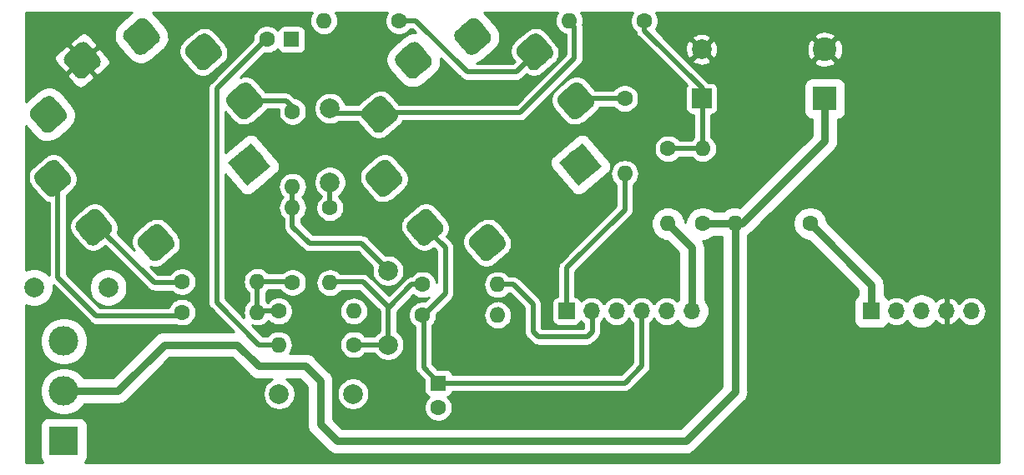
<source format=gbl>
G04 #@! TF.GenerationSoftware,KiCad,Pcbnew,(5.1.0)-1*
G04 #@! TF.CreationDate,2019-04-22T23:50:54+02:00*
G04 #@! TF.ProjectId,pcb_tube,7063625f-7475-4626-952e-6b696361645f,rev?*
G04 #@! TF.SameCoordinates,Original*
G04 #@! TF.FileFunction,Copper,L2,Bot*
G04 #@! TF.FilePolarity,Positive*
%FSLAX46Y46*%
G04 Gerber Fmt 4.6, Leading zero omitted, Abs format (unit mm)*
G04 Created by KiCad (PCBNEW (5.1.0)-1) date 2019-04-22 23:50:54*
%MOMM*%
%LPD*%
G04 APERTURE LIST*
%ADD10O,6.400000X10.000000*%
%ADD11O,1.700000X1.700000*%
%ADD12R,1.700000X1.700000*%
%ADD13O,1.600000X1.600000*%
%ADD14C,1.600000*%
%ADD15R,2.400000X2.400000*%
%ADD16C,2.400000*%
%ADD17C,0.200000*%
%ADD18C,3.100000*%
%ADD19R,2.000000X2.000000*%
%ADD20C,2.000000*%
%ADD21R,1.600000X1.600000*%
%ADD22R,3.000000X3.000000*%
%ADD23C,3.000000*%
%ADD24C,0.500000*%
%ADD25C,0.800000*%
%ADD26C,0.254000*%
G04 APERTURE END LIST*
D10*
X48600000Y-94500000D03*
D11*
X126580000Y-84000000D03*
X124040000Y-84000000D03*
X121500000Y-84000000D03*
X118960000Y-84000000D03*
D12*
X116420000Y-84000000D03*
D13*
X56280000Y-87400000D03*
D14*
X63900000Y-87400000D03*
D13*
X61500000Y-81120000D03*
D14*
X61500000Y-73500000D03*
D13*
X78520000Y-81300000D03*
D14*
X70900000Y-81300000D03*
D15*
X111700000Y-62400000D03*
D16*
X111700000Y-57400000D03*
D17*
G36*
X77610082Y-75168103D02*
G01*
X77685431Y-75178441D01*
X77759403Y-75196115D01*
X77831288Y-75220955D01*
X77900391Y-75252721D01*
X77966048Y-75291107D01*
X78027627Y-75335743D01*
X78084533Y-75386201D01*
X78136220Y-75441994D01*
X79132541Y-76629363D01*
X79178511Y-76689953D01*
X79218320Y-76754757D01*
X79251586Y-76823151D01*
X79277988Y-76894476D01*
X79297271Y-76968046D01*
X79309251Y-77043151D01*
X79313811Y-77119069D01*
X79310908Y-77195069D01*
X79300570Y-77270418D01*
X79282896Y-77344390D01*
X79258056Y-77416275D01*
X79226290Y-77485378D01*
X79187904Y-77551035D01*
X79143268Y-77612614D01*
X79092810Y-77669520D01*
X79037017Y-77721207D01*
X77849648Y-78717528D01*
X77789058Y-78763498D01*
X77724254Y-78803307D01*
X77655860Y-78836573D01*
X77584535Y-78862975D01*
X77510965Y-78882258D01*
X77435860Y-78894238D01*
X77359942Y-78898798D01*
X77283942Y-78895895D01*
X77208593Y-78885557D01*
X77134621Y-78867883D01*
X77062736Y-78843043D01*
X76993633Y-78811277D01*
X76927976Y-78772891D01*
X76866397Y-78728255D01*
X76809491Y-78677797D01*
X76757804Y-78622004D01*
X75761483Y-77434635D01*
X75715513Y-77374045D01*
X75675704Y-77309241D01*
X75642438Y-77240847D01*
X75616036Y-77169522D01*
X75596753Y-77095952D01*
X75584773Y-77020847D01*
X75580213Y-76944929D01*
X75583116Y-76868929D01*
X75593454Y-76793580D01*
X75611128Y-76719608D01*
X75635968Y-76647723D01*
X75667734Y-76578620D01*
X75706120Y-76512963D01*
X75750756Y-76451384D01*
X75801214Y-76394478D01*
X75857007Y-76342791D01*
X77044376Y-75346470D01*
X77104966Y-75300500D01*
X77169770Y-75260691D01*
X77238164Y-75227425D01*
X77309489Y-75201023D01*
X77383059Y-75181740D01*
X77458164Y-75169760D01*
X77534082Y-75165200D01*
X77610082Y-75168103D01*
X77610082Y-75168103D01*
G37*
D18*
X77447012Y-77031999D03*
D17*
G36*
X71309157Y-73601818D02*
G01*
X71384506Y-73612156D01*
X71458478Y-73629830D01*
X71530363Y-73654670D01*
X71599466Y-73686436D01*
X71665123Y-73724822D01*
X71726702Y-73769458D01*
X71783608Y-73819916D01*
X71835295Y-73875709D01*
X72831616Y-75063078D01*
X72877586Y-75123668D01*
X72917395Y-75188472D01*
X72950661Y-75256866D01*
X72977063Y-75328191D01*
X72996346Y-75401761D01*
X73008326Y-75476866D01*
X73012886Y-75552784D01*
X73009983Y-75628784D01*
X72999645Y-75704133D01*
X72981971Y-75778105D01*
X72957131Y-75849990D01*
X72925365Y-75919093D01*
X72886979Y-75984750D01*
X72842343Y-76046329D01*
X72791885Y-76103235D01*
X72736092Y-76154922D01*
X71548723Y-77151243D01*
X71488133Y-77197213D01*
X71423329Y-77237022D01*
X71354935Y-77270288D01*
X71283610Y-77296690D01*
X71210040Y-77315973D01*
X71134935Y-77327953D01*
X71059017Y-77332513D01*
X70983017Y-77329610D01*
X70907668Y-77319272D01*
X70833696Y-77301598D01*
X70761811Y-77276758D01*
X70692708Y-77244992D01*
X70627051Y-77206606D01*
X70565472Y-77161970D01*
X70508566Y-77111512D01*
X70456879Y-77055719D01*
X69460558Y-75868350D01*
X69414588Y-75807760D01*
X69374779Y-75742956D01*
X69341513Y-75674562D01*
X69315111Y-75603237D01*
X69295828Y-75529667D01*
X69283848Y-75454562D01*
X69279288Y-75378644D01*
X69282191Y-75302644D01*
X69292529Y-75227295D01*
X69310203Y-75153323D01*
X69335043Y-75081438D01*
X69366809Y-75012335D01*
X69405195Y-74946678D01*
X69449831Y-74885099D01*
X69500289Y-74828193D01*
X69556082Y-74776506D01*
X70743451Y-73780185D01*
X70804041Y-73734215D01*
X70868845Y-73694406D01*
X70937239Y-73661140D01*
X71008564Y-73634738D01*
X71082134Y-73615455D01*
X71157239Y-73603475D01*
X71233157Y-73598915D01*
X71309157Y-73601818D01*
X71309157Y-73601818D01*
G37*
D18*
X71146087Y-75465714D03*
D17*
G36*
X67137465Y-68630190D02*
G01*
X67212814Y-68640528D01*
X67286786Y-68658202D01*
X67358671Y-68683042D01*
X67427774Y-68714808D01*
X67493431Y-68753194D01*
X67555010Y-68797830D01*
X67611916Y-68848288D01*
X67663603Y-68904081D01*
X68659924Y-70091450D01*
X68705894Y-70152040D01*
X68745703Y-70216844D01*
X68778969Y-70285238D01*
X68805371Y-70356563D01*
X68824654Y-70430133D01*
X68836634Y-70505238D01*
X68841194Y-70581156D01*
X68838291Y-70657156D01*
X68827953Y-70732505D01*
X68810279Y-70806477D01*
X68785439Y-70878362D01*
X68753673Y-70947465D01*
X68715287Y-71013122D01*
X68670651Y-71074701D01*
X68620193Y-71131607D01*
X68564400Y-71183294D01*
X67377031Y-72179615D01*
X67316441Y-72225585D01*
X67251637Y-72265394D01*
X67183243Y-72298660D01*
X67111918Y-72325062D01*
X67038348Y-72344345D01*
X66963243Y-72356325D01*
X66887325Y-72360885D01*
X66811325Y-72357982D01*
X66735976Y-72347644D01*
X66662004Y-72329970D01*
X66590119Y-72305130D01*
X66521016Y-72273364D01*
X66455359Y-72234978D01*
X66393780Y-72190342D01*
X66336874Y-72139884D01*
X66285187Y-72084091D01*
X65288866Y-70896722D01*
X65242896Y-70836132D01*
X65203087Y-70771328D01*
X65169821Y-70702934D01*
X65143419Y-70631609D01*
X65124136Y-70558039D01*
X65112156Y-70482934D01*
X65107596Y-70407016D01*
X65110499Y-70331016D01*
X65120837Y-70255667D01*
X65138511Y-70181695D01*
X65163351Y-70109810D01*
X65195117Y-70040707D01*
X65233503Y-69975050D01*
X65278139Y-69913471D01*
X65328597Y-69856565D01*
X65384390Y-69804878D01*
X66571759Y-68808557D01*
X66632349Y-68762587D01*
X66697153Y-68722778D01*
X66765547Y-68689512D01*
X66836872Y-68663110D01*
X66910442Y-68643827D01*
X66985547Y-68631847D01*
X67061465Y-68627287D01*
X67137465Y-68630190D01*
X67137465Y-68630190D01*
G37*
D18*
X66974395Y-70494086D03*
D17*
G36*
X66689120Y-62153008D02*
G01*
X66764469Y-62163346D01*
X66838441Y-62181020D01*
X66910326Y-62205860D01*
X66979429Y-62237626D01*
X67045086Y-62276012D01*
X67106665Y-62320648D01*
X67163571Y-62371106D01*
X67215258Y-62426899D01*
X68211579Y-63614268D01*
X68257549Y-63674858D01*
X68297358Y-63739662D01*
X68330624Y-63808056D01*
X68357026Y-63879381D01*
X68376309Y-63952951D01*
X68388289Y-64028056D01*
X68392849Y-64103974D01*
X68389946Y-64179974D01*
X68379608Y-64255323D01*
X68361934Y-64329295D01*
X68337094Y-64401180D01*
X68305328Y-64470283D01*
X68266942Y-64535940D01*
X68222306Y-64597519D01*
X68171848Y-64654425D01*
X68116055Y-64706112D01*
X66928686Y-65702433D01*
X66868096Y-65748403D01*
X66803292Y-65788212D01*
X66734898Y-65821478D01*
X66663573Y-65847880D01*
X66590003Y-65867163D01*
X66514898Y-65879143D01*
X66438980Y-65883703D01*
X66362980Y-65880800D01*
X66287631Y-65870462D01*
X66213659Y-65852788D01*
X66141774Y-65827948D01*
X66072671Y-65796182D01*
X66007014Y-65757796D01*
X65945435Y-65713160D01*
X65888529Y-65662702D01*
X65836842Y-65606909D01*
X64840521Y-64419540D01*
X64794551Y-64358950D01*
X64754742Y-64294146D01*
X64721476Y-64225752D01*
X64695074Y-64154427D01*
X64675791Y-64080857D01*
X64663811Y-64005752D01*
X64659251Y-63929834D01*
X64662154Y-63853834D01*
X64672492Y-63778485D01*
X64690166Y-63704513D01*
X64715006Y-63632628D01*
X64746772Y-63563525D01*
X64785158Y-63497868D01*
X64829794Y-63436289D01*
X64880252Y-63379383D01*
X64936045Y-63327696D01*
X66123414Y-62331375D01*
X66184004Y-62285405D01*
X66248808Y-62245596D01*
X66317202Y-62212330D01*
X66388527Y-62185928D01*
X66462097Y-62166645D01*
X66537202Y-62154665D01*
X66613120Y-62150105D01*
X66689120Y-62153008D01*
X66689120Y-62153008D01*
G37*
D18*
X66526050Y-64016904D03*
D17*
G36*
X70130039Y-56654920D02*
G01*
X70205388Y-56665258D01*
X70279360Y-56682932D01*
X70351245Y-56707772D01*
X70420348Y-56739538D01*
X70486005Y-56777924D01*
X70547584Y-56822560D01*
X70604490Y-56873018D01*
X70656177Y-56928811D01*
X71652498Y-58116180D01*
X71698468Y-58176770D01*
X71738277Y-58241574D01*
X71771543Y-58309968D01*
X71797945Y-58381293D01*
X71817228Y-58454863D01*
X71829208Y-58529968D01*
X71833768Y-58605886D01*
X71830865Y-58681886D01*
X71820527Y-58757235D01*
X71802853Y-58831207D01*
X71778013Y-58903092D01*
X71746247Y-58972195D01*
X71707861Y-59037852D01*
X71663225Y-59099431D01*
X71612767Y-59156337D01*
X71556974Y-59208024D01*
X70369605Y-60204345D01*
X70309015Y-60250315D01*
X70244211Y-60290124D01*
X70175817Y-60323390D01*
X70104492Y-60349792D01*
X70030922Y-60369075D01*
X69955817Y-60381055D01*
X69879899Y-60385615D01*
X69803899Y-60382712D01*
X69728550Y-60372374D01*
X69654578Y-60354700D01*
X69582693Y-60329860D01*
X69513590Y-60298094D01*
X69447933Y-60259708D01*
X69386354Y-60215072D01*
X69329448Y-60164614D01*
X69277761Y-60108821D01*
X68281440Y-58921452D01*
X68235470Y-58860862D01*
X68195661Y-58796058D01*
X68162395Y-58727664D01*
X68135993Y-58656339D01*
X68116710Y-58582769D01*
X68104730Y-58507664D01*
X68100170Y-58431746D01*
X68103073Y-58355746D01*
X68113411Y-58280397D01*
X68131085Y-58206425D01*
X68155925Y-58134540D01*
X68187691Y-58065437D01*
X68226077Y-57999780D01*
X68270713Y-57938201D01*
X68321171Y-57881295D01*
X68376964Y-57829608D01*
X69564333Y-56833287D01*
X69624923Y-56787317D01*
X69689727Y-56747508D01*
X69758121Y-56714242D01*
X69829446Y-56687840D01*
X69903016Y-56668557D01*
X69978121Y-56656577D01*
X70054039Y-56652017D01*
X70130039Y-56654920D01*
X70130039Y-56654920D01*
G37*
D18*
X69966969Y-58518816D03*
D17*
G36*
X76142109Y-54221009D02*
G01*
X76217458Y-54231347D01*
X76291430Y-54249021D01*
X76363315Y-54273861D01*
X76432418Y-54305627D01*
X76498075Y-54344013D01*
X76559654Y-54388649D01*
X76616560Y-54439107D01*
X76668247Y-54494900D01*
X77664568Y-55682269D01*
X77710538Y-55742859D01*
X77750347Y-55807663D01*
X77783613Y-55876057D01*
X77810015Y-55947382D01*
X77829298Y-56020952D01*
X77841278Y-56096057D01*
X77845838Y-56171975D01*
X77842935Y-56247975D01*
X77832597Y-56323324D01*
X77814923Y-56397296D01*
X77790083Y-56469181D01*
X77758317Y-56538284D01*
X77719931Y-56603941D01*
X77675295Y-56665520D01*
X77624837Y-56722426D01*
X77569044Y-56774113D01*
X76381675Y-57770434D01*
X76321085Y-57816404D01*
X76256281Y-57856213D01*
X76187887Y-57889479D01*
X76116562Y-57915881D01*
X76042992Y-57935164D01*
X75967887Y-57947144D01*
X75891969Y-57951704D01*
X75815969Y-57948801D01*
X75740620Y-57938463D01*
X75666648Y-57920789D01*
X75594763Y-57895949D01*
X75525660Y-57864183D01*
X75460003Y-57825797D01*
X75398424Y-57781161D01*
X75341518Y-57730703D01*
X75289831Y-57674910D01*
X74293510Y-56487541D01*
X74247540Y-56426951D01*
X74207731Y-56362147D01*
X74174465Y-56293753D01*
X74148063Y-56222428D01*
X74128780Y-56148858D01*
X74116800Y-56073753D01*
X74112240Y-55997835D01*
X74115143Y-55921835D01*
X74125481Y-55846486D01*
X74143155Y-55772514D01*
X74167995Y-55700629D01*
X74199761Y-55631526D01*
X74238147Y-55565869D01*
X74282783Y-55504290D01*
X74333241Y-55447384D01*
X74389034Y-55395697D01*
X75576403Y-54399376D01*
X75636993Y-54353406D01*
X75701797Y-54313597D01*
X75770191Y-54280331D01*
X75841516Y-54253929D01*
X75915086Y-54234646D01*
X75990191Y-54222666D01*
X76066109Y-54218106D01*
X76142109Y-54221009D01*
X76142109Y-54221009D01*
G37*
D18*
X75979039Y-56084905D03*
D17*
G36*
X82435373Y-55793721D02*
G01*
X82510722Y-55804059D01*
X82584694Y-55821733D01*
X82656579Y-55846573D01*
X82725682Y-55878339D01*
X82791339Y-55916725D01*
X82852918Y-55961361D01*
X82909824Y-56011819D01*
X82961511Y-56067612D01*
X83957832Y-57254981D01*
X84003802Y-57315571D01*
X84043611Y-57380375D01*
X84076877Y-57448769D01*
X84103279Y-57520094D01*
X84122562Y-57593664D01*
X84134542Y-57668769D01*
X84139102Y-57744687D01*
X84136199Y-57820687D01*
X84125861Y-57896036D01*
X84108187Y-57970008D01*
X84083347Y-58041893D01*
X84051581Y-58110996D01*
X84013195Y-58176653D01*
X83968559Y-58238232D01*
X83918101Y-58295138D01*
X83862308Y-58346825D01*
X82674939Y-59343146D01*
X82614349Y-59389116D01*
X82549545Y-59428925D01*
X82481151Y-59462191D01*
X82409826Y-59488593D01*
X82336256Y-59507876D01*
X82261151Y-59519856D01*
X82185233Y-59524416D01*
X82109233Y-59521513D01*
X82033884Y-59511175D01*
X81959912Y-59493501D01*
X81888027Y-59468661D01*
X81818924Y-59436895D01*
X81753267Y-59398509D01*
X81691688Y-59353873D01*
X81634782Y-59303415D01*
X81583095Y-59247622D01*
X80586774Y-58060253D01*
X80540804Y-57999663D01*
X80500995Y-57934859D01*
X80467729Y-57866465D01*
X80441327Y-57795140D01*
X80422044Y-57721570D01*
X80410064Y-57646465D01*
X80405504Y-57570547D01*
X80408407Y-57494547D01*
X80418745Y-57419198D01*
X80436419Y-57345226D01*
X80461259Y-57273341D01*
X80493025Y-57204238D01*
X80531411Y-57138581D01*
X80576047Y-57077002D01*
X80626505Y-57020096D01*
X80682298Y-56968409D01*
X81869667Y-55972088D01*
X81930257Y-55926118D01*
X81995061Y-55886309D01*
X82063455Y-55853043D01*
X82134780Y-55826641D01*
X82208350Y-55807358D01*
X82283455Y-55795378D01*
X82359373Y-55790818D01*
X82435373Y-55793721D01*
X82435373Y-55793721D01*
G37*
D18*
X82272303Y-57657617D03*
D17*
G36*
X86607064Y-60765350D02*
G01*
X86682413Y-60775688D01*
X86756385Y-60793362D01*
X86828270Y-60818202D01*
X86897373Y-60849968D01*
X86963030Y-60888354D01*
X87024609Y-60932990D01*
X87081515Y-60983448D01*
X87133202Y-61039241D01*
X88129523Y-62226610D01*
X88175493Y-62287200D01*
X88215302Y-62352004D01*
X88248568Y-62420398D01*
X88274970Y-62491723D01*
X88294253Y-62565293D01*
X88306233Y-62640398D01*
X88310793Y-62716316D01*
X88307890Y-62792316D01*
X88297552Y-62867665D01*
X88279878Y-62941637D01*
X88255038Y-63013522D01*
X88223272Y-63082625D01*
X88184886Y-63148282D01*
X88140250Y-63209861D01*
X88089792Y-63266767D01*
X88033999Y-63318454D01*
X86846630Y-64314775D01*
X86786040Y-64360745D01*
X86721236Y-64400554D01*
X86652842Y-64433820D01*
X86581517Y-64460222D01*
X86507947Y-64479505D01*
X86432842Y-64491485D01*
X86356924Y-64496045D01*
X86280924Y-64493142D01*
X86205575Y-64482804D01*
X86131603Y-64465130D01*
X86059718Y-64440290D01*
X85990615Y-64408524D01*
X85924958Y-64370138D01*
X85863379Y-64325502D01*
X85806473Y-64275044D01*
X85754786Y-64219251D01*
X84758465Y-63031882D01*
X84712495Y-62971292D01*
X84672686Y-62906488D01*
X84639420Y-62838094D01*
X84613018Y-62766769D01*
X84593735Y-62693199D01*
X84581755Y-62618094D01*
X84577195Y-62542176D01*
X84580098Y-62466176D01*
X84590436Y-62390827D01*
X84608110Y-62316855D01*
X84632950Y-62244970D01*
X84664716Y-62175867D01*
X84703102Y-62110210D01*
X84747738Y-62048631D01*
X84798196Y-61991725D01*
X84853989Y-61940038D01*
X86041358Y-60943717D01*
X86101948Y-60897747D01*
X86166752Y-60857938D01*
X86235146Y-60824672D01*
X86306471Y-60798270D01*
X86380041Y-60778987D01*
X86455146Y-60767007D01*
X86531064Y-60762447D01*
X86607064Y-60765350D01*
X86607064Y-60765350D01*
G37*
D18*
X86443994Y-62629246D03*
X86900000Y-69100000D03*
D17*
G36*
X87091048Y-66916310D02*
G01*
X89083690Y-69291048D01*
X86708952Y-71283690D01*
X84716310Y-68908952D01*
X87091048Y-66916310D01*
X87091048Y-66916310D01*
G37*
G36*
X44010082Y-75168103D02*
G01*
X44085431Y-75178441D01*
X44159403Y-75196115D01*
X44231288Y-75220955D01*
X44300391Y-75252721D01*
X44366048Y-75291107D01*
X44427627Y-75335743D01*
X44484533Y-75386201D01*
X44536220Y-75441994D01*
X45532541Y-76629363D01*
X45578511Y-76689953D01*
X45618320Y-76754757D01*
X45651586Y-76823151D01*
X45677988Y-76894476D01*
X45697271Y-76968046D01*
X45709251Y-77043151D01*
X45713811Y-77119069D01*
X45710908Y-77195069D01*
X45700570Y-77270418D01*
X45682896Y-77344390D01*
X45658056Y-77416275D01*
X45626290Y-77485378D01*
X45587904Y-77551035D01*
X45543268Y-77612614D01*
X45492810Y-77669520D01*
X45437017Y-77721207D01*
X44249648Y-78717528D01*
X44189058Y-78763498D01*
X44124254Y-78803307D01*
X44055860Y-78836573D01*
X43984535Y-78862975D01*
X43910965Y-78882258D01*
X43835860Y-78894238D01*
X43759942Y-78898798D01*
X43683942Y-78895895D01*
X43608593Y-78885557D01*
X43534621Y-78867883D01*
X43462736Y-78843043D01*
X43393633Y-78811277D01*
X43327976Y-78772891D01*
X43266397Y-78728255D01*
X43209491Y-78677797D01*
X43157804Y-78622004D01*
X42161483Y-77434635D01*
X42115513Y-77374045D01*
X42075704Y-77309241D01*
X42042438Y-77240847D01*
X42016036Y-77169522D01*
X41996753Y-77095952D01*
X41984773Y-77020847D01*
X41980213Y-76944929D01*
X41983116Y-76868929D01*
X41993454Y-76793580D01*
X42011128Y-76719608D01*
X42035968Y-76647723D01*
X42067734Y-76578620D01*
X42106120Y-76512963D01*
X42150756Y-76451384D01*
X42201214Y-76394478D01*
X42257007Y-76342791D01*
X43444376Y-75346470D01*
X43504966Y-75300500D01*
X43569770Y-75260691D01*
X43638164Y-75227425D01*
X43709489Y-75201023D01*
X43783059Y-75181740D01*
X43858164Y-75169760D01*
X43934082Y-75165200D01*
X44010082Y-75168103D01*
X44010082Y-75168103D01*
G37*
D18*
X43847012Y-77031999D03*
D17*
G36*
X37709157Y-73601818D02*
G01*
X37784506Y-73612156D01*
X37858478Y-73629830D01*
X37930363Y-73654670D01*
X37999466Y-73686436D01*
X38065123Y-73724822D01*
X38126702Y-73769458D01*
X38183608Y-73819916D01*
X38235295Y-73875709D01*
X39231616Y-75063078D01*
X39277586Y-75123668D01*
X39317395Y-75188472D01*
X39350661Y-75256866D01*
X39377063Y-75328191D01*
X39396346Y-75401761D01*
X39408326Y-75476866D01*
X39412886Y-75552784D01*
X39409983Y-75628784D01*
X39399645Y-75704133D01*
X39381971Y-75778105D01*
X39357131Y-75849990D01*
X39325365Y-75919093D01*
X39286979Y-75984750D01*
X39242343Y-76046329D01*
X39191885Y-76103235D01*
X39136092Y-76154922D01*
X37948723Y-77151243D01*
X37888133Y-77197213D01*
X37823329Y-77237022D01*
X37754935Y-77270288D01*
X37683610Y-77296690D01*
X37610040Y-77315973D01*
X37534935Y-77327953D01*
X37459017Y-77332513D01*
X37383017Y-77329610D01*
X37307668Y-77319272D01*
X37233696Y-77301598D01*
X37161811Y-77276758D01*
X37092708Y-77244992D01*
X37027051Y-77206606D01*
X36965472Y-77161970D01*
X36908566Y-77111512D01*
X36856879Y-77055719D01*
X35860558Y-75868350D01*
X35814588Y-75807760D01*
X35774779Y-75742956D01*
X35741513Y-75674562D01*
X35715111Y-75603237D01*
X35695828Y-75529667D01*
X35683848Y-75454562D01*
X35679288Y-75378644D01*
X35682191Y-75302644D01*
X35692529Y-75227295D01*
X35710203Y-75153323D01*
X35735043Y-75081438D01*
X35766809Y-75012335D01*
X35805195Y-74946678D01*
X35849831Y-74885099D01*
X35900289Y-74828193D01*
X35956082Y-74776506D01*
X37143451Y-73780185D01*
X37204041Y-73734215D01*
X37268845Y-73694406D01*
X37337239Y-73661140D01*
X37408564Y-73634738D01*
X37482134Y-73615455D01*
X37557239Y-73603475D01*
X37633157Y-73598915D01*
X37709157Y-73601818D01*
X37709157Y-73601818D01*
G37*
D18*
X37546087Y-75465714D03*
D17*
G36*
X33537465Y-68630190D02*
G01*
X33612814Y-68640528D01*
X33686786Y-68658202D01*
X33758671Y-68683042D01*
X33827774Y-68714808D01*
X33893431Y-68753194D01*
X33955010Y-68797830D01*
X34011916Y-68848288D01*
X34063603Y-68904081D01*
X35059924Y-70091450D01*
X35105894Y-70152040D01*
X35145703Y-70216844D01*
X35178969Y-70285238D01*
X35205371Y-70356563D01*
X35224654Y-70430133D01*
X35236634Y-70505238D01*
X35241194Y-70581156D01*
X35238291Y-70657156D01*
X35227953Y-70732505D01*
X35210279Y-70806477D01*
X35185439Y-70878362D01*
X35153673Y-70947465D01*
X35115287Y-71013122D01*
X35070651Y-71074701D01*
X35020193Y-71131607D01*
X34964400Y-71183294D01*
X33777031Y-72179615D01*
X33716441Y-72225585D01*
X33651637Y-72265394D01*
X33583243Y-72298660D01*
X33511918Y-72325062D01*
X33438348Y-72344345D01*
X33363243Y-72356325D01*
X33287325Y-72360885D01*
X33211325Y-72357982D01*
X33135976Y-72347644D01*
X33062004Y-72329970D01*
X32990119Y-72305130D01*
X32921016Y-72273364D01*
X32855359Y-72234978D01*
X32793780Y-72190342D01*
X32736874Y-72139884D01*
X32685187Y-72084091D01*
X31688866Y-70896722D01*
X31642896Y-70836132D01*
X31603087Y-70771328D01*
X31569821Y-70702934D01*
X31543419Y-70631609D01*
X31524136Y-70558039D01*
X31512156Y-70482934D01*
X31507596Y-70407016D01*
X31510499Y-70331016D01*
X31520837Y-70255667D01*
X31538511Y-70181695D01*
X31563351Y-70109810D01*
X31595117Y-70040707D01*
X31633503Y-69975050D01*
X31678139Y-69913471D01*
X31728597Y-69856565D01*
X31784390Y-69804878D01*
X32971759Y-68808557D01*
X33032349Y-68762587D01*
X33097153Y-68722778D01*
X33165547Y-68689512D01*
X33236872Y-68663110D01*
X33310442Y-68643827D01*
X33385547Y-68631847D01*
X33461465Y-68627287D01*
X33537465Y-68630190D01*
X33537465Y-68630190D01*
G37*
D18*
X33374395Y-70494086D03*
D17*
G36*
X33089120Y-62153008D02*
G01*
X33164469Y-62163346D01*
X33238441Y-62181020D01*
X33310326Y-62205860D01*
X33379429Y-62237626D01*
X33445086Y-62276012D01*
X33506665Y-62320648D01*
X33563571Y-62371106D01*
X33615258Y-62426899D01*
X34611579Y-63614268D01*
X34657549Y-63674858D01*
X34697358Y-63739662D01*
X34730624Y-63808056D01*
X34757026Y-63879381D01*
X34776309Y-63952951D01*
X34788289Y-64028056D01*
X34792849Y-64103974D01*
X34789946Y-64179974D01*
X34779608Y-64255323D01*
X34761934Y-64329295D01*
X34737094Y-64401180D01*
X34705328Y-64470283D01*
X34666942Y-64535940D01*
X34622306Y-64597519D01*
X34571848Y-64654425D01*
X34516055Y-64706112D01*
X33328686Y-65702433D01*
X33268096Y-65748403D01*
X33203292Y-65788212D01*
X33134898Y-65821478D01*
X33063573Y-65847880D01*
X32990003Y-65867163D01*
X32914898Y-65879143D01*
X32838980Y-65883703D01*
X32762980Y-65880800D01*
X32687631Y-65870462D01*
X32613659Y-65852788D01*
X32541774Y-65827948D01*
X32472671Y-65796182D01*
X32407014Y-65757796D01*
X32345435Y-65713160D01*
X32288529Y-65662702D01*
X32236842Y-65606909D01*
X31240521Y-64419540D01*
X31194551Y-64358950D01*
X31154742Y-64294146D01*
X31121476Y-64225752D01*
X31095074Y-64154427D01*
X31075791Y-64080857D01*
X31063811Y-64005752D01*
X31059251Y-63929834D01*
X31062154Y-63853834D01*
X31072492Y-63778485D01*
X31090166Y-63704513D01*
X31115006Y-63632628D01*
X31146772Y-63563525D01*
X31185158Y-63497868D01*
X31229794Y-63436289D01*
X31280252Y-63379383D01*
X31336045Y-63327696D01*
X32523414Y-62331375D01*
X32584004Y-62285405D01*
X32648808Y-62245596D01*
X32717202Y-62212330D01*
X32788527Y-62185928D01*
X32862097Y-62166645D01*
X32937202Y-62154665D01*
X33013120Y-62150105D01*
X33089120Y-62153008D01*
X33089120Y-62153008D01*
G37*
D18*
X32926050Y-64016904D03*
D17*
G36*
X36530039Y-56654920D02*
G01*
X36605388Y-56665258D01*
X36679360Y-56682932D01*
X36751245Y-56707772D01*
X36820348Y-56739538D01*
X36886005Y-56777924D01*
X36947584Y-56822560D01*
X37004490Y-56873018D01*
X37056177Y-56928811D01*
X38052498Y-58116180D01*
X38098468Y-58176770D01*
X38138277Y-58241574D01*
X38171543Y-58309968D01*
X38197945Y-58381293D01*
X38217228Y-58454863D01*
X38229208Y-58529968D01*
X38233768Y-58605886D01*
X38230865Y-58681886D01*
X38220527Y-58757235D01*
X38202853Y-58831207D01*
X38178013Y-58903092D01*
X38146247Y-58972195D01*
X38107861Y-59037852D01*
X38063225Y-59099431D01*
X38012767Y-59156337D01*
X37956974Y-59208024D01*
X36769605Y-60204345D01*
X36709015Y-60250315D01*
X36644211Y-60290124D01*
X36575817Y-60323390D01*
X36504492Y-60349792D01*
X36430922Y-60369075D01*
X36355817Y-60381055D01*
X36279899Y-60385615D01*
X36203899Y-60382712D01*
X36128550Y-60372374D01*
X36054578Y-60354700D01*
X35982693Y-60329860D01*
X35913590Y-60298094D01*
X35847933Y-60259708D01*
X35786354Y-60215072D01*
X35729448Y-60164614D01*
X35677761Y-60108821D01*
X34681440Y-58921452D01*
X34635470Y-58860862D01*
X34595661Y-58796058D01*
X34562395Y-58727664D01*
X34535993Y-58656339D01*
X34516710Y-58582769D01*
X34504730Y-58507664D01*
X34500170Y-58431746D01*
X34503073Y-58355746D01*
X34513411Y-58280397D01*
X34531085Y-58206425D01*
X34555925Y-58134540D01*
X34587691Y-58065437D01*
X34626077Y-57999780D01*
X34670713Y-57938201D01*
X34721171Y-57881295D01*
X34776964Y-57829608D01*
X35964333Y-56833287D01*
X36024923Y-56787317D01*
X36089727Y-56747508D01*
X36158121Y-56714242D01*
X36229446Y-56687840D01*
X36303016Y-56668557D01*
X36378121Y-56656577D01*
X36454039Y-56652017D01*
X36530039Y-56654920D01*
X36530039Y-56654920D01*
G37*
D18*
X36366969Y-58518816D03*
D17*
G36*
X42542109Y-54221009D02*
G01*
X42617458Y-54231347D01*
X42691430Y-54249021D01*
X42763315Y-54273861D01*
X42832418Y-54305627D01*
X42898075Y-54344013D01*
X42959654Y-54388649D01*
X43016560Y-54439107D01*
X43068247Y-54494900D01*
X44064568Y-55682269D01*
X44110538Y-55742859D01*
X44150347Y-55807663D01*
X44183613Y-55876057D01*
X44210015Y-55947382D01*
X44229298Y-56020952D01*
X44241278Y-56096057D01*
X44245838Y-56171975D01*
X44242935Y-56247975D01*
X44232597Y-56323324D01*
X44214923Y-56397296D01*
X44190083Y-56469181D01*
X44158317Y-56538284D01*
X44119931Y-56603941D01*
X44075295Y-56665520D01*
X44024837Y-56722426D01*
X43969044Y-56774113D01*
X42781675Y-57770434D01*
X42721085Y-57816404D01*
X42656281Y-57856213D01*
X42587887Y-57889479D01*
X42516562Y-57915881D01*
X42442992Y-57935164D01*
X42367887Y-57947144D01*
X42291969Y-57951704D01*
X42215969Y-57948801D01*
X42140620Y-57938463D01*
X42066648Y-57920789D01*
X41994763Y-57895949D01*
X41925660Y-57864183D01*
X41860003Y-57825797D01*
X41798424Y-57781161D01*
X41741518Y-57730703D01*
X41689831Y-57674910D01*
X40693510Y-56487541D01*
X40647540Y-56426951D01*
X40607731Y-56362147D01*
X40574465Y-56293753D01*
X40548063Y-56222428D01*
X40528780Y-56148858D01*
X40516800Y-56073753D01*
X40512240Y-55997835D01*
X40515143Y-55921835D01*
X40525481Y-55846486D01*
X40543155Y-55772514D01*
X40567995Y-55700629D01*
X40599761Y-55631526D01*
X40638147Y-55565869D01*
X40682783Y-55504290D01*
X40733241Y-55447384D01*
X40789034Y-55395697D01*
X41976403Y-54399376D01*
X42036993Y-54353406D01*
X42101797Y-54313597D01*
X42170191Y-54280331D01*
X42241516Y-54253929D01*
X42315086Y-54234646D01*
X42390191Y-54222666D01*
X42466109Y-54218106D01*
X42542109Y-54221009D01*
X42542109Y-54221009D01*
G37*
D18*
X42379039Y-56084905D03*
D17*
G36*
X48835373Y-55793721D02*
G01*
X48910722Y-55804059D01*
X48984694Y-55821733D01*
X49056579Y-55846573D01*
X49125682Y-55878339D01*
X49191339Y-55916725D01*
X49252918Y-55961361D01*
X49309824Y-56011819D01*
X49361511Y-56067612D01*
X50357832Y-57254981D01*
X50403802Y-57315571D01*
X50443611Y-57380375D01*
X50476877Y-57448769D01*
X50503279Y-57520094D01*
X50522562Y-57593664D01*
X50534542Y-57668769D01*
X50539102Y-57744687D01*
X50536199Y-57820687D01*
X50525861Y-57896036D01*
X50508187Y-57970008D01*
X50483347Y-58041893D01*
X50451581Y-58110996D01*
X50413195Y-58176653D01*
X50368559Y-58238232D01*
X50318101Y-58295138D01*
X50262308Y-58346825D01*
X49074939Y-59343146D01*
X49014349Y-59389116D01*
X48949545Y-59428925D01*
X48881151Y-59462191D01*
X48809826Y-59488593D01*
X48736256Y-59507876D01*
X48661151Y-59519856D01*
X48585233Y-59524416D01*
X48509233Y-59521513D01*
X48433884Y-59511175D01*
X48359912Y-59493501D01*
X48288027Y-59468661D01*
X48218924Y-59436895D01*
X48153267Y-59398509D01*
X48091688Y-59353873D01*
X48034782Y-59303415D01*
X47983095Y-59247622D01*
X46986774Y-58060253D01*
X46940804Y-57999663D01*
X46900995Y-57934859D01*
X46867729Y-57866465D01*
X46841327Y-57795140D01*
X46822044Y-57721570D01*
X46810064Y-57646465D01*
X46805504Y-57570547D01*
X46808407Y-57494547D01*
X46818745Y-57419198D01*
X46836419Y-57345226D01*
X46861259Y-57273341D01*
X46893025Y-57204238D01*
X46931411Y-57138581D01*
X46976047Y-57077002D01*
X47026505Y-57020096D01*
X47082298Y-56968409D01*
X48269667Y-55972088D01*
X48330257Y-55926118D01*
X48395061Y-55886309D01*
X48463455Y-55853043D01*
X48534780Y-55826641D01*
X48608350Y-55807358D01*
X48683455Y-55795378D01*
X48759373Y-55790818D01*
X48835373Y-55793721D01*
X48835373Y-55793721D01*
G37*
D18*
X48672303Y-57657617D03*
D17*
G36*
X53007064Y-60765350D02*
G01*
X53082413Y-60775688D01*
X53156385Y-60793362D01*
X53228270Y-60818202D01*
X53297373Y-60849968D01*
X53363030Y-60888354D01*
X53424609Y-60932990D01*
X53481515Y-60983448D01*
X53533202Y-61039241D01*
X54529523Y-62226610D01*
X54575493Y-62287200D01*
X54615302Y-62352004D01*
X54648568Y-62420398D01*
X54674970Y-62491723D01*
X54694253Y-62565293D01*
X54706233Y-62640398D01*
X54710793Y-62716316D01*
X54707890Y-62792316D01*
X54697552Y-62867665D01*
X54679878Y-62941637D01*
X54655038Y-63013522D01*
X54623272Y-63082625D01*
X54584886Y-63148282D01*
X54540250Y-63209861D01*
X54489792Y-63266767D01*
X54433999Y-63318454D01*
X53246630Y-64314775D01*
X53186040Y-64360745D01*
X53121236Y-64400554D01*
X53052842Y-64433820D01*
X52981517Y-64460222D01*
X52907947Y-64479505D01*
X52832842Y-64491485D01*
X52756924Y-64496045D01*
X52680924Y-64493142D01*
X52605575Y-64482804D01*
X52531603Y-64465130D01*
X52459718Y-64440290D01*
X52390615Y-64408524D01*
X52324958Y-64370138D01*
X52263379Y-64325502D01*
X52206473Y-64275044D01*
X52154786Y-64219251D01*
X51158465Y-63031882D01*
X51112495Y-62971292D01*
X51072686Y-62906488D01*
X51039420Y-62838094D01*
X51013018Y-62766769D01*
X50993735Y-62693199D01*
X50981755Y-62618094D01*
X50977195Y-62542176D01*
X50980098Y-62466176D01*
X50990436Y-62390827D01*
X51008110Y-62316855D01*
X51032950Y-62244970D01*
X51064716Y-62175867D01*
X51103102Y-62110210D01*
X51147738Y-62048631D01*
X51198196Y-61991725D01*
X51253989Y-61940038D01*
X52441358Y-60943717D01*
X52501948Y-60897747D01*
X52566752Y-60857938D01*
X52635146Y-60824672D01*
X52706471Y-60798270D01*
X52780041Y-60778987D01*
X52855146Y-60767007D01*
X52931064Y-60762447D01*
X53007064Y-60765350D01*
X53007064Y-60765350D01*
G37*
D18*
X52843994Y-62629246D03*
X53300000Y-69100000D03*
D17*
G36*
X53491048Y-66916310D02*
G01*
X55483690Y-69291048D01*
X53108952Y-71283690D01*
X51116310Y-68908952D01*
X53491048Y-66916310D01*
X53491048Y-66916310D01*
G37*
D19*
X99200000Y-62400000D03*
D20*
X99200000Y-57400000D03*
D14*
X72500000Y-93800000D03*
D21*
X72500000Y-91300000D03*
D20*
X31500000Y-81600000D03*
X39000000Y-81600000D03*
D14*
X91400000Y-62400000D03*
D13*
X91400000Y-70020000D03*
X60880000Y-54500000D03*
D14*
X68500000Y-54500000D03*
X95800000Y-67500000D03*
D13*
X95800000Y-75120000D03*
X78520000Y-84400000D03*
D14*
X70900000Y-84400000D03*
X93400000Y-54500000D03*
D13*
X85780000Y-54500000D03*
D14*
X99300000Y-75100000D03*
D13*
X99300000Y-67480000D03*
X57700000Y-71320000D03*
D14*
X57700000Y-63700000D03*
X57700000Y-81100000D03*
D13*
X57700000Y-73480000D03*
X54120000Y-81000000D03*
D14*
X46500000Y-81000000D03*
X56300000Y-84000000D03*
D13*
X63920000Y-84000000D03*
X54120000Y-84100000D03*
D14*
X46500000Y-84100000D03*
D13*
X102580000Y-75100000D03*
D14*
X110200000Y-75100000D03*
D21*
X57600000Y-56400000D03*
D14*
X55100000Y-56400000D03*
D22*
X34500000Y-97200000D03*
D23*
X34500000Y-92120000D03*
X34500000Y-87040000D03*
D12*
X85500000Y-83980000D03*
D11*
X88040000Y-84000000D03*
X90580000Y-84000000D03*
X93120000Y-84000000D03*
X95660000Y-84000000D03*
X98200000Y-84000000D03*
D20*
X61500000Y-63400000D03*
X61500000Y-70900000D03*
X67400000Y-79900000D03*
X67400000Y-87400000D03*
X56345000Y-92400000D03*
X63845000Y-92400000D03*
D24*
X95800000Y-67500000D02*
X99300000Y-67500000D01*
X96200000Y-67100000D02*
X95800000Y-67500000D01*
X99300000Y-67480000D02*
X99300000Y-62400000D01*
X99300000Y-61400000D02*
X99300000Y-62400000D01*
X93400000Y-54600000D02*
X93400000Y-55500000D01*
X93400000Y-55500000D02*
X99300000Y-61400000D01*
X78600000Y-83800000D02*
X78600000Y-84000000D01*
X60900000Y-54500000D02*
X60500000Y-54100000D01*
X54300000Y-87400000D02*
X56300000Y-87400000D01*
X50000000Y-83100000D02*
X54300000Y-87400000D01*
X50000000Y-61400000D02*
X50000000Y-83100000D01*
X55200000Y-56300000D02*
X55100000Y-56300000D01*
X55100000Y-56300000D02*
X50000000Y-61400000D01*
X82272303Y-57827697D02*
X82272303Y-57457617D01*
X80400000Y-59700000D02*
X82272303Y-57827697D01*
X75400000Y-59700000D02*
X80400000Y-59700000D01*
X68500000Y-54500000D02*
X70200000Y-54500000D01*
X70200000Y-54500000D02*
X75400000Y-59700000D01*
X46200000Y-84500000D02*
X46600000Y-84100000D01*
X37800000Y-84500000D02*
X46200000Y-84500000D01*
X33874395Y-70494086D02*
X33874395Y-80574395D01*
X33874395Y-80574395D02*
X37800000Y-84500000D01*
D25*
X116420000Y-81320000D02*
X110200000Y-75100000D01*
X116420000Y-84000000D02*
X116420000Y-81320000D01*
D24*
X91400000Y-62400000D02*
X90268630Y-62400000D01*
X90268630Y-62400000D02*
X86500000Y-62400000D01*
X53043994Y-62629246D02*
X57029246Y-62629246D01*
X57029246Y-62629246D02*
X58000000Y-63600000D01*
X58000000Y-63600000D02*
X58100000Y-63700000D01*
X54120000Y-81000000D02*
X54120000Y-84080000D01*
X54120000Y-84080000D02*
X54200000Y-84000000D01*
X54200000Y-84000000D02*
X56300000Y-84000000D01*
X54120000Y-81000000D02*
X58100000Y-81000000D01*
X38046087Y-75465714D02*
X43680373Y-81100000D01*
X43680373Y-81100000D02*
X46500000Y-81100000D01*
D25*
X98200000Y-84000000D02*
X98200000Y-77500000D01*
X98200000Y-77500000D02*
X95800000Y-75100000D01*
X111700000Y-66700000D02*
X111700000Y-62500000D01*
X99300000Y-75100000D02*
X103300000Y-75100000D01*
X103300000Y-75100000D02*
X111700000Y-66700000D01*
X102600000Y-92200000D02*
X102600000Y-78400000D01*
X97600000Y-97200000D02*
X102600000Y-92200000D01*
X60500000Y-95500000D02*
X62200000Y-97200000D01*
X60500000Y-91100000D02*
X60500000Y-95500000D01*
X62200000Y-97200000D02*
X97600000Y-97200000D01*
X59000000Y-89600000D02*
X60500000Y-91100000D01*
X34520000Y-92100000D02*
X40000000Y-92100000D01*
X34500000Y-92120000D02*
X34520000Y-92100000D01*
X102600000Y-78400000D02*
X102600000Y-75100000D01*
X40000000Y-92100000D02*
X44700000Y-87400000D01*
X44700000Y-87400000D02*
X52100000Y-87400000D01*
X52100000Y-87400000D02*
X54300000Y-89600000D01*
X54300000Y-89600000D02*
X59000000Y-89600000D01*
D24*
X93120000Y-89580000D02*
X93120000Y-84000000D01*
X74000000Y-91300000D02*
X91400000Y-91300000D01*
X91400000Y-91300000D02*
X93120000Y-89580000D01*
X72600000Y-91300000D02*
X74000000Y-91300000D01*
X71000000Y-89700000D02*
X72600000Y-91300000D01*
X71000000Y-84400000D02*
X71000000Y-89700000D01*
X73200000Y-82200000D02*
X71000000Y-84400000D01*
X71146087Y-75465714D02*
X73200000Y-77519627D01*
X73200000Y-77519627D02*
X73200000Y-82200000D01*
X91400000Y-70000000D02*
X91400000Y-70100000D01*
X91400000Y-73700000D02*
X91400000Y-70000000D01*
X85500000Y-83980000D02*
X85500000Y-79600000D01*
X85500000Y-79600000D02*
X91400000Y-73700000D01*
X66500000Y-63900000D02*
X66600000Y-64000000D01*
X61600000Y-63400000D02*
X62100000Y-63900000D01*
X62100000Y-63900000D02*
X66500000Y-63900000D01*
X86300000Y-55100000D02*
X85800000Y-54600000D01*
X86300000Y-58300000D02*
X86300000Y-55100000D01*
X66526050Y-63816904D02*
X80783096Y-63816904D01*
X80783096Y-63816904D02*
X86300000Y-58300000D01*
X61500000Y-70400000D02*
X61500000Y-73400000D01*
X64820000Y-81020000D02*
X67300000Y-83500000D01*
X61500000Y-81020000D02*
X64820000Y-81020000D01*
X67300000Y-83500000D02*
X67400000Y-83600000D01*
X67400000Y-83600000D02*
X67400000Y-87200000D01*
X63800000Y-87400000D02*
X67400000Y-87400000D01*
X69800000Y-81300000D02*
X70900000Y-81300000D01*
X67400000Y-87400000D02*
X67400000Y-83700000D01*
X67400000Y-83700000D02*
X69800000Y-81300000D01*
X64700000Y-77100000D02*
X67400000Y-79800000D01*
X59400000Y-77100000D02*
X64700000Y-77100000D01*
X57700000Y-71400000D02*
X57700000Y-75400000D01*
X57700000Y-75400000D02*
X59400000Y-77100000D01*
X80100000Y-81300000D02*
X82100000Y-83300000D01*
X88100000Y-86100000D02*
X88100000Y-84000000D01*
X78600000Y-81300000D02*
X80100000Y-81300000D01*
X82100000Y-86100000D02*
X82600000Y-86600000D01*
X82100000Y-83300000D02*
X82100000Y-86100000D01*
X82600000Y-86600000D02*
X87600000Y-86600000D01*
X87600000Y-86600000D02*
X88100000Y-86100000D01*
D26*
G36*
X41377656Y-53685817D02*
G01*
X40190287Y-54682138D01*
X39956333Y-54921252D01*
X39773523Y-55201414D01*
X39648883Y-55511857D01*
X39587203Y-55840651D01*
X39590852Y-56175161D01*
X39659690Y-56502531D01*
X39791073Y-56810181D01*
X39979951Y-57086288D01*
X40976272Y-58273657D01*
X41215386Y-58507611D01*
X41495548Y-58690421D01*
X41805991Y-58815061D01*
X42134785Y-58876741D01*
X42469295Y-58873092D01*
X42796665Y-58804254D01*
X43104315Y-58672871D01*
X43380422Y-58483993D01*
X44567791Y-57487672D01*
X44615475Y-57438936D01*
X46172763Y-57438936D01*
X46175785Y-57715930D01*
X46232787Y-57987012D01*
X46341580Y-58241765D01*
X46497982Y-58470398D01*
X47494303Y-59657767D01*
X47692304Y-59851495D01*
X47924295Y-60002872D01*
X48181361Y-60106082D01*
X48453622Y-60157157D01*
X48730616Y-60154135D01*
X49001698Y-60097133D01*
X49256451Y-59988340D01*
X49485084Y-59831938D01*
X50672453Y-58835617D01*
X50866181Y-58637616D01*
X51017558Y-58405625D01*
X51120768Y-58148559D01*
X51171843Y-57876298D01*
X51168821Y-57599304D01*
X51111819Y-57328222D01*
X51003026Y-57073469D01*
X50846624Y-56844836D01*
X49850303Y-55657467D01*
X49652302Y-55463739D01*
X49420311Y-55312362D01*
X49163245Y-55209152D01*
X48890984Y-55158077D01*
X48613990Y-55161099D01*
X48342908Y-55218101D01*
X48088155Y-55326894D01*
X47859522Y-55483296D01*
X46672153Y-56479617D01*
X46478425Y-56677618D01*
X46327048Y-56909609D01*
X46223838Y-57166675D01*
X46172763Y-57438936D01*
X44615475Y-57438936D01*
X44801745Y-57248558D01*
X44984555Y-56968396D01*
X45109195Y-56657953D01*
X45170875Y-56329159D01*
X45167226Y-55994649D01*
X45098388Y-55667279D01*
X44967005Y-55359629D01*
X44778127Y-55083522D01*
X43781806Y-53896153D01*
X43542692Y-53662199D01*
X43539322Y-53660000D01*
X59712992Y-53660000D01*
X59681068Y-53698899D01*
X59547818Y-53948192D01*
X59465764Y-54218691D01*
X59438057Y-54500000D01*
X59465764Y-54781309D01*
X59547818Y-55051808D01*
X59681068Y-55301101D01*
X59860392Y-55519608D01*
X60078899Y-55698932D01*
X60328192Y-55832182D01*
X60598691Y-55914236D01*
X60809508Y-55935000D01*
X60950492Y-55935000D01*
X61161309Y-55914236D01*
X61431808Y-55832182D01*
X61681101Y-55698932D01*
X61899608Y-55519608D01*
X62078932Y-55301101D01*
X62212182Y-55051808D01*
X62294236Y-54781309D01*
X62321943Y-54500000D01*
X62294236Y-54218691D01*
X62212182Y-53948192D01*
X62078932Y-53698899D01*
X62047008Y-53660000D01*
X67335411Y-53660000D01*
X67228320Y-53820273D01*
X67120147Y-54081426D01*
X67065000Y-54358665D01*
X67065000Y-54641335D01*
X67120147Y-54918574D01*
X67228320Y-55179727D01*
X67385363Y-55414759D01*
X67585241Y-55614637D01*
X67820273Y-55771680D01*
X68081426Y-55879853D01*
X68358665Y-55935000D01*
X68641335Y-55935000D01*
X68918574Y-55879853D01*
X69179727Y-55771680D01*
X69414759Y-55614637D01*
X69614637Y-55414759D01*
X69634521Y-55385000D01*
X69833422Y-55385000D01*
X70175788Y-55727367D01*
X69876713Y-55730629D01*
X69549343Y-55799467D01*
X69241693Y-55930850D01*
X68965586Y-56119728D01*
X67778217Y-57116049D01*
X67544263Y-57355163D01*
X67361453Y-57635325D01*
X67236813Y-57945768D01*
X67175133Y-58274562D01*
X67178782Y-58609072D01*
X67247620Y-58936442D01*
X67379003Y-59244092D01*
X67567881Y-59520199D01*
X68564202Y-60707568D01*
X68803316Y-60941522D01*
X69083478Y-61124332D01*
X69393921Y-61248972D01*
X69722715Y-61310652D01*
X70057225Y-61307003D01*
X70384595Y-61238165D01*
X70692245Y-61106782D01*
X70968352Y-60917904D01*
X72155721Y-59921583D01*
X72389675Y-59682469D01*
X72572485Y-59402307D01*
X72697125Y-59091864D01*
X72758805Y-58763070D01*
X72755156Y-58428560D01*
X72722718Y-58274297D01*
X74743470Y-60295049D01*
X74771183Y-60328817D01*
X74804951Y-60356530D01*
X74804953Y-60356532D01*
X74905941Y-60439411D01*
X75059686Y-60521589D01*
X75226510Y-60572195D01*
X75356523Y-60585000D01*
X75356531Y-60585000D01*
X75400000Y-60589281D01*
X75443469Y-60585000D01*
X80356531Y-60585000D01*
X80400000Y-60589281D01*
X80443469Y-60585000D01*
X80443477Y-60585000D01*
X80573490Y-60572195D01*
X80740313Y-60521589D01*
X80894059Y-60439411D01*
X81028817Y-60328817D01*
X81056534Y-60295044D01*
X81418039Y-59933539D01*
X81524295Y-60002872D01*
X81781361Y-60106082D01*
X82053622Y-60157157D01*
X82330616Y-60154135D01*
X82601698Y-60097133D01*
X82856451Y-59988340D01*
X83085084Y-59831938D01*
X84272453Y-58835617D01*
X84466181Y-58637616D01*
X84617558Y-58405625D01*
X84720768Y-58148559D01*
X84771843Y-57876298D01*
X84768821Y-57599304D01*
X84711819Y-57328222D01*
X84603026Y-57073469D01*
X84446624Y-56844836D01*
X83450303Y-55657467D01*
X83252302Y-55463739D01*
X83020311Y-55312362D01*
X82763245Y-55209152D01*
X82490984Y-55158077D01*
X82213990Y-55161099D01*
X81942908Y-55218101D01*
X81688155Y-55326894D01*
X81459522Y-55483296D01*
X80272153Y-56479617D01*
X80078425Y-56677618D01*
X79927048Y-56909609D01*
X79823838Y-57166675D01*
X79772763Y-57438936D01*
X79775785Y-57715930D01*
X79832787Y-57987012D01*
X79941580Y-58241765D01*
X80097982Y-58470398D01*
X80225753Y-58622669D01*
X80033422Y-58815000D01*
X76345561Y-58815000D01*
X76396665Y-58804254D01*
X76704315Y-58672871D01*
X76980422Y-58483993D01*
X78167791Y-57487672D01*
X78401745Y-57248558D01*
X78584555Y-56968396D01*
X78709195Y-56657953D01*
X78770875Y-56329159D01*
X78767226Y-55994649D01*
X78698388Y-55667279D01*
X78567005Y-55359629D01*
X78378127Y-55083522D01*
X77381806Y-53896153D01*
X77142692Y-53662199D01*
X77139322Y-53660000D01*
X84612992Y-53660000D01*
X84581068Y-53698899D01*
X84447818Y-53948192D01*
X84365764Y-54218691D01*
X84338057Y-54500000D01*
X84365764Y-54781309D01*
X84447818Y-55051808D01*
X84581068Y-55301101D01*
X84760392Y-55519608D01*
X84978899Y-55698932D01*
X85228192Y-55832182D01*
X85415001Y-55888849D01*
X85415000Y-57933421D01*
X80416518Y-62931904D01*
X68471952Y-62931904D01*
X67704050Y-62016754D01*
X67506049Y-61823026D01*
X67274058Y-61671649D01*
X67016992Y-61568439D01*
X66744731Y-61517364D01*
X66467737Y-61520386D01*
X66196655Y-61577388D01*
X65941902Y-61686181D01*
X65713269Y-61842583D01*
X64525900Y-62838904D01*
X64353604Y-63015000D01*
X63090450Y-63015000D01*
X63072168Y-62923088D01*
X62948918Y-62625537D01*
X62769987Y-62357748D01*
X62542252Y-62130013D01*
X62274463Y-61951082D01*
X61976912Y-61827832D01*
X61661033Y-61765000D01*
X61338967Y-61765000D01*
X61023088Y-61827832D01*
X60725537Y-61951082D01*
X60457748Y-62130013D01*
X60230013Y-62357748D01*
X60051082Y-62625537D01*
X59927832Y-62923088D01*
X59865000Y-63238967D01*
X59865000Y-63561033D01*
X59927832Y-63876912D01*
X60051082Y-64174463D01*
X60230013Y-64442252D01*
X60457748Y-64669987D01*
X60725537Y-64848918D01*
X61023088Y-64972168D01*
X61338967Y-65035000D01*
X61661033Y-65035000D01*
X61976912Y-64972168D01*
X62274463Y-64848918D01*
X62370123Y-64785000D01*
X64321161Y-64785000D01*
X64351729Y-64829685D01*
X65348050Y-66017054D01*
X65546051Y-66210782D01*
X65778042Y-66362159D01*
X66035108Y-66465369D01*
X66307369Y-66516444D01*
X66584363Y-66513422D01*
X66855445Y-66456420D01*
X67110198Y-66347627D01*
X67338831Y-66191225D01*
X68526200Y-65194904D01*
X68719928Y-64996903D01*
X68871305Y-64764912D01*
X68896602Y-64701904D01*
X80739627Y-64701904D01*
X80783096Y-64706185D01*
X80826565Y-64701904D01*
X80826573Y-64701904D01*
X80956586Y-64689099D01*
X81123409Y-64638493D01*
X81277155Y-64556315D01*
X81411913Y-64445721D01*
X81439630Y-64411948D01*
X83441013Y-62410565D01*
X83944454Y-62410565D01*
X83947476Y-62687559D01*
X84004478Y-62958641D01*
X84113271Y-63213394D01*
X84269673Y-63442027D01*
X85265994Y-64629396D01*
X85463995Y-64823124D01*
X85695986Y-64974501D01*
X85953052Y-65077711D01*
X86225313Y-65128786D01*
X86502307Y-65125764D01*
X86773389Y-65068762D01*
X87028142Y-64959969D01*
X87256775Y-64803567D01*
X88444144Y-63807246D01*
X88637872Y-63609245D01*
X88789249Y-63377254D01*
X88826288Y-63285000D01*
X90265479Y-63285000D01*
X90285363Y-63314759D01*
X90485241Y-63514637D01*
X90720273Y-63671680D01*
X90981426Y-63779853D01*
X91258665Y-63835000D01*
X91541335Y-63835000D01*
X91818574Y-63779853D01*
X92079727Y-63671680D01*
X92314759Y-63514637D01*
X92514637Y-63314759D01*
X92671680Y-63079727D01*
X92779853Y-62818574D01*
X92835000Y-62541335D01*
X92835000Y-62258665D01*
X92779853Y-61981426D01*
X92671680Y-61720273D01*
X92514637Y-61485241D01*
X92314759Y-61285363D01*
X92079727Y-61128320D01*
X91818574Y-61020147D01*
X91541335Y-60965000D01*
X91258665Y-60965000D01*
X90981426Y-61020147D01*
X90720273Y-61128320D01*
X90485241Y-61285363D01*
X90285363Y-61485241D01*
X90265479Y-61515000D01*
X88365356Y-61515000D01*
X87621994Y-60629096D01*
X87423993Y-60435368D01*
X87192002Y-60283991D01*
X86934936Y-60180781D01*
X86662675Y-60129706D01*
X86385681Y-60132728D01*
X86114599Y-60189730D01*
X85859846Y-60298523D01*
X85631213Y-60454925D01*
X84443844Y-61451246D01*
X84250116Y-61649247D01*
X84098739Y-61881238D01*
X83995529Y-62138304D01*
X83944454Y-62410565D01*
X83441013Y-62410565D01*
X86895051Y-58956528D01*
X86928817Y-58928817D01*
X86961975Y-58888415D01*
X87039410Y-58794060D01*
X87039411Y-58794059D01*
X87121589Y-58640313D01*
X87172195Y-58473490D01*
X87185000Y-58343477D01*
X87185000Y-58343467D01*
X87189281Y-58300001D01*
X87185000Y-58256535D01*
X87185000Y-55143469D01*
X87189281Y-55100000D01*
X87185000Y-55056531D01*
X87185000Y-55056523D01*
X87172195Y-54926510D01*
X87161192Y-54890240D01*
X87194236Y-54781309D01*
X87221943Y-54500000D01*
X87194236Y-54218691D01*
X87112182Y-53948192D01*
X86978932Y-53698899D01*
X86947008Y-53660000D01*
X92235411Y-53660000D01*
X92128320Y-53820273D01*
X92020147Y-54081426D01*
X91965000Y-54358665D01*
X91965000Y-54641335D01*
X92020147Y-54918574D01*
X92128320Y-55179727D01*
X92285363Y-55414759D01*
X92485241Y-55614637D01*
X92524599Y-55640935D01*
X92527805Y-55673490D01*
X92578412Y-55840313D01*
X92660590Y-55994059D01*
X92743468Y-56095046D01*
X92743471Y-56095049D01*
X92771184Y-56128817D01*
X92804952Y-56156530D01*
X97680490Y-61032069D01*
X97669463Y-61045506D01*
X97610498Y-61155820D01*
X97574188Y-61275518D01*
X97561928Y-61400000D01*
X97561928Y-63400000D01*
X97574188Y-63524482D01*
X97610498Y-63644180D01*
X97669463Y-63754494D01*
X97748815Y-63851185D01*
X97845506Y-63930537D01*
X97955820Y-63989502D01*
X98075518Y-64025812D01*
X98200000Y-64038072D01*
X98415001Y-64038072D01*
X98415000Y-66349922D01*
X98280392Y-66460392D01*
X98153509Y-66615000D01*
X96944252Y-66615000D01*
X96939410Y-66605942D01*
X96828817Y-66471183D01*
X96694058Y-66360590D01*
X96612206Y-66316839D01*
X96479727Y-66228320D01*
X96218574Y-66120147D01*
X95941335Y-66065000D01*
X95658665Y-66065000D01*
X95381426Y-66120147D01*
X95120273Y-66228320D01*
X94885241Y-66385363D01*
X94685363Y-66585241D01*
X94528320Y-66820273D01*
X94420147Y-67081426D01*
X94365000Y-67358665D01*
X94365000Y-67641335D01*
X94420147Y-67918574D01*
X94528320Y-68179727D01*
X94685363Y-68414759D01*
X94885241Y-68614637D01*
X95120273Y-68771680D01*
X95381426Y-68879853D01*
X95658665Y-68935000D01*
X95941335Y-68935000D01*
X96218574Y-68879853D01*
X96479727Y-68771680D01*
X96714759Y-68614637D01*
X96914637Y-68414759D01*
X96934521Y-68385000D01*
X98186336Y-68385000D01*
X98280392Y-68499608D01*
X98498899Y-68678932D01*
X98748192Y-68812182D01*
X99018691Y-68894236D01*
X99229508Y-68915000D01*
X99370492Y-68915000D01*
X99581309Y-68894236D01*
X99851808Y-68812182D01*
X100101101Y-68678932D01*
X100319608Y-68499608D01*
X100498932Y-68281101D01*
X100632182Y-68031808D01*
X100714236Y-67761309D01*
X100741943Y-67480000D01*
X100714236Y-67198691D01*
X100632182Y-66928192D01*
X100498932Y-66678899D01*
X100319608Y-66460392D01*
X100185000Y-66349922D01*
X100185000Y-64038072D01*
X100200000Y-64038072D01*
X100324482Y-64025812D01*
X100444180Y-63989502D01*
X100554494Y-63930537D01*
X100651185Y-63851185D01*
X100730537Y-63754494D01*
X100789502Y-63644180D01*
X100825812Y-63524482D01*
X100838072Y-63400000D01*
X100838072Y-61400000D01*
X100825812Y-61275518D01*
X100789502Y-61155820D01*
X100730537Y-61045506D01*
X100651185Y-60948815D01*
X100554494Y-60869463D01*
X100444180Y-60810498D01*
X100324482Y-60774188D01*
X100200000Y-60761928D01*
X99917540Y-60761928D01*
X99895051Y-60743472D01*
X97686992Y-58535413D01*
X98244192Y-58535413D01*
X98339956Y-58799814D01*
X98629571Y-58940704D01*
X98941108Y-59022384D01*
X99262595Y-59041718D01*
X99581675Y-58997961D01*
X99886088Y-58892795D01*
X100060044Y-58799814D01*
X100104171Y-58677980D01*
X110601626Y-58677980D01*
X110721514Y-58962836D01*
X111045210Y-59123699D01*
X111394069Y-59218322D01*
X111754684Y-59243067D01*
X112113198Y-59196985D01*
X112455833Y-59081846D01*
X112678486Y-58962836D01*
X112798374Y-58677980D01*
X111700000Y-57579605D01*
X110601626Y-58677980D01*
X100104171Y-58677980D01*
X100155808Y-58535413D01*
X99200000Y-57579605D01*
X98244192Y-58535413D01*
X97686992Y-58535413D01*
X96614174Y-57462595D01*
X97558282Y-57462595D01*
X97602039Y-57781675D01*
X97707205Y-58086088D01*
X97800186Y-58260044D01*
X98064587Y-58355808D01*
X99020395Y-57400000D01*
X99379605Y-57400000D01*
X100335413Y-58355808D01*
X100599814Y-58260044D01*
X100740704Y-57970429D01*
X100822384Y-57658892D01*
X100834664Y-57454684D01*
X109856933Y-57454684D01*
X109903015Y-57813198D01*
X110018154Y-58155833D01*
X110137164Y-58378486D01*
X110422020Y-58498374D01*
X111520395Y-57400000D01*
X111879605Y-57400000D01*
X112977980Y-58498374D01*
X113262836Y-58378486D01*
X113423699Y-58054790D01*
X113518322Y-57705931D01*
X113543067Y-57345316D01*
X113496985Y-56986802D01*
X113381846Y-56644167D01*
X113262836Y-56421514D01*
X112977980Y-56301626D01*
X111879605Y-57400000D01*
X111520395Y-57400000D01*
X110422020Y-56301626D01*
X110137164Y-56421514D01*
X109976301Y-56745210D01*
X109881678Y-57094069D01*
X109856933Y-57454684D01*
X100834664Y-57454684D01*
X100841718Y-57337405D01*
X100797961Y-57018325D01*
X100692795Y-56713912D01*
X100599814Y-56539956D01*
X100335413Y-56444192D01*
X99379605Y-57400000D01*
X99020395Y-57400000D01*
X98064587Y-56444192D01*
X97800186Y-56539956D01*
X97659296Y-56829571D01*
X97577616Y-57141108D01*
X97558282Y-57462595D01*
X96614174Y-57462595D01*
X95416166Y-56264587D01*
X98244192Y-56264587D01*
X99200000Y-57220395D01*
X100155808Y-56264587D01*
X100104172Y-56122020D01*
X110601626Y-56122020D01*
X111700000Y-57220395D01*
X112798374Y-56122020D01*
X112678486Y-55837164D01*
X112354790Y-55676301D01*
X112005931Y-55581678D01*
X111645316Y-55556933D01*
X111286802Y-55603015D01*
X110944167Y-55718154D01*
X110721514Y-55837164D01*
X110601626Y-56122020D01*
X100104172Y-56122020D01*
X100060044Y-56000186D01*
X99770429Y-55859296D01*
X99458892Y-55777616D01*
X99137405Y-55758282D01*
X98818325Y-55802039D01*
X98513912Y-55907205D01*
X98339956Y-56000186D01*
X98244192Y-56264587D01*
X95416166Y-56264587D01*
X94535345Y-55383767D01*
X94671680Y-55179727D01*
X94779853Y-54918574D01*
X94835000Y-54641335D01*
X94835000Y-54358665D01*
X94779853Y-54081426D01*
X94671680Y-53820273D01*
X94564589Y-53660000D01*
X129340000Y-53660000D01*
X129340001Y-99340000D01*
X36673972Y-99340000D01*
X36774501Y-99217505D01*
X36860580Y-99056464D01*
X36913587Y-98881724D01*
X36931485Y-98700000D01*
X36931485Y-95700000D01*
X36913587Y-95518276D01*
X36860580Y-95343536D01*
X36774501Y-95182495D01*
X36658659Y-95041341D01*
X36517505Y-94925499D01*
X36356464Y-94839420D01*
X36181724Y-94786413D01*
X36000000Y-94768515D01*
X33000000Y-94768515D01*
X32818276Y-94786413D01*
X32643536Y-94839420D01*
X32482495Y-94925499D01*
X32341341Y-95041341D01*
X32225499Y-95182495D01*
X32139420Y-95343536D01*
X32086413Y-95518276D01*
X32068515Y-95700000D01*
X32068515Y-98700000D01*
X32086413Y-98881724D01*
X32139420Y-99056464D01*
X32225499Y-99217505D01*
X32326028Y-99340000D01*
X30660000Y-99340000D01*
X30660000Y-91880961D01*
X32073000Y-91880961D01*
X32073000Y-92359039D01*
X32166268Y-92827930D01*
X32349221Y-93269615D01*
X32614826Y-93667122D01*
X32952878Y-94005174D01*
X33350385Y-94270779D01*
X33792070Y-94453732D01*
X34260961Y-94547000D01*
X34739039Y-94547000D01*
X35207930Y-94453732D01*
X35649615Y-94270779D01*
X36047122Y-94005174D01*
X36385174Y-93667122D01*
X36545618Y-93427000D01*
X39934826Y-93427000D01*
X40000000Y-93433419D01*
X40065174Y-93427000D01*
X40065184Y-93427000D01*
X40260137Y-93407799D01*
X40510278Y-93331919D01*
X40740808Y-93208698D01*
X40942870Y-93042870D01*
X40984425Y-92992235D01*
X45249661Y-88727000D01*
X51550340Y-88727000D01*
X53315577Y-90492238D01*
X53357130Y-90542870D01*
X53407760Y-90584421D01*
X53407761Y-90584422D01*
X53559191Y-90708698D01*
X53782076Y-90827832D01*
X53789722Y-90831919D01*
X54039863Y-90907799D01*
X54234816Y-90927000D01*
X54234826Y-90927000D01*
X54300000Y-90933419D01*
X54365174Y-90927000D01*
X55628676Y-90927000D01*
X55570537Y-90951082D01*
X55302748Y-91130013D01*
X55075013Y-91357748D01*
X54896082Y-91625537D01*
X54772832Y-91923088D01*
X54710000Y-92238967D01*
X54710000Y-92561033D01*
X54772832Y-92876912D01*
X54896082Y-93174463D01*
X55075013Y-93442252D01*
X55302748Y-93669987D01*
X55570537Y-93848918D01*
X55868088Y-93972168D01*
X56183967Y-94035000D01*
X56506033Y-94035000D01*
X56821912Y-93972168D01*
X57119463Y-93848918D01*
X57387252Y-93669987D01*
X57614987Y-93442252D01*
X57793918Y-93174463D01*
X57917168Y-92876912D01*
X57980000Y-92561033D01*
X57980000Y-92238967D01*
X57917168Y-91923088D01*
X57793918Y-91625537D01*
X57614987Y-91357748D01*
X57387252Y-91130013D01*
X57119463Y-90951082D01*
X57061324Y-90927000D01*
X58450340Y-90927000D01*
X59173000Y-91649661D01*
X59173001Y-95434816D01*
X59166581Y-95500000D01*
X59192202Y-95760137D01*
X59268081Y-96010277D01*
X59391302Y-96240808D01*
X59515578Y-96392238D01*
X59557131Y-96442870D01*
X59607761Y-96484421D01*
X61215579Y-98092240D01*
X61257130Y-98142870D01*
X61307760Y-98184421D01*
X61307761Y-98184422D01*
X61459191Y-98308698D01*
X61689722Y-98431919D01*
X61939863Y-98507799D01*
X62134816Y-98527000D01*
X62134825Y-98527000D01*
X62199999Y-98533419D01*
X62265173Y-98527000D01*
X97534826Y-98527000D01*
X97600000Y-98533419D01*
X97665174Y-98527000D01*
X97665184Y-98527000D01*
X97860137Y-98507799D01*
X98110278Y-98431919D01*
X98340808Y-98308698D01*
X98542870Y-98142870D01*
X98584425Y-98092235D01*
X103492241Y-93184420D01*
X103542870Y-93142870D01*
X103590837Y-93084422D01*
X103708698Y-92940809D01*
X103831919Y-92710278D01*
X103877192Y-92561033D01*
X103907799Y-92460137D01*
X103927000Y-92265184D01*
X103927000Y-92265174D01*
X103933419Y-92200000D01*
X103927000Y-92134826D01*
X103927000Y-76269530D01*
X104040808Y-76208698D01*
X104242870Y-76042870D01*
X104284425Y-75992235D01*
X105346755Y-74929905D01*
X108473000Y-74929905D01*
X108473000Y-75270095D01*
X108539368Y-75603747D01*
X108669553Y-75918041D01*
X108858552Y-76200898D01*
X109099102Y-76441448D01*
X109381959Y-76630447D01*
X109696253Y-76760632D01*
X110029905Y-76827000D01*
X110050340Y-76827000D01*
X115093001Y-81869662D01*
X115093001Y-82353848D01*
X115052495Y-82375499D01*
X114911341Y-82491341D01*
X114795499Y-82632495D01*
X114709420Y-82793536D01*
X114656413Y-82968276D01*
X114638515Y-83150000D01*
X114638515Y-84850000D01*
X114656413Y-85031724D01*
X114709420Y-85206464D01*
X114795499Y-85367505D01*
X114911341Y-85508659D01*
X115052495Y-85624501D01*
X115213536Y-85710580D01*
X115388276Y-85763587D01*
X115570000Y-85781485D01*
X117270000Y-85781485D01*
X117451724Y-85763587D01*
X117626464Y-85710580D01*
X117787505Y-85624501D01*
X117928659Y-85508659D01*
X118044501Y-85367505D01*
X118117982Y-85230034D01*
X118130986Y-85240706D01*
X118388966Y-85378599D01*
X118668889Y-85463513D01*
X118887050Y-85485000D01*
X119032950Y-85485000D01*
X119251111Y-85463513D01*
X119531034Y-85378599D01*
X119789014Y-85240706D01*
X120015134Y-85055134D01*
X120041128Y-85023460D01*
X120237392Y-85262608D01*
X120507975Y-85484670D01*
X120816681Y-85649677D01*
X121151647Y-85751288D01*
X121412704Y-85777000D01*
X121587296Y-85777000D01*
X121848353Y-85751288D01*
X122183319Y-85649677D01*
X122492025Y-85484670D01*
X122762608Y-85262608D01*
X122965564Y-85015306D01*
X123039731Y-85097588D01*
X123273080Y-85271641D01*
X123535901Y-85396825D01*
X123683110Y-85441476D01*
X123913000Y-85320155D01*
X123913000Y-84127000D01*
X123893000Y-84127000D01*
X123893000Y-83873000D01*
X123913000Y-83873000D01*
X123913000Y-82679845D01*
X124167000Y-82679845D01*
X124167000Y-83873000D01*
X124187000Y-83873000D01*
X124187000Y-84127000D01*
X124167000Y-84127000D01*
X124167000Y-85320155D01*
X124396890Y-85441476D01*
X124544099Y-85396825D01*
X124806920Y-85271641D01*
X125040269Y-85097588D01*
X125235178Y-84881355D01*
X125304799Y-84764477D01*
X125339294Y-84829014D01*
X125524866Y-85055134D01*
X125750986Y-85240706D01*
X126008966Y-85378599D01*
X126288889Y-85463513D01*
X126507050Y-85485000D01*
X126652950Y-85485000D01*
X126871111Y-85463513D01*
X127151034Y-85378599D01*
X127409014Y-85240706D01*
X127635134Y-85055134D01*
X127820706Y-84829014D01*
X127958599Y-84571034D01*
X128043513Y-84291111D01*
X128072185Y-84000000D01*
X128043513Y-83708889D01*
X127958599Y-83428966D01*
X127820706Y-83170986D01*
X127635134Y-82944866D01*
X127409014Y-82759294D01*
X127151034Y-82621401D01*
X126871111Y-82536487D01*
X126652950Y-82515000D01*
X126507050Y-82515000D01*
X126288889Y-82536487D01*
X126008966Y-82621401D01*
X125750986Y-82759294D01*
X125524866Y-82944866D01*
X125339294Y-83170986D01*
X125304799Y-83235523D01*
X125235178Y-83118645D01*
X125040269Y-82902412D01*
X124806920Y-82728359D01*
X124544099Y-82603175D01*
X124396890Y-82558524D01*
X124167000Y-82679845D01*
X123913000Y-82679845D01*
X123683110Y-82558524D01*
X123535901Y-82603175D01*
X123273080Y-82728359D01*
X123039731Y-82902412D01*
X122965564Y-82984694D01*
X122762608Y-82737392D01*
X122492025Y-82515330D01*
X122183319Y-82350323D01*
X121848353Y-82248712D01*
X121587296Y-82223000D01*
X121412704Y-82223000D01*
X121151647Y-82248712D01*
X120816681Y-82350323D01*
X120507975Y-82515330D01*
X120237392Y-82737392D01*
X120041128Y-82976540D01*
X120015134Y-82944866D01*
X119789014Y-82759294D01*
X119531034Y-82621401D01*
X119251111Y-82536487D01*
X119032950Y-82515000D01*
X118887050Y-82515000D01*
X118668889Y-82536487D01*
X118388966Y-82621401D01*
X118130986Y-82759294D01*
X118117982Y-82769966D01*
X118044501Y-82632495D01*
X117928659Y-82491341D01*
X117787505Y-82375499D01*
X117747000Y-82353848D01*
X117747000Y-81385171D01*
X117753419Y-81319999D01*
X117747000Y-81254828D01*
X117747000Y-81254816D01*
X117727799Y-81059863D01*
X117651919Y-80809722D01*
X117625174Y-80759686D01*
X117528697Y-80579190D01*
X117404422Y-80427761D01*
X117404421Y-80427760D01*
X117362870Y-80377130D01*
X117312240Y-80335579D01*
X111927000Y-74950340D01*
X111927000Y-74929905D01*
X111860632Y-74596253D01*
X111730447Y-74281959D01*
X111541448Y-73999102D01*
X111300898Y-73758552D01*
X111018041Y-73569553D01*
X110703747Y-73439368D01*
X110370095Y-73373000D01*
X110029905Y-73373000D01*
X109696253Y-73439368D01*
X109381959Y-73569553D01*
X109099102Y-73758552D01*
X108858552Y-73999102D01*
X108669553Y-74281959D01*
X108539368Y-74596253D01*
X108473000Y-74929905D01*
X105346755Y-74929905D01*
X112592241Y-67684420D01*
X112642870Y-67642870D01*
X112684422Y-67592239D01*
X112808698Y-67440809D01*
X112931919Y-67210278D01*
X112993904Y-67005941D01*
X113007799Y-66960137D01*
X113027000Y-66765184D01*
X113027000Y-66765174D01*
X113033419Y-66700000D01*
X113027000Y-66634826D01*
X113027000Y-64518977D01*
X113081724Y-64513587D01*
X113256464Y-64460580D01*
X113417505Y-64374501D01*
X113558659Y-64258659D01*
X113674501Y-64117505D01*
X113760580Y-63956464D01*
X113813587Y-63781724D01*
X113831485Y-63600000D01*
X113831485Y-61200000D01*
X113813587Y-61018276D01*
X113760580Y-60843536D01*
X113674501Y-60682495D01*
X113558659Y-60541341D01*
X113417505Y-60425499D01*
X113256464Y-60339420D01*
X113081724Y-60286413D01*
X112900000Y-60268515D01*
X110500000Y-60268515D01*
X110318276Y-60286413D01*
X110143536Y-60339420D01*
X109982495Y-60425499D01*
X109841341Y-60541341D01*
X109725499Y-60682495D01*
X109639420Y-60843536D01*
X109586413Y-61018276D01*
X109568515Y-61200000D01*
X109568515Y-63600000D01*
X109586413Y-63781724D01*
X109639420Y-63956464D01*
X109725499Y-64117505D01*
X109841341Y-64258659D01*
X109982495Y-64374501D01*
X110143536Y-64460580D01*
X110318276Y-64513587D01*
X110373001Y-64518977D01*
X110373000Y-66150339D01*
X103077220Y-73446120D01*
X102918551Y-73397988D01*
X102664841Y-73373000D01*
X102495159Y-73373000D01*
X102241449Y-73397988D01*
X101915908Y-73496740D01*
X101615888Y-73657104D01*
X101474668Y-73773000D01*
X100415346Y-73773000D01*
X100400898Y-73758552D01*
X100118041Y-73569553D01*
X99803747Y-73439368D01*
X99470095Y-73373000D01*
X99129905Y-73373000D01*
X98796253Y-73439368D01*
X98481959Y-73569553D01*
X98199102Y-73758552D01*
X97958552Y-73999102D01*
X97769553Y-74281959D01*
X97639368Y-74596253D01*
X97573000Y-74929905D01*
X97573000Y-74996339D01*
X97517733Y-74941073D01*
X97502012Y-74781449D01*
X97403260Y-74455908D01*
X97242896Y-74155888D01*
X97027082Y-73892918D01*
X96764112Y-73677104D01*
X96464092Y-73516740D01*
X96138551Y-73417988D01*
X95884841Y-73393000D01*
X95715159Y-73393000D01*
X95461449Y-73417988D01*
X95135908Y-73516740D01*
X94835888Y-73677104D01*
X94572918Y-73892918D01*
X94357104Y-74155888D01*
X94196740Y-74455908D01*
X94097988Y-74781449D01*
X94064644Y-75120000D01*
X94097988Y-75458551D01*
X94196740Y-75784092D01*
X94357104Y-76084112D01*
X94572918Y-76347082D01*
X94835888Y-76562896D01*
X95135908Y-76723260D01*
X95461449Y-76822012D01*
X95665443Y-76842103D01*
X96873001Y-78049663D01*
X96873000Y-82815854D01*
X96741128Y-82976540D01*
X96715134Y-82944866D01*
X96489014Y-82759294D01*
X96231034Y-82621401D01*
X95951111Y-82536487D01*
X95732950Y-82515000D01*
X95587050Y-82515000D01*
X95368889Y-82536487D01*
X95088966Y-82621401D01*
X94830986Y-82759294D01*
X94604866Y-82944866D01*
X94419294Y-83170986D01*
X94390000Y-83225791D01*
X94360706Y-83170986D01*
X94175134Y-82944866D01*
X93949014Y-82759294D01*
X93691034Y-82621401D01*
X93411111Y-82536487D01*
X93192950Y-82515000D01*
X93047050Y-82515000D01*
X92828889Y-82536487D01*
X92548966Y-82621401D01*
X92290986Y-82759294D01*
X92064866Y-82944866D01*
X91879294Y-83170986D01*
X91850000Y-83225791D01*
X91820706Y-83170986D01*
X91635134Y-82944866D01*
X91409014Y-82759294D01*
X91151034Y-82621401D01*
X90871111Y-82536487D01*
X90652950Y-82515000D01*
X90507050Y-82515000D01*
X90288889Y-82536487D01*
X90008966Y-82621401D01*
X89750986Y-82759294D01*
X89524866Y-82944866D01*
X89339294Y-83170986D01*
X89310000Y-83225791D01*
X89280706Y-83170986D01*
X89095134Y-82944866D01*
X88869014Y-82759294D01*
X88611034Y-82621401D01*
X88331111Y-82536487D01*
X88112950Y-82515000D01*
X87967050Y-82515000D01*
X87748889Y-82536487D01*
X87468966Y-82621401D01*
X87210986Y-82759294D01*
X86984866Y-82944866D01*
X86964822Y-82969289D01*
X86939502Y-82885820D01*
X86880537Y-82775506D01*
X86801185Y-82678815D01*
X86704494Y-82599463D01*
X86594180Y-82540498D01*
X86474482Y-82504188D01*
X86385000Y-82495375D01*
X86385000Y-79966578D01*
X91995051Y-74356528D01*
X92028817Y-74328817D01*
X92139411Y-74194059D01*
X92221589Y-74040313D01*
X92272195Y-73873490D01*
X92285000Y-73743477D01*
X92285000Y-73743467D01*
X92289281Y-73700001D01*
X92285000Y-73656534D01*
X92285000Y-71150078D01*
X92419608Y-71039608D01*
X92598932Y-70821101D01*
X92732182Y-70571808D01*
X92814236Y-70301309D01*
X92841943Y-70020000D01*
X92814236Y-69738691D01*
X92732182Y-69468192D01*
X92598932Y-69218899D01*
X92419608Y-69000392D01*
X92201101Y-68821068D01*
X91951808Y-68687818D01*
X91681309Y-68605764D01*
X91470492Y-68585000D01*
X91329508Y-68585000D01*
X91118691Y-68605764D01*
X90848192Y-68687818D01*
X90598899Y-68821068D01*
X90380392Y-69000392D01*
X90201068Y-69218899D01*
X90067818Y-69468192D01*
X89985764Y-69738691D01*
X89958057Y-70020000D01*
X89985764Y-70301309D01*
X90067818Y-70571808D01*
X90201068Y-70821101D01*
X90380392Y-71039608D01*
X90515001Y-71150078D01*
X90515000Y-73333421D01*
X84904952Y-78943470D01*
X84871184Y-78971183D01*
X84843471Y-79004951D01*
X84843468Y-79004954D01*
X84760590Y-79105941D01*
X84678412Y-79259687D01*
X84627805Y-79426510D01*
X84610719Y-79600000D01*
X84615001Y-79643479D01*
X84615000Y-82495375D01*
X84525518Y-82504188D01*
X84405820Y-82540498D01*
X84295506Y-82599463D01*
X84198815Y-82678815D01*
X84119463Y-82775506D01*
X84060498Y-82885820D01*
X84024188Y-83005518D01*
X84011928Y-83130000D01*
X84011928Y-84830000D01*
X84024188Y-84954482D01*
X84060498Y-85074180D01*
X84119463Y-85184494D01*
X84198815Y-85281185D01*
X84295506Y-85360537D01*
X84405820Y-85419502D01*
X84525518Y-85455812D01*
X84650000Y-85468072D01*
X86350000Y-85468072D01*
X86474482Y-85455812D01*
X86594180Y-85419502D01*
X86704494Y-85360537D01*
X86801185Y-85281185D01*
X86880537Y-85184494D01*
X86939502Y-85074180D01*
X86955963Y-85019916D01*
X86984866Y-85055134D01*
X87210986Y-85240706D01*
X87215000Y-85242852D01*
X87215000Y-85715000D01*
X82985000Y-85715000D01*
X82985000Y-83343465D01*
X82989281Y-83299999D01*
X82985000Y-83256533D01*
X82985000Y-83256523D01*
X82972195Y-83126510D01*
X82921589Y-82959687D01*
X82839411Y-82805941D01*
X82801451Y-82759687D01*
X82756532Y-82704953D01*
X82756530Y-82704951D01*
X82728817Y-82671183D01*
X82695050Y-82643471D01*
X80756534Y-80704956D01*
X80728817Y-80671183D01*
X80594059Y-80560589D01*
X80440313Y-80478411D01*
X80273490Y-80427805D01*
X80143477Y-80415000D01*
X80143469Y-80415000D01*
X80100000Y-80410719D01*
X80056531Y-80415000D01*
X79650078Y-80415000D01*
X79539608Y-80280392D01*
X79321101Y-80101068D01*
X79071808Y-79967818D01*
X78801309Y-79885764D01*
X78590492Y-79865000D01*
X78449508Y-79865000D01*
X78238691Y-79885764D01*
X77968192Y-79967818D01*
X77718899Y-80101068D01*
X77500392Y-80280392D01*
X77321068Y-80498899D01*
X77187818Y-80748192D01*
X77105764Y-81018691D01*
X77078057Y-81300000D01*
X77105764Y-81581309D01*
X77187818Y-81851808D01*
X77321068Y-82101101D01*
X77500392Y-82319608D01*
X77718899Y-82498932D01*
X77968192Y-82632182D01*
X78238691Y-82714236D01*
X78449508Y-82735000D01*
X78590492Y-82735000D01*
X78801309Y-82714236D01*
X79071808Y-82632182D01*
X79321101Y-82498932D01*
X79539608Y-82319608D01*
X79650078Y-82185000D01*
X79733422Y-82185000D01*
X81215000Y-83666579D01*
X81215001Y-86056521D01*
X81210719Y-86100000D01*
X81227805Y-86273490D01*
X81278412Y-86440313D01*
X81360590Y-86594059D01*
X81443468Y-86695046D01*
X81443471Y-86695049D01*
X81471184Y-86728817D01*
X81504952Y-86756530D01*
X81943466Y-87195044D01*
X81971183Y-87228817D01*
X82105941Y-87339411D01*
X82259687Y-87421589D01*
X82426510Y-87472195D01*
X82556523Y-87485000D01*
X82556531Y-87485000D01*
X82600000Y-87489281D01*
X82643469Y-87485000D01*
X87556531Y-87485000D01*
X87600000Y-87489281D01*
X87643469Y-87485000D01*
X87643477Y-87485000D01*
X87773490Y-87472195D01*
X87940313Y-87421589D01*
X88094059Y-87339411D01*
X88228817Y-87228817D01*
X88256534Y-87195044D01*
X88695045Y-86756533D01*
X88728817Y-86728817D01*
X88839411Y-86594059D01*
X88921589Y-86440313D01*
X88972195Y-86273490D01*
X88985000Y-86143477D01*
X88985000Y-86143469D01*
X88989281Y-86100000D01*
X88985000Y-86056531D01*
X88985000Y-85145519D01*
X89095134Y-85055134D01*
X89280706Y-84829014D01*
X89310000Y-84774209D01*
X89339294Y-84829014D01*
X89524866Y-85055134D01*
X89750986Y-85240706D01*
X90008966Y-85378599D01*
X90288889Y-85463513D01*
X90507050Y-85485000D01*
X90652950Y-85485000D01*
X90871111Y-85463513D01*
X91151034Y-85378599D01*
X91409014Y-85240706D01*
X91635134Y-85055134D01*
X91820706Y-84829014D01*
X91850000Y-84774209D01*
X91879294Y-84829014D01*
X92064866Y-85055134D01*
X92235001Y-85194760D01*
X92235000Y-89213421D01*
X91033422Y-90415000D01*
X73929701Y-90415000D01*
X73925812Y-90375518D01*
X73889502Y-90255820D01*
X73830537Y-90145506D01*
X73751185Y-90048815D01*
X73654494Y-89969463D01*
X73544180Y-89910498D01*
X73424482Y-89874188D01*
X73300000Y-89861928D01*
X72413506Y-89861928D01*
X71885000Y-89333422D01*
X71885000Y-85444396D01*
X72014637Y-85314759D01*
X72171680Y-85079727D01*
X72279853Y-84818574D01*
X72335000Y-84541335D01*
X72335000Y-84400000D01*
X77078057Y-84400000D01*
X77105764Y-84681309D01*
X77187818Y-84951808D01*
X77321068Y-85201101D01*
X77500392Y-85419608D01*
X77718899Y-85598932D01*
X77968192Y-85732182D01*
X78238691Y-85814236D01*
X78449508Y-85835000D01*
X78590492Y-85835000D01*
X78801309Y-85814236D01*
X79071808Y-85732182D01*
X79321101Y-85598932D01*
X79539608Y-85419608D01*
X79718932Y-85201101D01*
X79852182Y-84951808D01*
X79934236Y-84681309D01*
X79961943Y-84400000D01*
X79934236Y-84118691D01*
X79852182Y-83848192D01*
X79718932Y-83598899D01*
X79539608Y-83380392D01*
X79321101Y-83201068D01*
X79160878Y-83115427D01*
X79094058Y-83060589D01*
X78940312Y-82978411D01*
X78773489Y-82927805D01*
X78600000Y-82910718D01*
X78426510Y-82927805D01*
X78259687Y-82978411D01*
X78247566Y-82984890D01*
X78238691Y-82985764D01*
X77968192Y-83067818D01*
X77718899Y-83201068D01*
X77500392Y-83380392D01*
X77321068Y-83598899D01*
X77187818Y-83848192D01*
X77105764Y-84118691D01*
X77078057Y-84400000D01*
X72335000Y-84400000D01*
X72335000Y-84316578D01*
X73795049Y-82856530D01*
X73828817Y-82828817D01*
X73870185Y-82778411D01*
X73939411Y-82694059D01*
X73972317Y-82632495D01*
X74021589Y-82540313D01*
X74072195Y-82373490D01*
X74085000Y-82243477D01*
X74085000Y-82243469D01*
X74089281Y-82200000D01*
X74085000Y-82156531D01*
X74085000Y-77563096D01*
X74089281Y-77519627D01*
X74085000Y-77476158D01*
X74085000Y-77476150D01*
X74072195Y-77346137D01*
X74055561Y-77291302D01*
X74021589Y-77179313D01*
X73939411Y-77025568D01*
X73856532Y-76924580D01*
X73856530Y-76924578D01*
X73828817Y-76890810D01*
X73795050Y-76863098D01*
X73745270Y-76813318D01*
X74947472Y-76813318D01*
X74950494Y-77090312D01*
X75007496Y-77361394D01*
X75116289Y-77616147D01*
X75272691Y-77844780D01*
X76269012Y-79032149D01*
X76467013Y-79225877D01*
X76699004Y-79377254D01*
X76956070Y-79480464D01*
X77228331Y-79531539D01*
X77505325Y-79528517D01*
X77776407Y-79471515D01*
X78031160Y-79362722D01*
X78259793Y-79206320D01*
X79447162Y-78209999D01*
X79640890Y-78011998D01*
X79792267Y-77780007D01*
X79895477Y-77522941D01*
X79946552Y-77250680D01*
X79943530Y-76973686D01*
X79886528Y-76702604D01*
X79777735Y-76447851D01*
X79621333Y-76219218D01*
X78625012Y-75031849D01*
X78427011Y-74838121D01*
X78195020Y-74686744D01*
X77937954Y-74583534D01*
X77665693Y-74532459D01*
X77388699Y-74535481D01*
X77117617Y-74592483D01*
X76862864Y-74701276D01*
X76634231Y-74857678D01*
X75446862Y-75853999D01*
X75253134Y-76052000D01*
X75101757Y-76283991D01*
X74998547Y-76541057D01*
X74947472Y-76813318D01*
X73745270Y-76813318D01*
X73354851Y-76422899D01*
X73491342Y-76213722D01*
X73594552Y-75956656D01*
X73645627Y-75684395D01*
X73642605Y-75407401D01*
X73585603Y-75136319D01*
X73476810Y-74881566D01*
X73320408Y-74652933D01*
X72324087Y-73465564D01*
X72126086Y-73271836D01*
X71894095Y-73120459D01*
X71637029Y-73017249D01*
X71364768Y-72966174D01*
X71087774Y-72969196D01*
X70816692Y-73026198D01*
X70561939Y-73134991D01*
X70333306Y-73291393D01*
X69145937Y-74287714D01*
X68952209Y-74485715D01*
X68800832Y-74717706D01*
X68697622Y-74974772D01*
X68646547Y-75247033D01*
X68649569Y-75524027D01*
X68706571Y-75795109D01*
X68815364Y-76049862D01*
X68971766Y-76278495D01*
X69968087Y-77465864D01*
X70166088Y-77659592D01*
X70398079Y-77810969D01*
X70655145Y-77914179D01*
X70927406Y-77965254D01*
X71204400Y-77962232D01*
X71475482Y-77905230D01*
X71730235Y-77796437D01*
X71958868Y-77640035D01*
X72018659Y-77589865D01*
X72315000Y-77886206D01*
X72315001Y-81058123D01*
X72279853Y-80881426D01*
X72171680Y-80620273D01*
X72014637Y-80385241D01*
X71814759Y-80185363D01*
X71579727Y-80028320D01*
X71318574Y-79920147D01*
X71041335Y-79865000D01*
X70758665Y-79865000D01*
X70481426Y-79920147D01*
X70220273Y-80028320D01*
X69985241Y-80185363D01*
X69785363Y-80385241D01*
X69766109Y-80414057D01*
X69756531Y-80415000D01*
X69756523Y-80415000D01*
X69626957Y-80427761D01*
X69626510Y-80427805D01*
X69459686Y-80478411D01*
X69305941Y-80560589D01*
X69204953Y-80643468D01*
X69204951Y-80643470D01*
X69171183Y-80671183D01*
X69143470Y-80704951D01*
X67450000Y-82398421D01*
X65476534Y-80424956D01*
X65448817Y-80391183D01*
X65314059Y-80280589D01*
X65160313Y-80198411D01*
X64993490Y-80147805D01*
X64863477Y-80135000D01*
X64863469Y-80135000D01*
X64820000Y-80130719D01*
X64776531Y-80135000D01*
X62548010Y-80135000D01*
X62519608Y-80100392D01*
X62301101Y-79921068D01*
X62051808Y-79787818D01*
X61781309Y-79705764D01*
X61570492Y-79685000D01*
X61429508Y-79685000D01*
X61218691Y-79705764D01*
X60948192Y-79787818D01*
X60698899Y-79921068D01*
X60480392Y-80100392D01*
X60301068Y-80318899D01*
X60167818Y-80568192D01*
X60085764Y-80838691D01*
X60058057Y-81120000D01*
X60085764Y-81401309D01*
X60167818Y-81671808D01*
X60301068Y-81921101D01*
X60480392Y-82139608D01*
X60698899Y-82318932D01*
X60948192Y-82452182D01*
X61218691Y-82534236D01*
X61429508Y-82555000D01*
X61570492Y-82555000D01*
X61781309Y-82534236D01*
X62051808Y-82452182D01*
X62301101Y-82318932D01*
X62519608Y-82139608D01*
X62698932Y-81921101D01*
X62707538Y-81905000D01*
X64453422Y-81905000D01*
X66515000Y-83966579D01*
X66515001Y-85414236D01*
X66515000Y-86024940D01*
X66357748Y-86130013D01*
X66130013Y-86357748D01*
X66024941Y-86515000D01*
X65034521Y-86515000D01*
X65014637Y-86485241D01*
X64814759Y-86285363D01*
X64579727Y-86128320D01*
X64318574Y-86020147D01*
X64041335Y-85965000D01*
X63758665Y-85965000D01*
X63481426Y-86020147D01*
X63220273Y-86128320D01*
X62985241Y-86285363D01*
X62785363Y-86485241D01*
X62628320Y-86720273D01*
X62520147Y-86981426D01*
X62465000Y-87258665D01*
X62465000Y-87541335D01*
X62520147Y-87818574D01*
X62628320Y-88079727D01*
X62785363Y-88314759D01*
X62985241Y-88514637D01*
X63220273Y-88671680D01*
X63481426Y-88779853D01*
X63758665Y-88835000D01*
X64041335Y-88835000D01*
X64318574Y-88779853D01*
X64579727Y-88671680D01*
X64814759Y-88514637D01*
X65014637Y-88314759D01*
X65034521Y-88285000D01*
X66024941Y-88285000D01*
X66130013Y-88442252D01*
X66357748Y-88669987D01*
X66625537Y-88848918D01*
X66923088Y-88972168D01*
X67238967Y-89035000D01*
X67561033Y-89035000D01*
X67876912Y-88972168D01*
X68174463Y-88848918D01*
X68442252Y-88669987D01*
X68669987Y-88442252D01*
X68848918Y-88174463D01*
X68972168Y-87876912D01*
X69035000Y-87561033D01*
X69035000Y-87238967D01*
X68972168Y-86923088D01*
X68848918Y-86625537D01*
X68669987Y-86357748D01*
X68442252Y-86130013D01*
X68285000Y-86024941D01*
X68285000Y-84066578D01*
X69961091Y-82390487D01*
X69985241Y-82414637D01*
X70220273Y-82571680D01*
X70481426Y-82679853D01*
X70758665Y-82735000D01*
X71041335Y-82735000D01*
X71318574Y-82679853D01*
X71574630Y-82573791D01*
X71159848Y-82988574D01*
X71041335Y-82965000D01*
X70758665Y-82965000D01*
X70481426Y-83020147D01*
X70220273Y-83128320D01*
X69985241Y-83285363D01*
X69785363Y-83485241D01*
X69628320Y-83720273D01*
X69520147Y-83981426D01*
X69465000Y-84258665D01*
X69465000Y-84541335D01*
X69520147Y-84818574D01*
X69628320Y-85079727D01*
X69785363Y-85314759D01*
X69985241Y-85514637D01*
X70115000Y-85601339D01*
X70115001Y-89656521D01*
X70110719Y-89700000D01*
X70127805Y-89873490D01*
X70178412Y-90040313D01*
X70260590Y-90194059D01*
X70343468Y-90295046D01*
X70343471Y-90295049D01*
X70371184Y-90328817D01*
X70404951Y-90356529D01*
X71061928Y-91013506D01*
X71061928Y-92100000D01*
X71074188Y-92224482D01*
X71110498Y-92344180D01*
X71169463Y-92454494D01*
X71248815Y-92551185D01*
X71345506Y-92630537D01*
X71455820Y-92689502D01*
X71551943Y-92718661D01*
X71385363Y-92885241D01*
X71228320Y-93120273D01*
X71120147Y-93381426D01*
X71065000Y-93658665D01*
X71065000Y-93941335D01*
X71120147Y-94218574D01*
X71228320Y-94479727D01*
X71385363Y-94714759D01*
X71585241Y-94914637D01*
X71820273Y-95071680D01*
X72081426Y-95179853D01*
X72358665Y-95235000D01*
X72641335Y-95235000D01*
X72918574Y-95179853D01*
X73179727Y-95071680D01*
X73414759Y-94914637D01*
X73614637Y-94714759D01*
X73771680Y-94479727D01*
X73879853Y-94218574D01*
X73935000Y-93941335D01*
X73935000Y-93658665D01*
X73879853Y-93381426D01*
X73771680Y-93120273D01*
X73614637Y-92885241D01*
X73448057Y-92718661D01*
X73544180Y-92689502D01*
X73654494Y-92630537D01*
X73751185Y-92551185D01*
X73830537Y-92454494D01*
X73889502Y-92344180D01*
X73925812Y-92224482D01*
X73929701Y-92185000D01*
X91356531Y-92185000D01*
X91400000Y-92189281D01*
X91443469Y-92185000D01*
X91443477Y-92185000D01*
X91573490Y-92172195D01*
X91740313Y-92121589D01*
X91894059Y-92039411D01*
X92028817Y-91928817D01*
X92056534Y-91895044D01*
X93715050Y-90236529D01*
X93748817Y-90208817D01*
X93800776Y-90145506D01*
X93859410Y-90074060D01*
X93859411Y-90074059D01*
X93941589Y-89920313D01*
X93992195Y-89753490D01*
X94005000Y-89623477D01*
X94005000Y-89623467D01*
X94009281Y-89580001D01*
X94005000Y-89536535D01*
X94005000Y-85194759D01*
X94175134Y-85055134D01*
X94360706Y-84829014D01*
X94390000Y-84774209D01*
X94419294Y-84829014D01*
X94604866Y-85055134D01*
X94830986Y-85240706D01*
X95088966Y-85378599D01*
X95368889Y-85463513D01*
X95587050Y-85485000D01*
X95732950Y-85485000D01*
X95951111Y-85463513D01*
X96231034Y-85378599D01*
X96489014Y-85240706D01*
X96715134Y-85055134D01*
X96741128Y-85023460D01*
X96937392Y-85262608D01*
X97207975Y-85484670D01*
X97516681Y-85649677D01*
X97851647Y-85751288D01*
X98112704Y-85777000D01*
X98287296Y-85777000D01*
X98548353Y-85751288D01*
X98883319Y-85649677D01*
X99192025Y-85484670D01*
X99462608Y-85262608D01*
X99684670Y-84992025D01*
X99849677Y-84683319D01*
X99951288Y-84348353D01*
X99985598Y-84000000D01*
X99951288Y-83651647D01*
X99849677Y-83316681D01*
X99684670Y-83007975D01*
X99527000Y-82815854D01*
X99527000Y-77565174D01*
X99533419Y-77500000D01*
X99527000Y-77434826D01*
X99527000Y-77434816D01*
X99507799Y-77239863D01*
X99431919Y-76989722D01*
X99370309Y-76874457D01*
X99344942Y-76827000D01*
X99470095Y-76827000D01*
X99803747Y-76760632D01*
X100118041Y-76630447D01*
X100400898Y-76441448D01*
X100415346Y-76427000D01*
X101273001Y-76427000D01*
X101273000Y-78465183D01*
X101273001Y-78465193D01*
X101273000Y-91650339D01*
X97050340Y-95873000D01*
X62749661Y-95873000D01*
X61827000Y-94950340D01*
X61827000Y-92238967D01*
X62210000Y-92238967D01*
X62210000Y-92561033D01*
X62272832Y-92876912D01*
X62396082Y-93174463D01*
X62575013Y-93442252D01*
X62802748Y-93669987D01*
X63070537Y-93848918D01*
X63368088Y-93972168D01*
X63683967Y-94035000D01*
X64006033Y-94035000D01*
X64321912Y-93972168D01*
X64619463Y-93848918D01*
X64887252Y-93669987D01*
X65114987Y-93442252D01*
X65293918Y-93174463D01*
X65417168Y-92876912D01*
X65480000Y-92561033D01*
X65480000Y-92238967D01*
X65417168Y-91923088D01*
X65293918Y-91625537D01*
X65114987Y-91357748D01*
X64887252Y-91130013D01*
X64619463Y-90951082D01*
X64321912Y-90827832D01*
X64006033Y-90765000D01*
X63683967Y-90765000D01*
X63368088Y-90827832D01*
X63070537Y-90951082D01*
X62802748Y-91130013D01*
X62575013Y-91357748D01*
X62396082Y-91625537D01*
X62272832Y-91923088D01*
X62210000Y-92238967D01*
X61827000Y-92238967D01*
X61827000Y-91165171D01*
X61833419Y-91099999D01*
X61827000Y-91034828D01*
X61827000Y-91034816D01*
X61807799Y-90839863D01*
X61731919Y-90589722D01*
X61651576Y-90439411D01*
X61608697Y-90359190D01*
X61484422Y-90207761D01*
X61484421Y-90207760D01*
X61442870Y-90157130D01*
X61392241Y-90115580D01*
X59984425Y-88707765D01*
X59942870Y-88657130D01*
X59740808Y-88491302D01*
X59510278Y-88368081D01*
X59260137Y-88292201D01*
X59065184Y-88273000D01*
X59065174Y-88273000D01*
X59000000Y-88266581D01*
X58934826Y-88273000D01*
X57419926Y-88273000D01*
X57478932Y-88201101D01*
X57612182Y-87951808D01*
X57694236Y-87681309D01*
X57721943Y-87400000D01*
X57694236Y-87118691D01*
X57612182Y-86848192D01*
X57478932Y-86598899D01*
X57299608Y-86380392D01*
X57081101Y-86201068D01*
X56831808Y-86067818D01*
X56561309Y-85985764D01*
X56350492Y-85965000D01*
X56209508Y-85965000D01*
X55998691Y-85985764D01*
X55728192Y-86067818D01*
X55478899Y-86201068D01*
X55260392Y-86380392D01*
X55149922Y-86515000D01*
X54666579Y-86515000D01*
X53590540Y-85438961D01*
X53838691Y-85514236D01*
X54049508Y-85535000D01*
X54190492Y-85535000D01*
X54401309Y-85514236D01*
X54671808Y-85432182D01*
X54921101Y-85298932D01*
X55139608Y-85119608D01*
X55252569Y-84981965D01*
X55385241Y-85114637D01*
X55620273Y-85271680D01*
X55881426Y-85379853D01*
X56158665Y-85435000D01*
X56441335Y-85435000D01*
X56718574Y-85379853D01*
X56979727Y-85271680D01*
X57214759Y-85114637D01*
X57414637Y-84914759D01*
X57571680Y-84679727D01*
X57679853Y-84418574D01*
X57735000Y-84141335D01*
X57735000Y-84000000D01*
X62478057Y-84000000D01*
X62505764Y-84281309D01*
X62587818Y-84551808D01*
X62721068Y-84801101D01*
X62900392Y-85019608D01*
X63118899Y-85198932D01*
X63368192Y-85332182D01*
X63638691Y-85414236D01*
X63849508Y-85435000D01*
X63990492Y-85435000D01*
X64201309Y-85414236D01*
X64471808Y-85332182D01*
X64721101Y-85198932D01*
X64939608Y-85019608D01*
X65118932Y-84801101D01*
X65252182Y-84551808D01*
X65334236Y-84281309D01*
X65361943Y-84000000D01*
X65334236Y-83718691D01*
X65252182Y-83448192D01*
X65118932Y-83198899D01*
X64939608Y-82980392D01*
X64721101Y-82801068D01*
X64471808Y-82667818D01*
X64201309Y-82585764D01*
X63990492Y-82565000D01*
X63849508Y-82565000D01*
X63638691Y-82585764D01*
X63368192Y-82667818D01*
X63118899Y-82801068D01*
X62900392Y-82980392D01*
X62721068Y-83198899D01*
X62587818Y-83448192D01*
X62505764Y-83718691D01*
X62478057Y-84000000D01*
X57735000Y-84000000D01*
X57735000Y-83858665D01*
X57679853Y-83581426D01*
X57571680Y-83320273D01*
X57414637Y-83085241D01*
X57214759Y-82885363D01*
X56979727Y-82728320D01*
X56718574Y-82620147D01*
X56441335Y-82565000D01*
X56158665Y-82565000D01*
X55881426Y-82620147D01*
X55620273Y-82728320D01*
X55385241Y-82885363D01*
X55185363Y-83085241D01*
X55166615Y-83113300D01*
X55139608Y-83080392D01*
X55005000Y-82969922D01*
X55005000Y-82130078D01*
X55139608Y-82019608D01*
X55250078Y-81885000D01*
X56498661Y-81885000D01*
X56585363Y-82014759D01*
X56785241Y-82214637D01*
X57020273Y-82371680D01*
X57281426Y-82479853D01*
X57558665Y-82535000D01*
X57841335Y-82535000D01*
X58118574Y-82479853D01*
X58379727Y-82371680D01*
X58614759Y-82214637D01*
X58814637Y-82014759D01*
X58971680Y-81779727D01*
X59079853Y-81518574D01*
X59135000Y-81241335D01*
X59135000Y-80958665D01*
X59079853Y-80681426D01*
X58971680Y-80420273D01*
X58814637Y-80185241D01*
X58614759Y-79985363D01*
X58379727Y-79828320D01*
X58118574Y-79720147D01*
X57841335Y-79665000D01*
X57558665Y-79665000D01*
X57281426Y-79720147D01*
X57020273Y-79828320D01*
X56785241Y-79985363D01*
X56655604Y-80115000D01*
X55250078Y-80115000D01*
X55139608Y-79980392D01*
X54921101Y-79801068D01*
X54671808Y-79667818D01*
X54401309Y-79585764D01*
X54190492Y-79565000D01*
X54049508Y-79565000D01*
X53838691Y-79585764D01*
X53568192Y-79667818D01*
X53318899Y-79801068D01*
X53100392Y-79980392D01*
X52921068Y-80198899D01*
X52787818Y-80448192D01*
X52705764Y-80718691D01*
X52678057Y-81000000D01*
X52705764Y-81281309D01*
X52787818Y-81551808D01*
X52921068Y-81801101D01*
X53100392Y-82019608D01*
X53235000Y-82130078D01*
X53235001Y-82969922D01*
X53100392Y-83080392D01*
X52921068Y-83298899D01*
X52787818Y-83548192D01*
X52705764Y-83818691D01*
X52678057Y-84100000D01*
X52705764Y-84381309D01*
X52781039Y-84629461D01*
X50885000Y-82733422D01*
X50885000Y-70082421D01*
X52395393Y-71882437D01*
X52525914Y-72010141D01*
X52678840Y-72109927D01*
X52848296Y-72177962D01*
X53027768Y-72211630D01*
X53210360Y-72209639D01*
X53389055Y-72172063D01*
X53556986Y-72100348D01*
X53707699Y-71997249D01*
X54514812Y-71320000D01*
X56258057Y-71320000D01*
X56285764Y-71601309D01*
X56367818Y-71871808D01*
X56501068Y-72121101D01*
X56680392Y-72339608D01*
X56753980Y-72400000D01*
X56680392Y-72460392D01*
X56501068Y-72678899D01*
X56367818Y-72928192D01*
X56285764Y-73198691D01*
X56258057Y-73480000D01*
X56285764Y-73761309D01*
X56367818Y-74031808D01*
X56501068Y-74281101D01*
X56680392Y-74499608D01*
X56815001Y-74610079D01*
X56815001Y-75356521D01*
X56810719Y-75400000D01*
X56827805Y-75573490D01*
X56878412Y-75740313D01*
X56960590Y-75894059D01*
X57043468Y-75995046D01*
X57043471Y-75995049D01*
X57071184Y-76028817D01*
X57104951Y-76056529D01*
X58743470Y-77695049D01*
X58771183Y-77728817D01*
X58804951Y-77756530D01*
X58804953Y-77756532D01*
X58853577Y-77796437D01*
X58905941Y-77839411D01*
X59059687Y-77921589D01*
X59226510Y-77972195D01*
X59356523Y-77985000D01*
X59356533Y-77985000D01*
X59399999Y-77989281D01*
X59443466Y-77985000D01*
X64333422Y-77985000D01*
X65818488Y-79470066D01*
X65765000Y-79738967D01*
X65765000Y-80061033D01*
X65827832Y-80376912D01*
X65951082Y-80674463D01*
X66130013Y-80942252D01*
X66357748Y-81169987D01*
X66625537Y-81348918D01*
X66923088Y-81472168D01*
X67238967Y-81535000D01*
X67561033Y-81535000D01*
X67876912Y-81472168D01*
X68174463Y-81348918D01*
X68442252Y-81169987D01*
X68669987Y-80942252D01*
X68848918Y-80674463D01*
X68972168Y-80376912D01*
X69035000Y-80061033D01*
X69035000Y-79738967D01*
X68972168Y-79423088D01*
X68848918Y-79125537D01*
X68669987Y-78857748D01*
X68442252Y-78630013D01*
X68174463Y-78451082D01*
X67876912Y-78327832D01*
X67561033Y-78265000D01*
X67238967Y-78265000D01*
X67136884Y-78285305D01*
X65356534Y-76504956D01*
X65328817Y-76471183D01*
X65194059Y-76360589D01*
X65040313Y-76278411D01*
X64873490Y-76227805D01*
X64743477Y-76215000D01*
X64743469Y-76215000D01*
X64700000Y-76210719D01*
X64656531Y-76215000D01*
X59766579Y-76215000D01*
X58585000Y-75033422D01*
X58585000Y-74610078D01*
X58719608Y-74499608D01*
X58898932Y-74281101D01*
X59032182Y-74031808D01*
X59114236Y-73761309D01*
X59141943Y-73480000D01*
X59114236Y-73198691D01*
X59032182Y-72928192D01*
X58898932Y-72678899D01*
X58719608Y-72460392D01*
X58646020Y-72400000D01*
X58719608Y-72339608D01*
X58898932Y-72121101D01*
X59032182Y-71871808D01*
X59114236Y-71601309D01*
X59141943Y-71320000D01*
X59114236Y-71038691D01*
X59032182Y-70768192D01*
X59016561Y-70738967D01*
X59865000Y-70738967D01*
X59865000Y-71061033D01*
X59927832Y-71376912D01*
X60051082Y-71674463D01*
X60230013Y-71942252D01*
X60457748Y-72169987D01*
X60615001Y-72275060D01*
X60615001Y-72365478D01*
X60585241Y-72385363D01*
X60385363Y-72585241D01*
X60228320Y-72820273D01*
X60120147Y-73081426D01*
X60065000Y-73358665D01*
X60065000Y-73641335D01*
X60120147Y-73918574D01*
X60228320Y-74179727D01*
X60385363Y-74414759D01*
X60585241Y-74614637D01*
X60820273Y-74771680D01*
X61081426Y-74879853D01*
X61358665Y-74935000D01*
X61641335Y-74935000D01*
X61918574Y-74879853D01*
X62179727Y-74771680D01*
X62414759Y-74614637D01*
X62614637Y-74414759D01*
X62771680Y-74179727D01*
X62879853Y-73918574D01*
X62935000Y-73641335D01*
X62935000Y-73358665D01*
X62879853Y-73081426D01*
X62771680Y-72820273D01*
X62614637Y-72585241D01*
X62414759Y-72385363D01*
X62385000Y-72365479D01*
X62385000Y-72275059D01*
X62542252Y-72169987D01*
X62769987Y-71942252D01*
X62948918Y-71674463D01*
X63072168Y-71376912D01*
X63135000Y-71061033D01*
X63135000Y-70738967D01*
X63072168Y-70423088D01*
X63010996Y-70275405D01*
X64474855Y-70275405D01*
X64477877Y-70552399D01*
X64534879Y-70823481D01*
X64643672Y-71078234D01*
X64800074Y-71306867D01*
X65796395Y-72494236D01*
X65994396Y-72687964D01*
X66226387Y-72839341D01*
X66483453Y-72942551D01*
X66755714Y-72993626D01*
X67032708Y-72990604D01*
X67303790Y-72933602D01*
X67558543Y-72824809D01*
X67787176Y-72668407D01*
X68974545Y-71672086D01*
X69168273Y-71474085D01*
X69319650Y-71242094D01*
X69422860Y-70985028D01*
X69473935Y-70712767D01*
X69470913Y-70435773D01*
X69413911Y-70164691D01*
X69305118Y-69909938D01*
X69148716Y-69681305D01*
X68432514Y-68827768D01*
X83788370Y-68827768D01*
X83790361Y-69010360D01*
X83827937Y-69189055D01*
X83899652Y-69356986D01*
X84002751Y-69507699D01*
X85995393Y-71882437D01*
X86125914Y-72010141D01*
X86278840Y-72109927D01*
X86448296Y-72177962D01*
X86627768Y-72211630D01*
X86810360Y-72209639D01*
X86989055Y-72172063D01*
X87156986Y-72100348D01*
X87307699Y-71997249D01*
X89682437Y-70004607D01*
X89810141Y-69874086D01*
X89909927Y-69721160D01*
X89977962Y-69551704D01*
X90011630Y-69372232D01*
X90009639Y-69189640D01*
X89972063Y-69010945D01*
X89900348Y-68843014D01*
X89797249Y-68692301D01*
X87804607Y-66317563D01*
X87674086Y-66189859D01*
X87521160Y-66090073D01*
X87351704Y-66022038D01*
X87172232Y-65988370D01*
X86989640Y-65990361D01*
X86810945Y-66027937D01*
X86643014Y-66099652D01*
X86492301Y-66202751D01*
X84117563Y-68195393D01*
X83989859Y-68325914D01*
X83890073Y-68478840D01*
X83822038Y-68648296D01*
X83788370Y-68827768D01*
X68432514Y-68827768D01*
X68152395Y-68493936D01*
X67954394Y-68300208D01*
X67722403Y-68148831D01*
X67465337Y-68045621D01*
X67193076Y-67994546D01*
X66916082Y-67997568D01*
X66645000Y-68054570D01*
X66390247Y-68163363D01*
X66161614Y-68319765D01*
X64974245Y-69316086D01*
X64780517Y-69514087D01*
X64629140Y-69746078D01*
X64525930Y-70003144D01*
X64474855Y-70275405D01*
X63010996Y-70275405D01*
X62948918Y-70125537D01*
X62769987Y-69857748D01*
X62542252Y-69630013D01*
X62274463Y-69451082D01*
X61976912Y-69327832D01*
X61661033Y-69265000D01*
X61338967Y-69265000D01*
X61023088Y-69327832D01*
X60725537Y-69451082D01*
X60457748Y-69630013D01*
X60230013Y-69857748D01*
X60051082Y-70125537D01*
X59927832Y-70423088D01*
X59865000Y-70738967D01*
X59016561Y-70738967D01*
X58898932Y-70518899D01*
X58719608Y-70300392D01*
X58501101Y-70121068D01*
X58251808Y-69987818D01*
X57981309Y-69905764D01*
X57770492Y-69885000D01*
X57629508Y-69885000D01*
X57418691Y-69905764D01*
X57148192Y-69987818D01*
X56898899Y-70121068D01*
X56680392Y-70300392D01*
X56501068Y-70518899D01*
X56367818Y-70768192D01*
X56285764Y-71038691D01*
X56258057Y-71320000D01*
X54514812Y-71320000D01*
X56082437Y-70004607D01*
X56210141Y-69874086D01*
X56309927Y-69721160D01*
X56377962Y-69551704D01*
X56411630Y-69372232D01*
X56409639Y-69189640D01*
X56372063Y-69010945D01*
X56300348Y-68843014D01*
X56197249Y-68692301D01*
X54204607Y-66317563D01*
X54074086Y-66189859D01*
X53921160Y-66090073D01*
X53751704Y-66022038D01*
X53572232Y-65988370D01*
X53389640Y-65990361D01*
X53210945Y-66027937D01*
X53043014Y-66099652D01*
X52892301Y-66202751D01*
X50885000Y-67887077D01*
X50885000Y-63698644D01*
X51665994Y-64629396D01*
X51863995Y-64823124D01*
X52095986Y-64974501D01*
X52353052Y-65077711D01*
X52625313Y-65128786D01*
X52902307Y-65125764D01*
X53173389Y-65068762D01*
X53428142Y-64959969D01*
X53656775Y-64803567D01*
X54844144Y-63807246D01*
X55037872Y-63609245D01*
X55099860Y-63514246D01*
X56273836Y-63514246D01*
X56265000Y-63558665D01*
X56265000Y-63841335D01*
X56320147Y-64118574D01*
X56428320Y-64379727D01*
X56585363Y-64614759D01*
X56785241Y-64814637D01*
X57020273Y-64971680D01*
X57281426Y-65079853D01*
X57558665Y-65135000D01*
X57841335Y-65135000D01*
X58118574Y-65079853D01*
X58379727Y-64971680D01*
X58614759Y-64814637D01*
X58814637Y-64614759D01*
X58971680Y-64379727D01*
X59079853Y-64118574D01*
X59135000Y-63841335D01*
X59135000Y-63558665D01*
X59079853Y-63281426D01*
X58971680Y-63020273D01*
X58814637Y-62785241D01*
X58614759Y-62585363D01*
X58379727Y-62428320D01*
X58118574Y-62320147D01*
X57935262Y-62283683D01*
X57685780Y-62034202D01*
X57658063Y-62000429D01*
X57523305Y-61889835D01*
X57369559Y-61807657D01*
X57202736Y-61757051D01*
X57072723Y-61744246D01*
X57072715Y-61744246D01*
X57029246Y-61739965D01*
X56985777Y-61744246D01*
X54957716Y-61744246D01*
X54021994Y-60629096D01*
X53823993Y-60435368D01*
X53592002Y-60283991D01*
X53334936Y-60180781D01*
X53062675Y-60129706D01*
X52785681Y-60132728D01*
X52514599Y-60189730D01*
X52422530Y-60229048D01*
X54840153Y-57811426D01*
X54958665Y-57835000D01*
X55241335Y-57835000D01*
X55518574Y-57779853D01*
X55779727Y-57671680D01*
X56014759Y-57514637D01*
X56181339Y-57348057D01*
X56210498Y-57444180D01*
X56269463Y-57554494D01*
X56348815Y-57651185D01*
X56445506Y-57730537D01*
X56555820Y-57789502D01*
X56675518Y-57825812D01*
X56800000Y-57838072D01*
X58400000Y-57838072D01*
X58524482Y-57825812D01*
X58644180Y-57789502D01*
X58754494Y-57730537D01*
X58851185Y-57651185D01*
X58930537Y-57554494D01*
X58989502Y-57444180D01*
X59025812Y-57324482D01*
X59038072Y-57200000D01*
X59038072Y-55600000D01*
X59025812Y-55475518D01*
X58989502Y-55355820D01*
X58930537Y-55245506D01*
X58851185Y-55148815D01*
X58754494Y-55069463D01*
X58644180Y-55010498D01*
X58524482Y-54974188D01*
X58400000Y-54961928D01*
X56800000Y-54961928D01*
X56675518Y-54974188D01*
X56555820Y-55010498D01*
X56445506Y-55069463D01*
X56348815Y-55148815D01*
X56269463Y-55245506D01*
X56210498Y-55355820D01*
X56181339Y-55451943D01*
X56014759Y-55285363D01*
X55779727Y-55128320D01*
X55518574Y-55020147D01*
X55241335Y-54965000D01*
X54958665Y-54965000D01*
X54681426Y-55020147D01*
X54420273Y-55128320D01*
X54185241Y-55285363D01*
X53985363Y-55485241D01*
X53828320Y-55720273D01*
X53720147Y-55981426D01*
X53665000Y-56258665D01*
X53665000Y-56483421D01*
X49404956Y-60743466D01*
X49371183Y-60771183D01*
X49260589Y-60905942D01*
X49178411Y-61059688D01*
X49149249Y-61155820D01*
X49127806Y-61226509D01*
X49127805Y-61226511D01*
X49115000Y-61356524D01*
X49115000Y-61356531D01*
X49110719Y-61400000D01*
X49115000Y-61443469D01*
X49115001Y-83056521D01*
X49110719Y-83100000D01*
X49127805Y-83273490D01*
X49178412Y-83440313D01*
X49260590Y-83594059D01*
X49343468Y-83695046D01*
X49343471Y-83695049D01*
X49371184Y-83728817D01*
X49404951Y-83756530D01*
X51721421Y-86073000D01*
X44765174Y-86073000D01*
X44700000Y-86066581D01*
X44634826Y-86073000D01*
X44634816Y-86073000D01*
X44439863Y-86092201D01*
X44189722Y-86168081D01*
X43959191Y-86291302D01*
X43807761Y-86415578D01*
X43757130Y-86457130D01*
X43715579Y-86507760D01*
X39450340Y-90773000D01*
X36518891Y-90773000D01*
X36385174Y-90572878D01*
X36047122Y-90234826D01*
X35649615Y-89969221D01*
X35207930Y-89786268D01*
X34739039Y-89693000D01*
X34260961Y-89693000D01*
X33792070Y-89786268D01*
X33350385Y-89969221D01*
X32952878Y-90234826D01*
X32614826Y-90572878D01*
X32349221Y-90970385D01*
X32166268Y-91412070D01*
X32073000Y-91880961D01*
X30660000Y-91880961D01*
X30660000Y-86800961D01*
X32073000Y-86800961D01*
X32073000Y-87279039D01*
X32166268Y-87747930D01*
X32349221Y-88189615D01*
X32614826Y-88587122D01*
X32952878Y-88925174D01*
X33350385Y-89190779D01*
X33792070Y-89373732D01*
X34260961Y-89467000D01*
X34739039Y-89467000D01*
X35207930Y-89373732D01*
X35649615Y-89190779D01*
X36047122Y-88925174D01*
X36385174Y-88587122D01*
X36650779Y-88189615D01*
X36833732Y-87747930D01*
X36927000Y-87279039D01*
X36927000Y-86800961D01*
X36833732Y-86332070D01*
X36650779Y-85890385D01*
X36385174Y-85492878D01*
X36047122Y-85154826D01*
X35649615Y-84889221D01*
X35207930Y-84706268D01*
X34739039Y-84613000D01*
X34260961Y-84613000D01*
X33792070Y-84706268D01*
X33350385Y-84889221D01*
X32952878Y-85154826D01*
X32614826Y-85492878D01*
X32349221Y-85890385D01*
X32166268Y-86332070D01*
X32073000Y-86800961D01*
X30660000Y-86800961D01*
X30660000Y-83337830D01*
X30937915Y-83452947D01*
X31310207Y-83527000D01*
X31689793Y-83527000D01*
X32062085Y-83452947D01*
X32412777Y-83307685D01*
X32728391Y-83096799D01*
X32996799Y-82828391D01*
X33207685Y-82512777D01*
X33352947Y-82162085D01*
X33427000Y-81789793D01*
X33427000Y-81410207D01*
X33419147Y-81370725D01*
X37143470Y-85095049D01*
X37171183Y-85128817D01*
X37204951Y-85156530D01*
X37204953Y-85156532D01*
X37265795Y-85206464D01*
X37305941Y-85239411D01*
X37459687Y-85321589D01*
X37626510Y-85372195D01*
X37756523Y-85385000D01*
X37756531Y-85385000D01*
X37800000Y-85389281D01*
X37843469Y-85385000D01*
X45852430Y-85385000D01*
X46081426Y-85479853D01*
X46358665Y-85535000D01*
X46641335Y-85535000D01*
X46918574Y-85479853D01*
X47179727Y-85371680D01*
X47414759Y-85214637D01*
X47614637Y-85014759D01*
X47771680Y-84779727D01*
X47879853Y-84518574D01*
X47935000Y-84241335D01*
X47935000Y-83958665D01*
X47879853Y-83681426D01*
X47771680Y-83420273D01*
X47614637Y-83185241D01*
X47414759Y-82985363D01*
X47179727Y-82828320D01*
X46918574Y-82720147D01*
X46641335Y-82665000D01*
X46358665Y-82665000D01*
X46081426Y-82720147D01*
X45820273Y-82828320D01*
X45585241Y-82985363D01*
X45385363Y-83185241D01*
X45228320Y-83420273D01*
X45147662Y-83615000D01*
X38166579Y-83615000D01*
X35961786Y-81410207D01*
X37073000Y-81410207D01*
X37073000Y-81789793D01*
X37147053Y-82162085D01*
X37292315Y-82512777D01*
X37503201Y-82828391D01*
X37771609Y-83096799D01*
X38087223Y-83307685D01*
X38437915Y-83452947D01*
X38810207Y-83527000D01*
X39189793Y-83527000D01*
X39562085Y-83452947D01*
X39912777Y-83307685D01*
X40228391Y-83096799D01*
X40496799Y-82828391D01*
X40707685Y-82512777D01*
X40852947Y-82162085D01*
X40927000Y-81789793D01*
X40927000Y-81410207D01*
X40852947Y-81037915D01*
X40707685Y-80687223D01*
X40496799Y-80371609D01*
X40228391Y-80103201D01*
X39912777Y-79892315D01*
X39562085Y-79747053D01*
X39189793Y-79673000D01*
X38810207Y-79673000D01*
X38437915Y-79747053D01*
X38087223Y-79892315D01*
X37771609Y-80103201D01*
X37503201Y-80371609D01*
X37292315Y-80687223D01*
X37147053Y-81037915D01*
X37073000Y-81410207D01*
X35961786Y-81410207D01*
X34759395Y-80207817D01*
X34759395Y-75247033D01*
X35046547Y-75247033D01*
X35049569Y-75524027D01*
X35106571Y-75795109D01*
X35215364Y-76049862D01*
X35371766Y-76278495D01*
X36368087Y-77465864D01*
X36566088Y-77659592D01*
X36798079Y-77810969D01*
X37055145Y-77914179D01*
X37327406Y-77965254D01*
X37604400Y-77962232D01*
X37875482Y-77905230D01*
X38130235Y-77796437D01*
X38358868Y-77640035D01*
X38690531Y-77361736D01*
X43023843Y-81695049D01*
X43051556Y-81728817D01*
X43085324Y-81756530D01*
X43085326Y-81756532D01*
X43186314Y-81839411D01*
X43340059Y-81921589D01*
X43506883Y-81972195D01*
X43636896Y-81985000D01*
X43636904Y-81985000D01*
X43680373Y-81989281D01*
X43723842Y-81985000D01*
X45455604Y-81985000D01*
X45585241Y-82114637D01*
X45820273Y-82271680D01*
X46081426Y-82379853D01*
X46358665Y-82435000D01*
X46641335Y-82435000D01*
X46918574Y-82379853D01*
X47179727Y-82271680D01*
X47414759Y-82114637D01*
X47614637Y-81914759D01*
X47771680Y-81679727D01*
X47879853Y-81418574D01*
X47935000Y-81141335D01*
X47935000Y-80858665D01*
X47879853Y-80581426D01*
X47771680Y-80320273D01*
X47614637Y-80085241D01*
X47414759Y-79885363D01*
X47179727Y-79728320D01*
X46918574Y-79620147D01*
X46641335Y-79565000D01*
X46358665Y-79565000D01*
X46081426Y-79620147D01*
X45820273Y-79728320D01*
X45585241Y-79885363D01*
X45385363Y-80085241D01*
X45298661Y-80215000D01*
X44046952Y-80215000D01*
X43283132Y-79451180D01*
X43356070Y-79480464D01*
X43628331Y-79531539D01*
X43905325Y-79528517D01*
X44176407Y-79471515D01*
X44431160Y-79362722D01*
X44659793Y-79206320D01*
X45847162Y-78209999D01*
X46040890Y-78011998D01*
X46192267Y-77780007D01*
X46295477Y-77522941D01*
X46346552Y-77250680D01*
X46343530Y-76973686D01*
X46286528Y-76702604D01*
X46177735Y-76447851D01*
X46021333Y-76219218D01*
X45025012Y-75031849D01*
X44827011Y-74838121D01*
X44595020Y-74686744D01*
X44337954Y-74583534D01*
X44065693Y-74532459D01*
X43788699Y-74535481D01*
X43517617Y-74592483D01*
X43262864Y-74701276D01*
X43034231Y-74857678D01*
X41846862Y-75853999D01*
X41653134Y-76052000D01*
X41501757Y-76283991D01*
X41398547Y-76541057D01*
X41347472Y-76813318D01*
X41350494Y-77090312D01*
X41407496Y-77361394D01*
X41516289Y-77616147D01*
X41663942Y-77831990D01*
X39935554Y-76103603D01*
X39994552Y-75956656D01*
X40045627Y-75684395D01*
X40042605Y-75407401D01*
X39985603Y-75136319D01*
X39876810Y-74881566D01*
X39720408Y-74652933D01*
X38724087Y-73465564D01*
X38526086Y-73271836D01*
X38294095Y-73120459D01*
X38037029Y-73017249D01*
X37764768Y-72966174D01*
X37487774Y-72969196D01*
X37216692Y-73026198D01*
X36961939Y-73134991D01*
X36733306Y-73291393D01*
X35545937Y-74287714D01*
X35352209Y-74485715D01*
X35200832Y-74717706D01*
X35097622Y-74974772D01*
X35046547Y-75247033D01*
X34759395Y-75247033D01*
X34759395Y-72188258D01*
X35374545Y-71672086D01*
X35568273Y-71474085D01*
X35719650Y-71242094D01*
X35822860Y-70985028D01*
X35873935Y-70712767D01*
X35870913Y-70435773D01*
X35813911Y-70164691D01*
X35705118Y-69909938D01*
X35548716Y-69681305D01*
X34552395Y-68493936D01*
X34354394Y-68300208D01*
X34122403Y-68148831D01*
X33865337Y-68045621D01*
X33593076Y-67994546D01*
X33316082Y-67997568D01*
X33045000Y-68054570D01*
X32790247Y-68163363D01*
X32561614Y-68319765D01*
X31374245Y-69316086D01*
X31180517Y-69514087D01*
X31029140Y-69746078D01*
X30925930Y-70003144D01*
X30874855Y-70275405D01*
X30877877Y-70552399D01*
X30934879Y-70823481D01*
X31043672Y-71078234D01*
X31200074Y-71306867D01*
X32196395Y-72494236D01*
X32394396Y-72687964D01*
X32626387Y-72839341D01*
X32883453Y-72942551D01*
X32989395Y-72962425D01*
X32989396Y-80364206D01*
X32728391Y-80103201D01*
X32412777Y-79892315D01*
X32062085Y-79747053D01*
X31689793Y-79673000D01*
X31310207Y-79673000D01*
X30937915Y-79747053D01*
X30660000Y-79862170D01*
X30660000Y-65176835D01*
X31523283Y-66205656D01*
X31762397Y-66439610D01*
X32042559Y-66622420D01*
X32353002Y-66747060D01*
X32681796Y-66808740D01*
X33016306Y-66805091D01*
X33343676Y-66736253D01*
X33651326Y-66604870D01*
X33927433Y-66415992D01*
X35114802Y-65419671D01*
X35348756Y-65180557D01*
X35531566Y-64900395D01*
X35656206Y-64589952D01*
X35717886Y-64261158D01*
X35714237Y-63926648D01*
X35645399Y-63599278D01*
X35514016Y-63291628D01*
X35325138Y-63015521D01*
X34328817Y-61828152D01*
X34089703Y-61594198D01*
X33809541Y-61411388D01*
X33499098Y-61286748D01*
X33170304Y-61225068D01*
X32835794Y-61228717D01*
X32508424Y-61297555D01*
X32200774Y-61428938D01*
X31924667Y-61617816D01*
X30737298Y-62614137D01*
X30660000Y-62693140D01*
X30660000Y-60142204D01*
X34876838Y-60142204D01*
X35687129Y-61112650D01*
X35776537Y-61200129D01*
X35881292Y-61268483D01*
X35997370Y-61315086D01*
X36120309Y-61338150D01*
X36245385Y-61336785D01*
X36367793Y-61311046D01*
X36482826Y-61261921D01*
X36586066Y-61191297D01*
X37552563Y-60376300D01*
X37572130Y-60152648D01*
X36351315Y-58697738D01*
X34896405Y-59918552D01*
X34876838Y-60142204D01*
X30660000Y-60142204D01*
X30660000Y-58272156D01*
X33547635Y-58272156D01*
X33549000Y-58397232D01*
X33574739Y-58519640D01*
X33623864Y-58634673D01*
X33694488Y-58737913D01*
X34509485Y-59704410D01*
X34733137Y-59723977D01*
X36150735Y-58534470D01*
X36545891Y-58534470D01*
X37766705Y-59989380D01*
X37990357Y-60008947D01*
X38960803Y-59198656D01*
X39048282Y-59109248D01*
X39116636Y-59004493D01*
X39163239Y-58888415D01*
X39186303Y-58765476D01*
X39184938Y-58640400D01*
X39159199Y-58517992D01*
X39110074Y-58402959D01*
X39039450Y-58299719D01*
X38224453Y-57333222D01*
X38000801Y-57313655D01*
X36545891Y-58534470D01*
X36150735Y-58534470D01*
X36188047Y-58503162D01*
X34967233Y-57048252D01*
X34743581Y-57028685D01*
X33773135Y-57838976D01*
X33685656Y-57928384D01*
X33617302Y-58033139D01*
X33570699Y-58149217D01*
X33547635Y-58272156D01*
X30660000Y-58272156D01*
X30660000Y-56884984D01*
X35161808Y-56884984D01*
X36382623Y-58339894D01*
X37837533Y-57119080D01*
X37857100Y-56895428D01*
X37046809Y-55924982D01*
X36957401Y-55837503D01*
X36852646Y-55769149D01*
X36736568Y-55722546D01*
X36613629Y-55699482D01*
X36488553Y-55700847D01*
X36366145Y-55726586D01*
X36251112Y-55775711D01*
X36147872Y-55846335D01*
X35181375Y-56661332D01*
X35161808Y-56884984D01*
X30660000Y-56884984D01*
X30660000Y-53660000D01*
X41415396Y-53660000D01*
X41377656Y-53685817D01*
X41377656Y-53685817D01*
G37*
X41377656Y-53685817D02*
X40190287Y-54682138D01*
X39956333Y-54921252D01*
X39773523Y-55201414D01*
X39648883Y-55511857D01*
X39587203Y-55840651D01*
X39590852Y-56175161D01*
X39659690Y-56502531D01*
X39791073Y-56810181D01*
X39979951Y-57086288D01*
X40976272Y-58273657D01*
X41215386Y-58507611D01*
X41495548Y-58690421D01*
X41805991Y-58815061D01*
X42134785Y-58876741D01*
X42469295Y-58873092D01*
X42796665Y-58804254D01*
X43104315Y-58672871D01*
X43380422Y-58483993D01*
X44567791Y-57487672D01*
X44615475Y-57438936D01*
X46172763Y-57438936D01*
X46175785Y-57715930D01*
X46232787Y-57987012D01*
X46341580Y-58241765D01*
X46497982Y-58470398D01*
X47494303Y-59657767D01*
X47692304Y-59851495D01*
X47924295Y-60002872D01*
X48181361Y-60106082D01*
X48453622Y-60157157D01*
X48730616Y-60154135D01*
X49001698Y-60097133D01*
X49256451Y-59988340D01*
X49485084Y-59831938D01*
X50672453Y-58835617D01*
X50866181Y-58637616D01*
X51017558Y-58405625D01*
X51120768Y-58148559D01*
X51171843Y-57876298D01*
X51168821Y-57599304D01*
X51111819Y-57328222D01*
X51003026Y-57073469D01*
X50846624Y-56844836D01*
X49850303Y-55657467D01*
X49652302Y-55463739D01*
X49420311Y-55312362D01*
X49163245Y-55209152D01*
X48890984Y-55158077D01*
X48613990Y-55161099D01*
X48342908Y-55218101D01*
X48088155Y-55326894D01*
X47859522Y-55483296D01*
X46672153Y-56479617D01*
X46478425Y-56677618D01*
X46327048Y-56909609D01*
X46223838Y-57166675D01*
X46172763Y-57438936D01*
X44615475Y-57438936D01*
X44801745Y-57248558D01*
X44984555Y-56968396D01*
X45109195Y-56657953D01*
X45170875Y-56329159D01*
X45167226Y-55994649D01*
X45098388Y-55667279D01*
X44967005Y-55359629D01*
X44778127Y-55083522D01*
X43781806Y-53896153D01*
X43542692Y-53662199D01*
X43539322Y-53660000D01*
X59712992Y-53660000D01*
X59681068Y-53698899D01*
X59547818Y-53948192D01*
X59465764Y-54218691D01*
X59438057Y-54500000D01*
X59465764Y-54781309D01*
X59547818Y-55051808D01*
X59681068Y-55301101D01*
X59860392Y-55519608D01*
X60078899Y-55698932D01*
X60328192Y-55832182D01*
X60598691Y-55914236D01*
X60809508Y-55935000D01*
X60950492Y-55935000D01*
X61161309Y-55914236D01*
X61431808Y-55832182D01*
X61681101Y-55698932D01*
X61899608Y-55519608D01*
X62078932Y-55301101D01*
X62212182Y-55051808D01*
X62294236Y-54781309D01*
X62321943Y-54500000D01*
X62294236Y-54218691D01*
X62212182Y-53948192D01*
X62078932Y-53698899D01*
X62047008Y-53660000D01*
X67335411Y-53660000D01*
X67228320Y-53820273D01*
X67120147Y-54081426D01*
X67065000Y-54358665D01*
X67065000Y-54641335D01*
X67120147Y-54918574D01*
X67228320Y-55179727D01*
X67385363Y-55414759D01*
X67585241Y-55614637D01*
X67820273Y-55771680D01*
X68081426Y-55879853D01*
X68358665Y-55935000D01*
X68641335Y-55935000D01*
X68918574Y-55879853D01*
X69179727Y-55771680D01*
X69414759Y-55614637D01*
X69614637Y-55414759D01*
X69634521Y-55385000D01*
X69833422Y-55385000D01*
X70175788Y-55727367D01*
X69876713Y-55730629D01*
X69549343Y-55799467D01*
X69241693Y-55930850D01*
X68965586Y-56119728D01*
X67778217Y-57116049D01*
X67544263Y-57355163D01*
X67361453Y-57635325D01*
X67236813Y-57945768D01*
X67175133Y-58274562D01*
X67178782Y-58609072D01*
X67247620Y-58936442D01*
X67379003Y-59244092D01*
X67567881Y-59520199D01*
X68564202Y-60707568D01*
X68803316Y-60941522D01*
X69083478Y-61124332D01*
X69393921Y-61248972D01*
X69722715Y-61310652D01*
X70057225Y-61307003D01*
X70384595Y-61238165D01*
X70692245Y-61106782D01*
X70968352Y-60917904D01*
X72155721Y-59921583D01*
X72389675Y-59682469D01*
X72572485Y-59402307D01*
X72697125Y-59091864D01*
X72758805Y-58763070D01*
X72755156Y-58428560D01*
X72722718Y-58274297D01*
X74743470Y-60295049D01*
X74771183Y-60328817D01*
X74804951Y-60356530D01*
X74804953Y-60356532D01*
X74905941Y-60439411D01*
X75059686Y-60521589D01*
X75226510Y-60572195D01*
X75356523Y-60585000D01*
X75356531Y-60585000D01*
X75400000Y-60589281D01*
X75443469Y-60585000D01*
X80356531Y-60585000D01*
X80400000Y-60589281D01*
X80443469Y-60585000D01*
X80443477Y-60585000D01*
X80573490Y-60572195D01*
X80740313Y-60521589D01*
X80894059Y-60439411D01*
X81028817Y-60328817D01*
X81056534Y-60295044D01*
X81418039Y-59933539D01*
X81524295Y-60002872D01*
X81781361Y-60106082D01*
X82053622Y-60157157D01*
X82330616Y-60154135D01*
X82601698Y-60097133D01*
X82856451Y-59988340D01*
X83085084Y-59831938D01*
X84272453Y-58835617D01*
X84466181Y-58637616D01*
X84617558Y-58405625D01*
X84720768Y-58148559D01*
X84771843Y-57876298D01*
X84768821Y-57599304D01*
X84711819Y-57328222D01*
X84603026Y-57073469D01*
X84446624Y-56844836D01*
X83450303Y-55657467D01*
X83252302Y-55463739D01*
X83020311Y-55312362D01*
X82763245Y-55209152D01*
X82490984Y-55158077D01*
X82213990Y-55161099D01*
X81942908Y-55218101D01*
X81688155Y-55326894D01*
X81459522Y-55483296D01*
X80272153Y-56479617D01*
X80078425Y-56677618D01*
X79927048Y-56909609D01*
X79823838Y-57166675D01*
X79772763Y-57438936D01*
X79775785Y-57715930D01*
X79832787Y-57987012D01*
X79941580Y-58241765D01*
X80097982Y-58470398D01*
X80225753Y-58622669D01*
X80033422Y-58815000D01*
X76345561Y-58815000D01*
X76396665Y-58804254D01*
X76704315Y-58672871D01*
X76980422Y-58483993D01*
X78167791Y-57487672D01*
X78401745Y-57248558D01*
X78584555Y-56968396D01*
X78709195Y-56657953D01*
X78770875Y-56329159D01*
X78767226Y-55994649D01*
X78698388Y-55667279D01*
X78567005Y-55359629D01*
X78378127Y-55083522D01*
X77381806Y-53896153D01*
X77142692Y-53662199D01*
X77139322Y-53660000D01*
X84612992Y-53660000D01*
X84581068Y-53698899D01*
X84447818Y-53948192D01*
X84365764Y-54218691D01*
X84338057Y-54500000D01*
X84365764Y-54781309D01*
X84447818Y-55051808D01*
X84581068Y-55301101D01*
X84760392Y-55519608D01*
X84978899Y-55698932D01*
X85228192Y-55832182D01*
X85415001Y-55888849D01*
X85415000Y-57933421D01*
X80416518Y-62931904D01*
X68471952Y-62931904D01*
X67704050Y-62016754D01*
X67506049Y-61823026D01*
X67274058Y-61671649D01*
X67016992Y-61568439D01*
X66744731Y-61517364D01*
X66467737Y-61520386D01*
X66196655Y-61577388D01*
X65941902Y-61686181D01*
X65713269Y-61842583D01*
X64525900Y-62838904D01*
X64353604Y-63015000D01*
X63090450Y-63015000D01*
X63072168Y-62923088D01*
X62948918Y-62625537D01*
X62769987Y-62357748D01*
X62542252Y-62130013D01*
X62274463Y-61951082D01*
X61976912Y-61827832D01*
X61661033Y-61765000D01*
X61338967Y-61765000D01*
X61023088Y-61827832D01*
X60725537Y-61951082D01*
X60457748Y-62130013D01*
X60230013Y-62357748D01*
X60051082Y-62625537D01*
X59927832Y-62923088D01*
X59865000Y-63238967D01*
X59865000Y-63561033D01*
X59927832Y-63876912D01*
X60051082Y-64174463D01*
X60230013Y-64442252D01*
X60457748Y-64669987D01*
X60725537Y-64848918D01*
X61023088Y-64972168D01*
X61338967Y-65035000D01*
X61661033Y-65035000D01*
X61976912Y-64972168D01*
X62274463Y-64848918D01*
X62370123Y-64785000D01*
X64321161Y-64785000D01*
X64351729Y-64829685D01*
X65348050Y-66017054D01*
X65546051Y-66210782D01*
X65778042Y-66362159D01*
X66035108Y-66465369D01*
X66307369Y-66516444D01*
X66584363Y-66513422D01*
X66855445Y-66456420D01*
X67110198Y-66347627D01*
X67338831Y-66191225D01*
X68526200Y-65194904D01*
X68719928Y-64996903D01*
X68871305Y-64764912D01*
X68896602Y-64701904D01*
X80739627Y-64701904D01*
X80783096Y-64706185D01*
X80826565Y-64701904D01*
X80826573Y-64701904D01*
X80956586Y-64689099D01*
X81123409Y-64638493D01*
X81277155Y-64556315D01*
X81411913Y-64445721D01*
X81439630Y-64411948D01*
X83441013Y-62410565D01*
X83944454Y-62410565D01*
X83947476Y-62687559D01*
X84004478Y-62958641D01*
X84113271Y-63213394D01*
X84269673Y-63442027D01*
X85265994Y-64629396D01*
X85463995Y-64823124D01*
X85695986Y-64974501D01*
X85953052Y-65077711D01*
X86225313Y-65128786D01*
X86502307Y-65125764D01*
X86773389Y-65068762D01*
X87028142Y-64959969D01*
X87256775Y-64803567D01*
X88444144Y-63807246D01*
X88637872Y-63609245D01*
X88789249Y-63377254D01*
X88826288Y-63285000D01*
X90265479Y-63285000D01*
X90285363Y-63314759D01*
X90485241Y-63514637D01*
X90720273Y-63671680D01*
X90981426Y-63779853D01*
X91258665Y-63835000D01*
X91541335Y-63835000D01*
X91818574Y-63779853D01*
X92079727Y-63671680D01*
X92314759Y-63514637D01*
X92514637Y-63314759D01*
X92671680Y-63079727D01*
X92779853Y-62818574D01*
X92835000Y-62541335D01*
X92835000Y-62258665D01*
X92779853Y-61981426D01*
X92671680Y-61720273D01*
X92514637Y-61485241D01*
X92314759Y-61285363D01*
X92079727Y-61128320D01*
X91818574Y-61020147D01*
X91541335Y-60965000D01*
X91258665Y-60965000D01*
X90981426Y-61020147D01*
X90720273Y-61128320D01*
X90485241Y-61285363D01*
X90285363Y-61485241D01*
X90265479Y-61515000D01*
X88365356Y-61515000D01*
X87621994Y-60629096D01*
X87423993Y-60435368D01*
X87192002Y-60283991D01*
X86934936Y-60180781D01*
X86662675Y-60129706D01*
X86385681Y-60132728D01*
X86114599Y-60189730D01*
X85859846Y-60298523D01*
X85631213Y-60454925D01*
X84443844Y-61451246D01*
X84250116Y-61649247D01*
X84098739Y-61881238D01*
X83995529Y-62138304D01*
X83944454Y-62410565D01*
X83441013Y-62410565D01*
X86895051Y-58956528D01*
X86928817Y-58928817D01*
X86961975Y-58888415D01*
X87039410Y-58794060D01*
X87039411Y-58794059D01*
X87121589Y-58640313D01*
X87172195Y-58473490D01*
X87185000Y-58343477D01*
X87185000Y-58343467D01*
X87189281Y-58300001D01*
X87185000Y-58256535D01*
X87185000Y-55143469D01*
X87189281Y-55100000D01*
X87185000Y-55056531D01*
X87185000Y-55056523D01*
X87172195Y-54926510D01*
X87161192Y-54890240D01*
X87194236Y-54781309D01*
X87221943Y-54500000D01*
X87194236Y-54218691D01*
X87112182Y-53948192D01*
X86978932Y-53698899D01*
X86947008Y-53660000D01*
X92235411Y-53660000D01*
X92128320Y-53820273D01*
X92020147Y-54081426D01*
X91965000Y-54358665D01*
X91965000Y-54641335D01*
X92020147Y-54918574D01*
X92128320Y-55179727D01*
X92285363Y-55414759D01*
X92485241Y-55614637D01*
X92524599Y-55640935D01*
X92527805Y-55673490D01*
X92578412Y-55840313D01*
X92660590Y-55994059D01*
X92743468Y-56095046D01*
X92743471Y-56095049D01*
X92771184Y-56128817D01*
X92804952Y-56156530D01*
X97680490Y-61032069D01*
X97669463Y-61045506D01*
X97610498Y-61155820D01*
X97574188Y-61275518D01*
X97561928Y-61400000D01*
X97561928Y-63400000D01*
X97574188Y-63524482D01*
X97610498Y-63644180D01*
X97669463Y-63754494D01*
X97748815Y-63851185D01*
X97845506Y-63930537D01*
X97955820Y-63989502D01*
X98075518Y-64025812D01*
X98200000Y-64038072D01*
X98415001Y-64038072D01*
X98415000Y-66349922D01*
X98280392Y-66460392D01*
X98153509Y-66615000D01*
X96944252Y-66615000D01*
X96939410Y-66605942D01*
X96828817Y-66471183D01*
X96694058Y-66360590D01*
X96612206Y-66316839D01*
X96479727Y-66228320D01*
X96218574Y-66120147D01*
X95941335Y-66065000D01*
X95658665Y-66065000D01*
X95381426Y-66120147D01*
X95120273Y-66228320D01*
X94885241Y-66385363D01*
X94685363Y-66585241D01*
X94528320Y-66820273D01*
X94420147Y-67081426D01*
X94365000Y-67358665D01*
X94365000Y-67641335D01*
X94420147Y-67918574D01*
X94528320Y-68179727D01*
X94685363Y-68414759D01*
X94885241Y-68614637D01*
X95120273Y-68771680D01*
X95381426Y-68879853D01*
X95658665Y-68935000D01*
X95941335Y-68935000D01*
X96218574Y-68879853D01*
X96479727Y-68771680D01*
X96714759Y-68614637D01*
X96914637Y-68414759D01*
X96934521Y-68385000D01*
X98186336Y-68385000D01*
X98280392Y-68499608D01*
X98498899Y-68678932D01*
X98748192Y-68812182D01*
X99018691Y-68894236D01*
X99229508Y-68915000D01*
X99370492Y-68915000D01*
X99581309Y-68894236D01*
X99851808Y-68812182D01*
X100101101Y-68678932D01*
X100319608Y-68499608D01*
X100498932Y-68281101D01*
X100632182Y-68031808D01*
X100714236Y-67761309D01*
X100741943Y-67480000D01*
X100714236Y-67198691D01*
X100632182Y-66928192D01*
X100498932Y-66678899D01*
X100319608Y-66460392D01*
X100185000Y-66349922D01*
X100185000Y-64038072D01*
X100200000Y-64038072D01*
X100324482Y-64025812D01*
X100444180Y-63989502D01*
X100554494Y-63930537D01*
X100651185Y-63851185D01*
X100730537Y-63754494D01*
X100789502Y-63644180D01*
X100825812Y-63524482D01*
X100838072Y-63400000D01*
X100838072Y-61400000D01*
X100825812Y-61275518D01*
X100789502Y-61155820D01*
X100730537Y-61045506D01*
X100651185Y-60948815D01*
X100554494Y-60869463D01*
X100444180Y-60810498D01*
X100324482Y-60774188D01*
X100200000Y-60761928D01*
X99917540Y-60761928D01*
X99895051Y-60743472D01*
X97686992Y-58535413D01*
X98244192Y-58535413D01*
X98339956Y-58799814D01*
X98629571Y-58940704D01*
X98941108Y-59022384D01*
X99262595Y-59041718D01*
X99581675Y-58997961D01*
X99886088Y-58892795D01*
X100060044Y-58799814D01*
X100104171Y-58677980D01*
X110601626Y-58677980D01*
X110721514Y-58962836D01*
X111045210Y-59123699D01*
X111394069Y-59218322D01*
X111754684Y-59243067D01*
X112113198Y-59196985D01*
X112455833Y-59081846D01*
X112678486Y-58962836D01*
X112798374Y-58677980D01*
X111700000Y-57579605D01*
X110601626Y-58677980D01*
X100104171Y-58677980D01*
X100155808Y-58535413D01*
X99200000Y-57579605D01*
X98244192Y-58535413D01*
X97686992Y-58535413D01*
X96614174Y-57462595D01*
X97558282Y-57462595D01*
X97602039Y-57781675D01*
X97707205Y-58086088D01*
X97800186Y-58260044D01*
X98064587Y-58355808D01*
X99020395Y-57400000D01*
X99379605Y-57400000D01*
X100335413Y-58355808D01*
X100599814Y-58260044D01*
X100740704Y-57970429D01*
X100822384Y-57658892D01*
X100834664Y-57454684D01*
X109856933Y-57454684D01*
X109903015Y-57813198D01*
X110018154Y-58155833D01*
X110137164Y-58378486D01*
X110422020Y-58498374D01*
X111520395Y-57400000D01*
X111879605Y-57400000D01*
X112977980Y-58498374D01*
X113262836Y-58378486D01*
X113423699Y-58054790D01*
X113518322Y-57705931D01*
X113543067Y-57345316D01*
X113496985Y-56986802D01*
X113381846Y-56644167D01*
X113262836Y-56421514D01*
X112977980Y-56301626D01*
X111879605Y-57400000D01*
X111520395Y-57400000D01*
X110422020Y-56301626D01*
X110137164Y-56421514D01*
X109976301Y-56745210D01*
X109881678Y-57094069D01*
X109856933Y-57454684D01*
X100834664Y-57454684D01*
X100841718Y-57337405D01*
X100797961Y-57018325D01*
X100692795Y-56713912D01*
X100599814Y-56539956D01*
X100335413Y-56444192D01*
X99379605Y-57400000D01*
X99020395Y-57400000D01*
X98064587Y-56444192D01*
X97800186Y-56539956D01*
X97659296Y-56829571D01*
X97577616Y-57141108D01*
X97558282Y-57462595D01*
X96614174Y-57462595D01*
X95416166Y-56264587D01*
X98244192Y-56264587D01*
X99200000Y-57220395D01*
X100155808Y-56264587D01*
X100104172Y-56122020D01*
X110601626Y-56122020D01*
X111700000Y-57220395D01*
X112798374Y-56122020D01*
X112678486Y-55837164D01*
X112354790Y-55676301D01*
X112005931Y-55581678D01*
X111645316Y-55556933D01*
X111286802Y-55603015D01*
X110944167Y-55718154D01*
X110721514Y-55837164D01*
X110601626Y-56122020D01*
X100104172Y-56122020D01*
X100060044Y-56000186D01*
X99770429Y-55859296D01*
X99458892Y-55777616D01*
X99137405Y-55758282D01*
X98818325Y-55802039D01*
X98513912Y-55907205D01*
X98339956Y-56000186D01*
X98244192Y-56264587D01*
X95416166Y-56264587D01*
X94535345Y-55383767D01*
X94671680Y-55179727D01*
X94779853Y-54918574D01*
X94835000Y-54641335D01*
X94835000Y-54358665D01*
X94779853Y-54081426D01*
X94671680Y-53820273D01*
X94564589Y-53660000D01*
X129340000Y-53660000D01*
X129340001Y-99340000D01*
X36673972Y-99340000D01*
X36774501Y-99217505D01*
X36860580Y-99056464D01*
X36913587Y-98881724D01*
X36931485Y-98700000D01*
X36931485Y-95700000D01*
X36913587Y-95518276D01*
X36860580Y-95343536D01*
X36774501Y-95182495D01*
X36658659Y-95041341D01*
X36517505Y-94925499D01*
X36356464Y-94839420D01*
X36181724Y-94786413D01*
X36000000Y-94768515D01*
X33000000Y-94768515D01*
X32818276Y-94786413D01*
X32643536Y-94839420D01*
X32482495Y-94925499D01*
X32341341Y-95041341D01*
X32225499Y-95182495D01*
X32139420Y-95343536D01*
X32086413Y-95518276D01*
X32068515Y-95700000D01*
X32068515Y-98700000D01*
X32086413Y-98881724D01*
X32139420Y-99056464D01*
X32225499Y-99217505D01*
X32326028Y-99340000D01*
X30660000Y-99340000D01*
X30660000Y-91880961D01*
X32073000Y-91880961D01*
X32073000Y-92359039D01*
X32166268Y-92827930D01*
X32349221Y-93269615D01*
X32614826Y-93667122D01*
X32952878Y-94005174D01*
X33350385Y-94270779D01*
X33792070Y-94453732D01*
X34260961Y-94547000D01*
X34739039Y-94547000D01*
X35207930Y-94453732D01*
X35649615Y-94270779D01*
X36047122Y-94005174D01*
X36385174Y-93667122D01*
X36545618Y-93427000D01*
X39934826Y-93427000D01*
X40000000Y-93433419D01*
X40065174Y-93427000D01*
X40065184Y-93427000D01*
X40260137Y-93407799D01*
X40510278Y-93331919D01*
X40740808Y-93208698D01*
X40942870Y-93042870D01*
X40984425Y-92992235D01*
X45249661Y-88727000D01*
X51550340Y-88727000D01*
X53315577Y-90492238D01*
X53357130Y-90542870D01*
X53407760Y-90584421D01*
X53407761Y-90584422D01*
X53559191Y-90708698D01*
X53782076Y-90827832D01*
X53789722Y-90831919D01*
X54039863Y-90907799D01*
X54234816Y-90927000D01*
X54234826Y-90927000D01*
X54300000Y-90933419D01*
X54365174Y-90927000D01*
X55628676Y-90927000D01*
X55570537Y-90951082D01*
X55302748Y-91130013D01*
X55075013Y-91357748D01*
X54896082Y-91625537D01*
X54772832Y-91923088D01*
X54710000Y-92238967D01*
X54710000Y-92561033D01*
X54772832Y-92876912D01*
X54896082Y-93174463D01*
X55075013Y-93442252D01*
X55302748Y-93669987D01*
X55570537Y-93848918D01*
X55868088Y-93972168D01*
X56183967Y-94035000D01*
X56506033Y-94035000D01*
X56821912Y-93972168D01*
X57119463Y-93848918D01*
X57387252Y-93669987D01*
X57614987Y-93442252D01*
X57793918Y-93174463D01*
X57917168Y-92876912D01*
X57980000Y-92561033D01*
X57980000Y-92238967D01*
X57917168Y-91923088D01*
X57793918Y-91625537D01*
X57614987Y-91357748D01*
X57387252Y-91130013D01*
X57119463Y-90951082D01*
X57061324Y-90927000D01*
X58450340Y-90927000D01*
X59173000Y-91649661D01*
X59173001Y-95434816D01*
X59166581Y-95500000D01*
X59192202Y-95760137D01*
X59268081Y-96010277D01*
X59391302Y-96240808D01*
X59515578Y-96392238D01*
X59557131Y-96442870D01*
X59607761Y-96484421D01*
X61215579Y-98092240D01*
X61257130Y-98142870D01*
X61307760Y-98184421D01*
X61307761Y-98184422D01*
X61459191Y-98308698D01*
X61689722Y-98431919D01*
X61939863Y-98507799D01*
X62134816Y-98527000D01*
X62134825Y-98527000D01*
X62199999Y-98533419D01*
X62265173Y-98527000D01*
X97534826Y-98527000D01*
X97600000Y-98533419D01*
X97665174Y-98527000D01*
X97665184Y-98527000D01*
X97860137Y-98507799D01*
X98110278Y-98431919D01*
X98340808Y-98308698D01*
X98542870Y-98142870D01*
X98584425Y-98092235D01*
X103492241Y-93184420D01*
X103542870Y-93142870D01*
X103590837Y-93084422D01*
X103708698Y-92940809D01*
X103831919Y-92710278D01*
X103877192Y-92561033D01*
X103907799Y-92460137D01*
X103927000Y-92265184D01*
X103927000Y-92265174D01*
X103933419Y-92200000D01*
X103927000Y-92134826D01*
X103927000Y-76269530D01*
X104040808Y-76208698D01*
X104242870Y-76042870D01*
X104284425Y-75992235D01*
X105346755Y-74929905D01*
X108473000Y-74929905D01*
X108473000Y-75270095D01*
X108539368Y-75603747D01*
X108669553Y-75918041D01*
X108858552Y-76200898D01*
X109099102Y-76441448D01*
X109381959Y-76630447D01*
X109696253Y-76760632D01*
X110029905Y-76827000D01*
X110050340Y-76827000D01*
X115093001Y-81869662D01*
X115093001Y-82353848D01*
X115052495Y-82375499D01*
X114911341Y-82491341D01*
X114795499Y-82632495D01*
X114709420Y-82793536D01*
X114656413Y-82968276D01*
X114638515Y-83150000D01*
X114638515Y-84850000D01*
X114656413Y-85031724D01*
X114709420Y-85206464D01*
X114795499Y-85367505D01*
X114911341Y-85508659D01*
X115052495Y-85624501D01*
X115213536Y-85710580D01*
X115388276Y-85763587D01*
X115570000Y-85781485D01*
X117270000Y-85781485D01*
X117451724Y-85763587D01*
X117626464Y-85710580D01*
X117787505Y-85624501D01*
X117928659Y-85508659D01*
X118044501Y-85367505D01*
X118117982Y-85230034D01*
X118130986Y-85240706D01*
X118388966Y-85378599D01*
X118668889Y-85463513D01*
X118887050Y-85485000D01*
X119032950Y-85485000D01*
X119251111Y-85463513D01*
X119531034Y-85378599D01*
X119789014Y-85240706D01*
X120015134Y-85055134D01*
X120041128Y-85023460D01*
X120237392Y-85262608D01*
X120507975Y-85484670D01*
X120816681Y-85649677D01*
X121151647Y-85751288D01*
X121412704Y-85777000D01*
X121587296Y-85777000D01*
X121848353Y-85751288D01*
X122183319Y-85649677D01*
X122492025Y-85484670D01*
X122762608Y-85262608D01*
X122965564Y-85015306D01*
X123039731Y-85097588D01*
X123273080Y-85271641D01*
X123535901Y-85396825D01*
X123683110Y-85441476D01*
X123913000Y-85320155D01*
X123913000Y-84127000D01*
X123893000Y-84127000D01*
X123893000Y-83873000D01*
X123913000Y-83873000D01*
X123913000Y-82679845D01*
X124167000Y-82679845D01*
X124167000Y-83873000D01*
X124187000Y-83873000D01*
X124187000Y-84127000D01*
X124167000Y-84127000D01*
X124167000Y-85320155D01*
X124396890Y-85441476D01*
X124544099Y-85396825D01*
X124806920Y-85271641D01*
X125040269Y-85097588D01*
X125235178Y-84881355D01*
X125304799Y-84764477D01*
X125339294Y-84829014D01*
X125524866Y-85055134D01*
X125750986Y-85240706D01*
X126008966Y-85378599D01*
X126288889Y-85463513D01*
X126507050Y-85485000D01*
X126652950Y-85485000D01*
X126871111Y-85463513D01*
X127151034Y-85378599D01*
X127409014Y-85240706D01*
X127635134Y-85055134D01*
X127820706Y-84829014D01*
X127958599Y-84571034D01*
X128043513Y-84291111D01*
X128072185Y-84000000D01*
X128043513Y-83708889D01*
X127958599Y-83428966D01*
X127820706Y-83170986D01*
X127635134Y-82944866D01*
X127409014Y-82759294D01*
X127151034Y-82621401D01*
X126871111Y-82536487D01*
X126652950Y-82515000D01*
X126507050Y-82515000D01*
X126288889Y-82536487D01*
X126008966Y-82621401D01*
X125750986Y-82759294D01*
X125524866Y-82944866D01*
X125339294Y-83170986D01*
X125304799Y-83235523D01*
X125235178Y-83118645D01*
X125040269Y-82902412D01*
X124806920Y-82728359D01*
X124544099Y-82603175D01*
X124396890Y-82558524D01*
X124167000Y-82679845D01*
X123913000Y-82679845D01*
X123683110Y-82558524D01*
X123535901Y-82603175D01*
X123273080Y-82728359D01*
X123039731Y-82902412D01*
X122965564Y-82984694D01*
X122762608Y-82737392D01*
X122492025Y-82515330D01*
X122183319Y-82350323D01*
X121848353Y-82248712D01*
X121587296Y-82223000D01*
X121412704Y-82223000D01*
X121151647Y-82248712D01*
X120816681Y-82350323D01*
X120507975Y-82515330D01*
X120237392Y-82737392D01*
X120041128Y-82976540D01*
X120015134Y-82944866D01*
X119789014Y-82759294D01*
X119531034Y-82621401D01*
X119251111Y-82536487D01*
X119032950Y-82515000D01*
X118887050Y-82515000D01*
X118668889Y-82536487D01*
X118388966Y-82621401D01*
X118130986Y-82759294D01*
X118117982Y-82769966D01*
X118044501Y-82632495D01*
X117928659Y-82491341D01*
X117787505Y-82375499D01*
X117747000Y-82353848D01*
X117747000Y-81385171D01*
X117753419Y-81319999D01*
X117747000Y-81254828D01*
X117747000Y-81254816D01*
X117727799Y-81059863D01*
X117651919Y-80809722D01*
X117625174Y-80759686D01*
X117528697Y-80579190D01*
X117404422Y-80427761D01*
X117404421Y-80427760D01*
X117362870Y-80377130D01*
X117312240Y-80335579D01*
X111927000Y-74950340D01*
X111927000Y-74929905D01*
X111860632Y-74596253D01*
X111730447Y-74281959D01*
X111541448Y-73999102D01*
X111300898Y-73758552D01*
X111018041Y-73569553D01*
X110703747Y-73439368D01*
X110370095Y-73373000D01*
X110029905Y-73373000D01*
X109696253Y-73439368D01*
X109381959Y-73569553D01*
X109099102Y-73758552D01*
X108858552Y-73999102D01*
X108669553Y-74281959D01*
X108539368Y-74596253D01*
X108473000Y-74929905D01*
X105346755Y-74929905D01*
X112592241Y-67684420D01*
X112642870Y-67642870D01*
X112684422Y-67592239D01*
X112808698Y-67440809D01*
X112931919Y-67210278D01*
X112993904Y-67005941D01*
X113007799Y-66960137D01*
X113027000Y-66765184D01*
X113027000Y-66765174D01*
X113033419Y-66700000D01*
X113027000Y-66634826D01*
X113027000Y-64518977D01*
X113081724Y-64513587D01*
X113256464Y-64460580D01*
X113417505Y-64374501D01*
X113558659Y-64258659D01*
X113674501Y-64117505D01*
X113760580Y-63956464D01*
X113813587Y-63781724D01*
X113831485Y-63600000D01*
X113831485Y-61200000D01*
X113813587Y-61018276D01*
X113760580Y-60843536D01*
X113674501Y-60682495D01*
X113558659Y-60541341D01*
X113417505Y-60425499D01*
X113256464Y-60339420D01*
X113081724Y-60286413D01*
X112900000Y-60268515D01*
X110500000Y-60268515D01*
X110318276Y-60286413D01*
X110143536Y-60339420D01*
X109982495Y-60425499D01*
X109841341Y-60541341D01*
X109725499Y-60682495D01*
X109639420Y-60843536D01*
X109586413Y-61018276D01*
X109568515Y-61200000D01*
X109568515Y-63600000D01*
X109586413Y-63781724D01*
X109639420Y-63956464D01*
X109725499Y-64117505D01*
X109841341Y-64258659D01*
X109982495Y-64374501D01*
X110143536Y-64460580D01*
X110318276Y-64513587D01*
X110373001Y-64518977D01*
X110373000Y-66150339D01*
X103077220Y-73446120D01*
X102918551Y-73397988D01*
X102664841Y-73373000D01*
X102495159Y-73373000D01*
X102241449Y-73397988D01*
X101915908Y-73496740D01*
X101615888Y-73657104D01*
X101474668Y-73773000D01*
X100415346Y-73773000D01*
X100400898Y-73758552D01*
X100118041Y-73569553D01*
X99803747Y-73439368D01*
X99470095Y-73373000D01*
X99129905Y-73373000D01*
X98796253Y-73439368D01*
X98481959Y-73569553D01*
X98199102Y-73758552D01*
X97958552Y-73999102D01*
X97769553Y-74281959D01*
X97639368Y-74596253D01*
X97573000Y-74929905D01*
X97573000Y-74996339D01*
X97517733Y-74941073D01*
X97502012Y-74781449D01*
X97403260Y-74455908D01*
X97242896Y-74155888D01*
X97027082Y-73892918D01*
X96764112Y-73677104D01*
X96464092Y-73516740D01*
X96138551Y-73417988D01*
X95884841Y-73393000D01*
X95715159Y-73393000D01*
X95461449Y-73417988D01*
X95135908Y-73516740D01*
X94835888Y-73677104D01*
X94572918Y-73892918D01*
X94357104Y-74155888D01*
X94196740Y-74455908D01*
X94097988Y-74781449D01*
X94064644Y-75120000D01*
X94097988Y-75458551D01*
X94196740Y-75784092D01*
X94357104Y-76084112D01*
X94572918Y-76347082D01*
X94835888Y-76562896D01*
X95135908Y-76723260D01*
X95461449Y-76822012D01*
X95665443Y-76842103D01*
X96873001Y-78049663D01*
X96873000Y-82815854D01*
X96741128Y-82976540D01*
X96715134Y-82944866D01*
X96489014Y-82759294D01*
X96231034Y-82621401D01*
X95951111Y-82536487D01*
X95732950Y-82515000D01*
X95587050Y-82515000D01*
X95368889Y-82536487D01*
X95088966Y-82621401D01*
X94830986Y-82759294D01*
X94604866Y-82944866D01*
X94419294Y-83170986D01*
X94390000Y-83225791D01*
X94360706Y-83170986D01*
X94175134Y-82944866D01*
X93949014Y-82759294D01*
X93691034Y-82621401D01*
X93411111Y-82536487D01*
X93192950Y-82515000D01*
X93047050Y-82515000D01*
X92828889Y-82536487D01*
X92548966Y-82621401D01*
X92290986Y-82759294D01*
X92064866Y-82944866D01*
X91879294Y-83170986D01*
X91850000Y-83225791D01*
X91820706Y-83170986D01*
X91635134Y-82944866D01*
X91409014Y-82759294D01*
X91151034Y-82621401D01*
X90871111Y-82536487D01*
X90652950Y-82515000D01*
X90507050Y-82515000D01*
X90288889Y-82536487D01*
X90008966Y-82621401D01*
X89750986Y-82759294D01*
X89524866Y-82944866D01*
X89339294Y-83170986D01*
X89310000Y-83225791D01*
X89280706Y-83170986D01*
X89095134Y-82944866D01*
X88869014Y-82759294D01*
X88611034Y-82621401D01*
X88331111Y-82536487D01*
X88112950Y-82515000D01*
X87967050Y-82515000D01*
X87748889Y-82536487D01*
X87468966Y-82621401D01*
X87210986Y-82759294D01*
X86984866Y-82944866D01*
X86964822Y-82969289D01*
X86939502Y-82885820D01*
X86880537Y-82775506D01*
X86801185Y-82678815D01*
X86704494Y-82599463D01*
X86594180Y-82540498D01*
X86474482Y-82504188D01*
X86385000Y-82495375D01*
X86385000Y-79966578D01*
X91995051Y-74356528D01*
X92028817Y-74328817D01*
X92139411Y-74194059D01*
X92221589Y-74040313D01*
X92272195Y-73873490D01*
X92285000Y-73743477D01*
X92285000Y-73743467D01*
X92289281Y-73700001D01*
X92285000Y-73656534D01*
X92285000Y-71150078D01*
X92419608Y-71039608D01*
X92598932Y-70821101D01*
X92732182Y-70571808D01*
X92814236Y-70301309D01*
X92841943Y-70020000D01*
X92814236Y-69738691D01*
X92732182Y-69468192D01*
X92598932Y-69218899D01*
X92419608Y-69000392D01*
X92201101Y-68821068D01*
X91951808Y-68687818D01*
X91681309Y-68605764D01*
X91470492Y-68585000D01*
X91329508Y-68585000D01*
X91118691Y-68605764D01*
X90848192Y-68687818D01*
X90598899Y-68821068D01*
X90380392Y-69000392D01*
X90201068Y-69218899D01*
X90067818Y-69468192D01*
X89985764Y-69738691D01*
X89958057Y-70020000D01*
X89985764Y-70301309D01*
X90067818Y-70571808D01*
X90201068Y-70821101D01*
X90380392Y-71039608D01*
X90515001Y-71150078D01*
X90515000Y-73333421D01*
X84904952Y-78943470D01*
X84871184Y-78971183D01*
X84843471Y-79004951D01*
X84843468Y-79004954D01*
X84760590Y-79105941D01*
X84678412Y-79259687D01*
X84627805Y-79426510D01*
X84610719Y-79600000D01*
X84615001Y-79643479D01*
X84615000Y-82495375D01*
X84525518Y-82504188D01*
X84405820Y-82540498D01*
X84295506Y-82599463D01*
X84198815Y-82678815D01*
X84119463Y-82775506D01*
X84060498Y-82885820D01*
X84024188Y-83005518D01*
X84011928Y-83130000D01*
X84011928Y-84830000D01*
X84024188Y-84954482D01*
X84060498Y-85074180D01*
X84119463Y-85184494D01*
X84198815Y-85281185D01*
X84295506Y-85360537D01*
X84405820Y-85419502D01*
X84525518Y-85455812D01*
X84650000Y-85468072D01*
X86350000Y-85468072D01*
X86474482Y-85455812D01*
X86594180Y-85419502D01*
X86704494Y-85360537D01*
X86801185Y-85281185D01*
X86880537Y-85184494D01*
X86939502Y-85074180D01*
X86955963Y-85019916D01*
X86984866Y-85055134D01*
X87210986Y-85240706D01*
X87215000Y-85242852D01*
X87215000Y-85715000D01*
X82985000Y-85715000D01*
X82985000Y-83343465D01*
X82989281Y-83299999D01*
X82985000Y-83256533D01*
X82985000Y-83256523D01*
X82972195Y-83126510D01*
X82921589Y-82959687D01*
X82839411Y-82805941D01*
X82801451Y-82759687D01*
X82756532Y-82704953D01*
X82756530Y-82704951D01*
X82728817Y-82671183D01*
X82695050Y-82643471D01*
X80756534Y-80704956D01*
X80728817Y-80671183D01*
X80594059Y-80560589D01*
X80440313Y-80478411D01*
X80273490Y-80427805D01*
X80143477Y-80415000D01*
X80143469Y-80415000D01*
X80100000Y-80410719D01*
X80056531Y-80415000D01*
X79650078Y-80415000D01*
X79539608Y-80280392D01*
X79321101Y-80101068D01*
X79071808Y-79967818D01*
X78801309Y-79885764D01*
X78590492Y-79865000D01*
X78449508Y-79865000D01*
X78238691Y-79885764D01*
X77968192Y-79967818D01*
X77718899Y-80101068D01*
X77500392Y-80280392D01*
X77321068Y-80498899D01*
X77187818Y-80748192D01*
X77105764Y-81018691D01*
X77078057Y-81300000D01*
X77105764Y-81581309D01*
X77187818Y-81851808D01*
X77321068Y-82101101D01*
X77500392Y-82319608D01*
X77718899Y-82498932D01*
X77968192Y-82632182D01*
X78238691Y-82714236D01*
X78449508Y-82735000D01*
X78590492Y-82735000D01*
X78801309Y-82714236D01*
X79071808Y-82632182D01*
X79321101Y-82498932D01*
X79539608Y-82319608D01*
X79650078Y-82185000D01*
X79733422Y-82185000D01*
X81215000Y-83666579D01*
X81215001Y-86056521D01*
X81210719Y-86100000D01*
X81227805Y-86273490D01*
X81278412Y-86440313D01*
X81360590Y-86594059D01*
X81443468Y-86695046D01*
X81443471Y-86695049D01*
X81471184Y-86728817D01*
X81504952Y-86756530D01*
X81943466Y-87195044D01*
X81971183Y-87228817D01*
X82105941Y-87339411D01*
X82259687Y-87421589D01*
X82426510Y-87472195D01*
X82556523Y-87485000D01*
X82556531Y-87485000D01*
X82600000Y-87489281D01*
X82643469Y-87485000D01*
X87556531Y-87485000D01*
X87600000Y-87489281D01*
X87643469Y-87485000D01*
X87643477Y-87485000D01*
X87773490Y-87472195D01*
X87940313Y-87421589D01*
X88094059Y-87339411D01*
X88228817Y-87228817D01*
X88256534Y-87195044D01*
X88695045Y-86756533D01*
X88728817Y-86728817D01*
X88839411Y-86594059D01*
X88921589Y-86440313D01*
X88972195Y-86273490D01*
X88985000Y-86143477D01*
X88985000Y-86143469D01*
X88989281Y-86100000D01*
X88985000Y-86056531D01*
X88985000Y-85145519D01*
X89095134Y-85055134D01*
X89280706Y-84829014D01*
X89310000Y-84774209D01*
X89339294Y-84829014D01*
X89524866Y-85055134D01*
X89750986Y-85240706D01*
X90008966Y-85378599D01*
X90288889Y-85463513D01*
X90507050Y-85485000D01*
X90652950Y-85485000D01*
X90871111Y-85463513D01*
X91151034Y-85378599D01*
X91409014Y-85240706D01*
X91635134Y-85055134D01*
X91820706Y-84829014D01*
X91850000Y-84774209D01*
X91879294Y-84829014D01*
X92064866Y-85055134D01*
X92235001Y-85194760D01*
X92235000Y-89213421D01*
X91033422Y-90415000D01*
X73929701Y-90415000D01*
X73925812Y-90375518D01*
X73889502Y-90255820D01*
X73830537Y-90145506D01*
X73751185Y-90048815D01*
X73654494Y-89969463D01*
X73544180Y-89910498D01*
X73424482Y-89874188D01*
X73300000Y-89861928D01*
X72413506Y-89861928D01*
X71885000Y-89333422D01*
X71885000Y-85444396D01*
X72014637Y-85314759D01*
X72171680Y-85079727D01*
X72279853Y-84818574D01*
X72335000Y-84541335D01*
X72335000Y-84400000D01*
X77078057Y-84400000D01*
X77105764Y-84681309D01*
X77187818Y-84951808D01*
X77321068Y-85201101D01*
X77500392Y-85419608D01*
X77718899Y-85598932D01*
X77968192Y-85732182D01*
X78238691Y-85814236D01*
X78449508Y-85835000D01*
X78590492Y-85835000D01*
X78801309Y-85814236D01*
X79071808Y-85732182D01*
X79321101Y-85598932D01*
X79539608Y-85419608D01*
X79718932Y-85201101D01*
X79852182Y-84951808D01*
X79934236Y-84681309D01*
X79961943Y-84400000D01*
X79934236Y-84118691D01*
X79852182Y-83848192D01*
X79718932Y-83598899D01*
X79539608Y-83380392D01*
X79321101Y-83201068D01*
X79160878Y-83115427D01*
X79094058Y-83060589D01*
X78940312Y-82978411D01*
X78773489Y-82927805D01*
X78600000Y-82910718D01*
X78426510Y-82927805D01*
X78259687Y-82978411D01*
X78247566Y-82984890D01*
X78238691Y-82985764D01*
X77968192Y-83067818D01*
X77718899Y-83201068D01*
X77500392Y-83380392D01*
X77321068Y-83598899D01*
X77187818Y-83848192D01*
X77105764Y-84118691D01*
X77078057Y-84400000D01*
X72335000Y-84400000D01*
X72335000Y-84316578D01*
X73795049Y-82856530D01*
X73828817Y-82828817D01*
X73870185Y-82778411D01*
X73939411Y-82694059D01*
X73972317Y-82632495D01*
X74021589Y-82540313D01*
X74072195Y-82373490D01*
X74085000Y-82243477D01*
X74085000Y-82243469D01*
X74089281Y-82200000D01*
X74085000Y-82156531D01*
X74085000Y-77563096D01*
X74089281Y-77519627D01*
X74085000Y-77476158D01*
X74085000Y-77476150D01*
X74072195Y-77346137D01*
X74055561Y-77291302D01*
X74021589Y-77179313D01*
X73939411Y-77025568D01*
X73856532Y-76924580D01*
X73856530Y-76924578D01*
X73828817Y-76890810D01*
X73795050Y-76863098D01*
X73745270Y-76813318D01*
X74947472Y-76813318D01*
X74950494Y-77090312D01*
X75007496Y-77361394D01*
X75116289Y-77616147D01*
X75272691Y-77844780D01*
X76269012Y-79032149D01*
X76467013Y-79225877D01*
X76699004Y-79377254D01*
X76956070Y-79480464D01*
X77228331Y-79531539D01*
X77505325Y-79528517D01*
X77776407Y-79471515D01*
X78031160Y-79362722D01*
X78259793Y-79206320D01*
X79447162Y-78209999D01*
X79640890Y-78011998D01*
X79792267Y-77780007D01*
X79895477Y-77522941D01*
X79946552Y-77250680D01*
X79943530Y-76973686D01*
X79886528Y-76702604D01*
X79777735Y-76447851D01*
X79621333Y-76219218D01*
X78625012Y-75031849D01*
X78427011Y-74838121D01*
X78195020Y-74686744D01*
X77937954Y-74583534D01*
X77665693Y-74532459D01*
X77388699Y-74535481D01*
X77117617Y-74592483D01*
X76862864Y-74701276D01*
X76634231Y-74857678D01*
X75446862Y-75853999D01*
X75253134Y-76052000D01*
X75101757Y-76283991D01*
X74998547Y-76541057D01*
X74947472Y-76813318D01*
X73745270Y-76813318D01*
X73354851Y-76422899D01*
X73491342Y-76213722D01*
X73594552Y-75956656D01*
X73645627Y-75684395D01*
X73642605Y-75407401D01*
X73585603Y-75136319D01*
X73476810Y-74881566D01*
X73320408Y-74652933D01*
X72324087Y-73465564D01*
X72126086Y-73271836D01*
X71894095Y-73120459D01*
X71637029Y-73017249D01*
X71364768Y-72966174D01*
X71087774Y-72969196D01*
X70816692Y-73026198D01*
X70561939Y-73134991D01*
X70333306Y-73291393D01*
X69145937Y-74287714D01*
X68952209Y-74485715D01*
X68800832Y-74717706D01*
X68697622Y-74974772D01*
X68646547Y-75247033D01*
X68649569Y-75524027D01*
X68706571Y-75795109D01*
X68815364Y-76049862D01*
X68971766Y-76278495D01*
X69968087Y-77465864D01*
X70166088Y-77659592D01*
X70398079Y-77810969D01*
X70655145Y-77914179D01*
X70927406Y-77965254D01*
X71204400Y-77962232D01*
X71475482Y-77905230D01*
X71730235Y-77796437D01*
X71958868Y-77640035D01*
X72018659Y-77589865D01*
X72315000Y-77886206D01*
X72315001Y-81058123D01*
X72279853Y-80881426D01*
X72171680Y-80620273D01*
X72014637Y-80385241D01*
X71814759Y-80185363D01*
X71579727Y-80028320D01*
X71318574Y-79920147D01*
X71041335Y-79865000D01*
X70758665Y-79865000D01*
X70481426Y-79920147D01*
X70220273Y-80028320D01*
X69985241Y-80185363D01*
X69785363Y-80385241D01*
X69766109Y-80414057D01*
X69756531Y-80415000D01*
X69756523Y-80415000D01*
X69626957Y-80427761D01*
X69626510Y-80427805D01*
X69459686Y-80478411D01*
X69305941Y-80560589D01*
X69204953Y-80643468D01*
X69204951Y-80643470D01*
X69171183Y-80671183D01*
X69143470Y-80704951D01*
X67450000Y-82398421D01*
X65476534Y-80424956D01*
X65448817Y-80391183D01*
X65314059Y-80280589D01*
X65160313Y-80198411D01*
X64993490Y-80147805D01*
X64863477Y-80135000D01*
X64863469Y-80135000D01*
X64820000Y-80130719D01*
X64776531Y-80135000D01*
X62548010Y-80135000D01*
X62519608Y-80100392D01*
X62301101Y-79921068D01*
X62051808Y-79787818D01*
X61781309Y-79705764D01*
X61570492Y-79685000D01*
X61429508Y-79685000D01*
X61218691Y-79705764D01*
X60948192Y-79787818D01*
X60698899Y-79921068D01*
X60480392Y-80100392D01*
X60301068Y-80318899D01*
X60167818Y-80568192D01*
X60085764Y-80838691D01*
X60058057Y-81120000D01*
X60085764Y-81401309D01*
X60167818Y-81671808D01*
X60301068Y-81921101D01*
X60480392Y-82139608D01*
X60698899Y-82318932D01*
X60948192Y-82452182D01*
X61218691Y-82534236D01*
X61429508Y-82555000D01*
X61570492Y-82555000D01*
X61781309Y-82534236D01*
X62051808Y-82452182D01*
X62301101Y-82318932D01*
X62519608Y-82139608D01*
X62698932Y-81921101D01*
X62707538Y-81905000D01*
X64453422Y-81905000D01*
X66515000Y-83966579D01*
X66515001Y-85414236D01*
X66515000Y-86024940D01*
X66357748Y-86130013D01*
X66130013Y-86357748D01*
X66024941Y-86515000D01*
X65034521Y-86515000D01*
X65014637Y-86485241D01*
X64814759Y-86285363D01*
X64579727Y-86128320D01*
X64318574Y-86020147D01*
X64041335Y-85965000D01*
X63758665Y-85965000D01*
X63481426Y-86020147D01*
X63220273Y-86128320D01*
X62985241Y-86285363D01*
X62785363Y-86485241D01*
X62628320Y-86720273D01*
X62520147Y-86981426D01*
X62465000Y-87258665D01*
X62465000Y-87541335D01*
X62520147Y-87818574D01*
X62628320Y-88079727D01*
X62785363Y-88314759D01*
X62985241Y-88514637D01*
X63220273Y-88671680D01*
X63481426Y-88779853D01*
X63758665Y-88835000D01*
X64041335Y-88835000D01*
X64318574Y-88779853D01*
X64579727Y-88671680D01*
X64814759Y-88514637D01*
X65014637Y-88314759D01*
X65034521Y-88285000D01*
X66024941Y-88285000D01*
X66130013Y-88442252D01*
X66357748Y-88669987D01*
X66625537Y-88848918D01*
X66923088Y-88972168D01*
X67238967Y-89035000D01*
X67561033Y-89035000D01*
X67876912Y-88972168D01*
X68174463Y-88848918D01*
X68442252Y-88669987D01*
X68669987Y-88442252D01*
X68848918Y-88174463D01*
X68972168Y-87876912D01*
X69035000Y-87561033D01*
X69035000Y-87238967D01*
X68972168Y-86923088D01*
X68848918Y-86625537D01*
X68669987Y-86357748D01*
X68442252Y-86130013D01*
X68285000Y-86024941D01*
X68285000Y-84066578D01*
X69961091Y-82390487D01*
X69985241Y-82414637D01*
X70220273Y-82571680D01*
X70481426Y-82679853D01*
X70758665Y-82735000D01*
X71041335Y-82735000D01*
X71318574Y-82679853D01*
X71574630Y-82573791D01*
X71159848Y-82988574D01*
X71041335Y-82965000D01*
X70758665Y-82965000D01*
X70481426Y-83020147D01*
X70220273Y-83128320D01*
X69985241Y-83285363D01*
X69785363Y-83485241D01*
X69628320Y-83720273D01*
X69520147Y-83981426D01*
X69465000Y-84258665D01*
X69465000Y-84541335D01*
X69520147Y-84818574D01*
X69628320Y-85079727D01*
X69785363Y-85314759D01*
X69985241Y-85514637D01*
X70115000Y-85601339D01*
X70115001Y-89656521D01*
X70110719Y-89700000D01*
X70127805Y-89873490D01*
X70178412Y-90040313D01*
X70260590Y-90194059D01*
X70343468Y-90295046D01*
X70343471Y-90295049D01*
X70371184Y-90328817D01*
X70404951Y-90356529D01*
X71061928Y-91013506D01*
X71061928Y-92100000D01*
X71074188Y-92224482D01*
X71110498Y-92344180D01*
X71169463Y-92454494D01*
X71248815Y-92551185D01*
X71345506Y-92630537D01*
X71455820Y-92689502D01*
X71551943Y-92718661D01*
X71385363Y-92885241D01*
X71228320Y-93120273D01*
X71120147Y-93381426D01*
X71065000Y-93658665D01*
X71065000Y-93941335D01*
X71120147Y-94218574D01*
X71228320Y-94479727D01*
X71385363Y-94714759D01*
X71585241Y-94914637D01*
X71820273Y-95071680D01*
X72081426Y-95179853D01*
X72358665Y-95235000D01*
X72641335Y-95235000D01*
X72918574Y-95179853D01*
X73179727Y-95071680D01*
X73414759Y-94914637D01*
X73614637Y-94714759D01*
X73771680Y-94479727D01*
X73879853Y-94218574D01*
X73935000Y-93941335D01*
X73935000Y-93658665D01*
X73879853Y-93381426D01*
X73771680Y-93120273D01*
X73614637Y-92885241D01*
X73448057Y-92718661D01*
X73544180Y-92689502D01*
X73654494Y-92630537D01*
X73751185Y-92551185D01*
X73830537Y-92454494D01*
X73889502Y-92344180D01*
X73925812Y-92224482D01*
X73929701Y-92185000D01*
X91356531Y-92185000D01*
X91400000Y-92189281D01*
X91443469Y-92185000D01*
X91443477Y-92185000D01*
X91573490Y-92172195D01*
X91740313Y-92121589D01*
X91894059Y-92039411D01*
X92028817Y-91928817D01*
X92056534Y-91895044D01*
X93715050Y-90236529D01*
X93748817Y-90208817D01*
X93800776Y-90145506D01*
X93859410Y-90074060D01*
X93859411Y-90074059D01*
X93941589Y-89920313D01*
X93992195Y-89753490D01*
X94005000Y-89623477D01*
X94005000Y-89623467D01*
X94009281Y-89580001D01*
X94005000Y-89536535D01*
X94005000Y-85194759D01*
X94175134Y-85055134D01*
X94360706Y-84829014D01*
X94390000Y-84774209D01*
X94419294Y-84829014D01*
X94604866Y-85055134D01*
X94830986Y-85240706D01*
X95088966Y-85378599D01*
X95368889Y-85463513D01*
X95587050Y-85485000D01*
X95732950Y-85485000D01*
X95951111Y-85463513D01*
X96231034Y-85378599D01*
X96489014Y-85240706D01*
X96715134Y-85055134D01*
X96741128Y-85023460D01*
X96937392Y-85262608D01*
X97207975Y-85484670D01*
X97516681Y-85649677D01*
X97851647Y-85751288D01*
X98112704Y-85777000D01*
X98287296Y-85777000D01*
X98548353Y-85751288D01*
X98883319Y-85649677D01*
X99192025Y-85484670D01*
X99462608Y-85262608D01*
X99684670Y-84992025D01*
X99849677Y-84683319D01*
X99951288Y-84348353D01*
X99985598Y-84000000D01*
X99951288Y-83651647D01*
X99849677Y-83316681D01*
X99684670Y-83007975D01*
X99527000Y-82815854D01*
X99527000Y-77565174D01*
X99533419Y-77500000D01*
X99527000Y-77434826D01*
X99527000Y-77434816D01*
X99507799Y-77239863D01*
X99431919Y-76989722D01*
X99370309Y-76874457D01*
X99344942Y-76827000D01*
X99470095Y-76827000D01*
X99803747Y-76760632D01*
X100118041Y-76630447D01*
X100400898Y-76441448D01*
X100415346Y-76427000D01*
X101273001Y-76427000D01*
X101273000Y-78465183D01*
X101273001Y-78465193D01*
X101273000Y-91650339D01*
X97050340Y-95873000D01*
X62749661Y-95873000D01*
X61827000Y-94950340D01*
X61827000Y-92238967D01*
X62210000Y-92238967D01*
X62210000Y-92561033D01*
X62272832Y-92876912D01*
X62396082Y-93174463D01*
X62575013Y-93442252D01*
X62802748Y-93669987D01*
X63070537Y-93848918D01*
X63368088Y-93972168D01*
X63683967Y-94035000D01*
X64006033Y-94035000D01*
X64321912Y-93972168D01*
X64619463Y-93848918D01*
X64887252Y-93669987D01*
X65114987Y-93442252D01*
X65293918Y-93174463D01*
X65417168Y-92876912D01*
X65480000Y-92561033D01*
X65480000Y-92238967D01*
X65417168Y-91923088D01*
X65293918Y-91625537D01*
X65114987Y-91357748D01*
X64887252Y-91130013D01*
X64619463Y-90951082D01*
X64321912Y-90827832D01*
X64006033Y-90765000D01*
X63683967Y-90765000D01*
X63368088Y-90827832D01*
X63070537Y-90951082D01*
X62802748Y-91130013D01*
X62575013Y-91357748D01*
X62396082Y-91625537D01*
X62272832Y-91923088D01*
X62210000Y-92238967D01*
X61827000Y-92238967D01*
X61827000Y-91165171D01*
X61833419Y-91099999D01*
X61827000Y-91034828D01*
X61827000Y-91034816D01*
X61807799Y-90839863D01*
X61731919Y-90589722D01*
X61651576Y-90439411D01*
X61608697Y-90359190D01*
X61484422Y-90207761D01*
X61484421Y-90207760D01*
X61442870Y-90157130D01*
X61392241Y-90115580D01*
X59984425Y-88707765D01*
X59942870Y-88657130D01*
X59740808Y-88491302D01*
X59510278Y-88368081D01*
X59260137Y-88292201D01*
X59065184Y-88273000D01*
X59065174Y-88273000D01*
X59000000Y-88266581D01*
X58934826Y-88273000D01*
X57419926Y-88273000D01*
X57478932Y-88201101D01*
X57612182Y-87951808D01*
X57694236Y-87681309D01*
X57721943Y-87400000D01*
X57694236Y-87118691D01*
X57612182Y-86848192D01*
X57478932Y-86598899D01*
X57299608Y-86380392D01*
X57081101Y-86201068D01*
X56831808Y-86067818D01*
X56561309Y-85985764D01*
X56350492Y-85965000D01*
X56209508Y-85965000D01*
X55998691Y-85985764D01*
X55728192Y-86067818D01*
X55478899Y-86201068D01*
X55260392Y-86380392D01*
X55149922Y-86515000D01*
X54666579Y-86515000D01*
X53590540Y-85438961D01*
X53838691Y-85514236D01*
X54049508Y-85535000D01*
X54190492Y-85535000D01*
X54401309Y-85514236D01*
X54671808Y-85432182D01*
X54921101Y-85298932D01*
X55139608Y-85119608D01*
X55252569Y-84981965D01*
X55385241Y-85114637D01*
X55620273Y-85271680D01*
X55881426Y-85379853D01*
X56158665Y-85435000D01*
X56441335Y-85435000D01*
X56718574Y-85379853D01*
X56979727Y-85271680D01*
X57214759Y-85114637D01*
X57414637Y-84914759D01*
X57571680Y-84679727D01*
X57679853Y-84418574D01*
X57735000Y-84141335D01*
X57735000Y-84000000D01*
X62478057Y-84000000D01*
X62505764Y-84281309D01*
X62587818Y-84551808D01*
X62721068Y-84801101D01*
X62900392Y-85019608D01*
X63118899Y-85198932D01*
X63368192Y-85332182D01*
X63638691Y-85414236D01*
X63849508Y-85435000D01*
X63990492Y-85435000D01*
X64201309Y-85414236D01*
X64471808Y-85332182D01*
X64721101Y-85198932D01*
X64939608Y-85019608D01*
X65118932Y-84801101D01*
X65252182Y-84551808D01*
X65334236Y-84281309D01*
X65361943Y-84000000D01*
X65334236Y-83718691D01*
X65252182Y-83448192D01*
X65118932Y-83198899D01*
X64939608Y-82980392D01*
X64721101Y-82801068D01*
X64471808Y-82667818D01*
X64201309Y-82585764D01*
X63990492Y-82565000D01*
X63849508Y-82565000D01*
X63638691Y-82585764D01*
X63368192Y-82667818D01*
X63118899Y-82801068D01*
X62900392Y-82980392D01*
X62721068Y-83198899D01*
X62587818Y-83448192D01*
X62505764Y-83718691D01*
X62478057Y-84000000D01*
X57735000Y-84000000D01*
X57735000Y-83858665D01*
X57679853Y-83581426D01*
X57571680Y-83320273D01*
X57414637Y-83085241D01*
X57214759Y-82885363D01*
X56979727Y-82728320D01*
X56718574Y-82620147D01*
X56441335Y-82565000D01*
X56158665Y-82565000D01*
X55881426Y-82620147D01*
X55620273Y-82728320D01*
X55385241Y-82885363D01*
X55185363Y-83085241D01*
X55166615Y-83113300D01*
X55139608Y-83080392D01*
X55005000Y-82969922D01*
X55005000Y-82130078D01*
X55139608Y-82019608D01*
X55250078Y-81885000D01*
X56498661Y-81885000D01*
X56585363Y-82014759D01*
X56785241Y-82214637D01*
X57020273Y-82371680D01*
X57281426Y-82479853D01*
X57558665Y-82535000D01*
X57841335Y-82535000D01*
X58118574Y-82479853D01*
X58379727Y-82371680D01*
X58614759Y-82214637D01*
X58814637Y-82014759D01*
X58971680Y-81779727D01*
X59079853Y-81518574D01*
X59135000Y-81241335D01*
X59135000Y-80958665D01*
X59079853Y-80681426D01*
X58971680Y-80420273D01*
X58814637Y-80185241D01*
X58614759Y-79985363D01*
X58379727Y-79828320D01*
X58118574Y-79720147D01*
X57841335Y-79665000D01*
X57558665Y-79665000D01*
X57281426Y-79720147D01*
X57020273Y-79828320D01*
X56785241Y-79985363D01*
X56655604Y-80115000D01*
X55250078Y-80115000D01*
X55139608Y-79980392D01*
X54921101Y-79801068D01*
X54671808Y-79667818D01*
X54401309Y-79585764D01*
X54190492Y-79565000D01*
X54049508Y-79565000D01*
X53838691Y-79585764D01*
X53568192Y-79667818D01*
X53318899Y-79801068D01*
X53100392Y-79980392D01*
X52921068Y-80198899D01*
X52787818Y-80448192D01*
X52705764Y-80718691D01*
X52678057Y-81000000D01*
X52705764Y-81281309D01*
X52787818Y-81551808D01*
X52921068Y-81801101D01*
X53100392Y-82019608D01*
X53235000Y-82130078D01*
X53235001Y-82969922D01*
X53100392Y-83080392D01*
X52921068Y-83298899D01*
X52787818Y-83548192D01*
X52705764Y-83818691D01*
X52678057Y-84100000D01*
X52705764Y-84381309D01*
X52781039Y-84629461D01*
X50885000Y-82733422D01*
X50885000Y-70082421D01*
X52395393Y-71882437D01*
X52525914Y-72010141D01*
X52678840Y-72109927D01*
X52848296Y-72177962D01*
X53027768Y-72211630D01*
X53210360Y-72209639D01*
X53389055Y-72172063D01*
X53556986Y-72100348D01*
X53707699Y-71997249D01*
X54514812Y-71320000D01*
X56258057Y-71320000D01*
X56285764Y-71601309D01*
X56367818Y-71871808D01*
X56501068Y-72121101D01*
X56680392Y-72339608D01*
X56753980Y-72400000D01*
X56680392Y-72460392D01*
X56501068Y-72678899D01*
X56367818Y-72928192D01*
X56285764Y-73198691D01*
X56258057Y-73480000D01*
X56285764Y-73761309D01*
X56367818Y-74031808D01*
X56501068Y-74281101D01*
X56680392Y-74499608D01*
X56815001Y-74610079D01*
X56815001Y-75356521D01*
X56810719Y-75400000D01*
X56827805Y-75573490D01*
X56878412Y-75740313D01*
X56960590Y-75894059D01*
X57043468Y-75995046D01*
X57043471Y-75995049D01*
X57071184Y-76028817D01*
X57104951Y-76056529D01*
X58743470Y-77695049D01*
X58771183Y-77728817D01*
X58804951Y-77756530D01*
X58804953Y-77756532D01*
X58853577Y-77796437D01*
X58905941Y-77839411D01*
X59059687Y-77921589D01*
X59226510Y-77972195D01*
X59356523Y-77985000D01*
X59356533Y-77985000D01*
X59399999Y-77989281D01*
X59443466Y-77985000D01*
X64333422Y-77985000D01*
X65818488Y-79470066D01*
X65765000Y-79738967D01*
X65765000Y-80061033D01*
X65827832Y-80376912D01*
X65951082Y-80674463D01*
X66130013Y-80942252D01*
X66357748Y-81169987D01*
X66625537Y-81348918D01*
X66923088Y-81472168D01*
X67238967Y-81535000D01*
X67561033Y-81535000D01*
X67876912Y-81472168D01*
X68174463Y-81348918D01*
X68442252Y-81169987D01*
X68669987Y-80942252D01*
X68848918Y-80674463D01*
X68972168Y-80376912D01*
X69035000Y-80061033D01*
X69035000Y-79738967D01*
X68972168Y-79423088D01*
X68848918Y-79125537D01*
X68669987Y-78857748D01*
X68442252Y-78630013D01*
X68174463Y-78451082D01*
X67876912Y-78327832D01*
X67561033Y-78265000D01*
X67238967Y-78265000D01*
X67136884Y-78285305D01*
X65356534Y-76504956D01*
X65328817Y-76471183D01*
X65194059Y-76360589D01*
X65040313Y-76278411D01*
X64873490Y-76227805D01*
X64743477Y-76215000D01*
X64743469Y-76215000D01*
X64700000Y-76210719D01*
X64656531Y-76215000D01*
X59766579Y-76215000D01*
X58585000Y-75033422D01*
X58585000Y-74610078D01*
X58719608Y-74499608D01*
X58898932Y-74281101D01*
X59032182Y-74031808D01*
X59114236Y-73761309D01*
X59141943Y-73480000D01*
X59114236Y-73198691D01*
X59032182Y-72928192D01*
X58898932Y-72678899D01*
X58719608Y-72460392D01*
X58646020Y-72400000D01*
X58719608Y-72339608D01*
X58898932Y-72121101D01*
X59032182Y-71871808D01*
X59114236Y-71601309D01*
X59141943Y-71320000D01*
X59114236Y-71038691D01*
X59032182Y-70768192D01*
X59016561Y-70738967D01*
X59865000Y-70738967D01*
X59865000Y-71061033D01*
X59927832Y-71376912D01*
X60051082Y-71674463D01*
X60230013Y-71942252D01*
X60457748Y-72169987D01*
X60615001Y-72275060D01*
X60615001Y-72365478D01*
X60585241Y-72385363D01*
X60385363Y-72585241D01*
X60228320Y-72820273D01*
X60120147Y-73081426D01*
X60065000Y-73358665D01*
X60065000Y-73641335D01*
X60120147Y-73918574D01*
X60228320Y-74179727D01*
X60385363Y-74414759D01*
X60585241Y-74614637D01*
X60820273Y-74771680D01*
X61081426Y-74879853D01*
X61358665Y-74935000D01*
X61641335Y-74935000D01*
X61918574Y-74879853D01*
X62179727Y-74771680D01*
X62414759Y-74614637D01*
X62614637Y-74414759D01*
X62771680Y-74179727D01*
X62879853Y-73918574D01*
X62935000Y-73641335D01*
X62935000Y-73358665D01*
X62879853Y-73081426D01*
X62771680Y-72820273D01*
X62614637Y-72585241D01*
X62414759Y-72385363D01*
X62385000Y-72365479D01*
X62385000Y-72275059D01*
X62542252Y-72169987D01*
X62769987Y-71942252D01*
X62948918Y-71674463D01*
X63072168Y-71376912D01*
X63135000Y-71061033D01*
X63135000Y-70738967D01*
X63072168Y-70423088D01*
X63010996Y-70275405D01*
X64474855Y-70275405D01*
X64477877Y-70552399D01*
X64534879Y-70823481D01*
X64643672Y-71078234D01*
X64800074Y-71306867D01*
X65796395Y-72494236D01*
X65994396Y-72687964D01*
X66226387Y-72839341D01*
X66483453Y-72942551D01*
X66755714Y-72993626D01*
X67032708Y-72990604D01*
X67303790Y-72933602D01*
X67558543Y-72824809D01*
X67787176Y-72668407D01*
X68974545Y-71672086D01*
X69168273Y-71474085D01*
X69319650Y-71242094D01*
X69422860Y-70985028D01*
X69473935Y-70712767D01*
X69470913Y-70435773D01*
X69413911Y-70164691D01*
X69305118Y-69909938D01*
X69148716Y-69681305D01*
X68432514Y-68827768D01*
X83788370Y-68827768D01*
X83790361Y-69010360D01*
X83827937Y-69189055D01*
X83899652Y-69356986D01*
X84002751Y-69507699D01*
X85995393Y-71882437D01*
X86125914Y-72010141D01*
X86278840Y-72109927D01*
X86448296Y-72177962D01*
X86627768Y-72211630D01*
X86810360Y-72209639D01*
X86989055Y-72172063D01*
X87156986Y-72100348D01*
X87307699Y-71997249D01*
X89682437Y-70004607D01*
X89810141Y-69874086D01*
X89909927Y-69721160D01*
X89977962Y-69551704D01*
X90011630Y-69372232D01*
X90009639Y-69189640D01*
X89972063Y-69010945D01*
X89900348Y-68843014D01*
X89797249Y-68692301D01*
X87804607Y-66317563D01*
X87674086Y-66189859D01*
X87521160Y-66090073D01*
X87351704Y-66022038D01*
X87172232Y-65988370D01*
X86989640Y-65990361D01*
X86810945Y-66027937D01*
X86643014Y-66099652D01*
X86492301Y-66202751D01*
X84117563Y-68195393D01*
X83989859Y-68325914D01*
X83890073Y-68478840D01*
X83822038Y-68648296D01*
X83788370Y-68827768D01*
X68432514Y-68827768D01*
X68152395Y-68493936D01*
X67954394Y-68300208D01*
X67722403Y-68148831D01*
X67465337Y-68045621D01*
X67193076Y-67994546D01*
X66916082Y-67997568D01*
X66645000Y-68054570D01*
X66390247Y-68163363D01*
X66161614Y-68319765D01*
X64974245Y-69316086D01*
X64780517Y-69514087D01*
X64629140Y-69746078D01*
X64525930Y-70003144D01*
X64474855Y-70275405D01*
X63010996Y-70275405D01*
X62948918Y-70125537D01*
X62769987Y-69857748D01*
X62542252Y-69630013D01*
X62274463Y-69451082D01*
X61976912Y-69327832D01*
X61661033Y-69265000D01*
X61338967Y-69265000D01*
X61023088Y-69327832D01*
X60725537Y-69451082D01*
X60457748Y-69630013D01*
X60230013Y-69857748D01*
X60051082Y-70125537D01*
X59927832Y-70423088D01*
X59865000Y-70738967D01*
X59016561Y-70738967D01*
X58898932Y-70518899D01*
X58719608Y-70300392D01*
X58501101Y-70121068D01*
X58251808Y-69987818D01*
X57981309Y-69905764D01*
X57770492Y-69885000D01*
X57629508Y-69885000D01*
X57418691Y-69905764D01*
X57148192Y-69987818D01*
X56898899Y-70121068D01*
X56680392Y-70300392D01*
X56501068Y-70518899D01*
X56367818Y-70768192D01*
X56285764Y-71038691D01*
X56258057Y-71320000D01*
X54514812Y-71320000D01*
X56082437Y-70004607D01*
X56210141Y-69874086D01*
X56309927Y-69721160D01*
X56377962Y-69551704D01*
X56411630Y-69372232D01*
X56409639Y-69189640D01*
X56372063Y-69010945D01*
X56300348Y-68843014D01*
X56197249Y-68692301D01*
X54204607Y-66317563D01*
X54074086Y-66189859D01*
X53921160Y-66090073D01*
X53751704Y-66022038D01*
X53572232Y-65988370D01*
X53389640Y-65990361D01*
X53210945Y-66027937D01*
X53043014Y-66099652D01*
X52892301Y-66202751D01*
X50885000Y-67887077D01*
X50885000Y-63698644D01*
X51665994Y-64629396D01*
X51863995Y-64823124D01*
X52095986Y-64974501D01*
X52353052Y-65077711D01*
X52625313Y-65128786D01*
X52902307Y-65125764D01*
X53173389Y-65068762D01*
X53428142Y-64959969D01*
X53656775Y-64803567D01*
X54844144Y-63807246D01*
X55037872Y-63609245D01*
X55099860Y-63514246D01*
X56273836Y-63514246D01*
X56265000Y-63558665D01*
X56265000Y-63841335D01*
X56320147Y-64118574D01*
X56428320Y-64379727D01*
X56585363Y-64614759D01*
X56785241Y-64814637D01*
X57020273Y-64971680D01*
X57281426Y-65079853D01*
X57558665Y-65135000D01*
X57841335Y-65135000D01*
X58118574Y-65079853D01*
X58379727Y-64971680D01*
X58614759Y-64814637D01*
X58814637Y-64614759D01*
X58971680Y-64379727D01*
X59079853Y-64118574D01*
X59135000Y-63841335D01*
X59135000Y-63558665D01*
X59079853Y-63281426D01*
X58971680Y-63020273D01*
X58814637Y-62785241D01*
X58614759Y-62585363D01*
X58379727Y-62428320D01*
X58118574Y-62320147D01*
X57935262Y-62283683D01*
X57685780Y-62034202D01*
X57658063Y-62000429D01*
X57523305Y-61889835D01*
X57369559Y-61807657D01*
X57202736Y-61757051D01*
X57072723Y-61744246D01*
X57072715Y-61744246D01*
X57029246Y-61739965D01*
X56985777Y-61744246D01*
X54957716Y-61744246D01*
X54021994Y-60629096D01*
X53823993Y-60435368D01*
X53592002Y-60283991D01*
X53334936Y-60180781D01*
X53062675Y-60129706D01*
X52785681Y-60132728D01*
X52514599Y-60189730D01*
X52422530Y-60229048D01*
X54840153Y-57811426D01*
X54958665Y-57835000D01*
X55241335Y-57835000D01*
X55518574Y-57779853D01*
X55779727Y-57671680D01*
X56014759Y-57514637D01*
X56181339Y-57348057D01*
X56210498Y-57444180D01*
X56269463Y-57554494D01*
X56348815Y-57651185D01*
X56445506Y-57730537D01*
X56555820Y-57789502D01*
X56675518Y-57825812D01*
X56800000Y-57838072D01*
X58400000Y-57838072D01*
X58524482Y-57825812D01*
X58644180Y-57789502D01*
X58754494Y-57730537D01*
X58851185Y-57651185D01*
X58930537Y-57554494D01*
X58989502Y-57444180D01*
X59025812Y-57324482D01*
X59038072Y-57200000D01*
X59038072Y-55600000D01*
X59025812Y-55475518D01*
X58989502Y-55355820D01*
X58930537Y-55245506D01*
X58851185Y-55148815D01*
X58754494Y-55069463D01*
X58644180Y-55010498D01*
X58524482Y-54974188D01*
X58400000Y-54961928D01*
X56800000Y-54961928D01*
X56675518Y-54974188D01*
X56555820Y-55010498D01*
X56445506Y-55069463D01*
X56348815Y-55148815D01*
X56269463Y-55245506D01*
X56210498Y-55355820D01*
X56181339Y-55451943D01*
X56014759Y-55285363D01*
X55779727Y-55128320D01*
X55518574Y-55020147D01*
X55241335Y-54965000D01*
X54958665Y-54965000D01*
X54681426Y-55020147D01*
X54420273Y-55128320D01*
X54185241Y-55285363D01*
X53985363Y-55485241D01*
X53828320Y-55720273D01*
X53720147Y-55981426D01*
X53665000Y-56258665D01*
X53665000Y-56483421D01*
X49404956Y-60743466D01*
X49371183Y-60771183D01*
X49260589Y-60905942D01*
X49178411Y-61059688D01*
X49149249Y-61155820D01*
X49127806Y-61226509D01*
X49127805Y-61226511D01*
X49115000Y-61356524D01*
X49115000Y-61356531D01*
X49110719Y-61400000D01*
X49115000Y-61443469D01*
X49115001Y-83056521D01*
X49110719Y-83100000D01*
X49127805Y-83273490D01*
X49178412Y-83440313D01*
X49260590Y-83594059D01*
X49343468Y-83695046D01*
X49343471Y-83695049D01*
X49371184Y-83728817D01*
X49404951Y-83756530D01*
X51721421Y-86073000D01*
X44765174Y-86073000D01*
X44700000Y-86066581D01*
X44634826Y-86073000D01*
X44634816Y-86073000D01*
X44439863Y-86092201D01*
X44189722Y-86168081D01*
X43959191Y-86291302D01*
X43807761Y-86415578D01*
X43757130Y-86457130D01*
X43715579Y-86507760D01*
X39450340Y-90773000D01*
X36518891Y-90773000D01*
X36385174Y-90572878D01*
X36047122Y-90234826D01*
X35649615Y-89969221D01*
X35207930Y-89786268D01*
X34739039Y-89693000D01*
X34260961Y-89693000D01*
X33792070Y-89786268D01*
X33350385Y-89969221D01*
X32952878Y-90234826D01*
X32614826Y-90572878D01*
X32349221Y-90970385D01*
X32166268Y-91412070D01*
X32073000Y-91880961D01*
X30660000Y-91880961D01*
X30660000Y-86800961D01*
X32073000Y-86800961D01*
X32073000Y-87279039D01*
X32166268Y-87747930D01*
X32349221Y-88189615D01*
X32614826Y-88587122D01*
X32952878Y-88925174D01*
X33350385Y-89190779D01*
X33792070Y-89373732D01*
X34260961Y-89467000D01*
X34739039Y-89467000D01*
X35207930Y-89373732D01*
X35649615Y-89190779D01*
X36047122Y-88925174D01*
X36385174Y-88587122D01*
X36650779Y-88189615D01*
X36833732Y-87747930D01*
X36927000Y-87279039D01*
X36927000Y-86800961D01*
X36833732Y-86332070D01*
X36650779Y-85890385D01*
X36385174Y-85492878D01*
X36047122Y-85154826D01*
X35649615Y-84889221D01*
X35207930Y-84706268D01*
X34739039Y-84613000D01*
X34260961Y-84613000D01*
X33792070Y-84706268D01*
X33350385Y-84889221D01*
X32952878Y-85154826D01*
X32614826Y-85492878D01*
X32349221Y-85890385D01*
X32166268Y-86332070D01*
X32073000Y-86800961D01*
X30660000Y-86800961D01*
X30660000Y-83337830D01*
X30937915Y-83452947D01*
X31310207Y-83527000D01*
X31689793Y-83527000D01*
X32062085Y-83452947D01*
X32412777Y-83307685D01*
X32728391Y-83096799D01*
X32996799Y-82828391D01*
X33207685Y-82512777D01*
X33352947Y-82162085D01*
X33427000Y-81789793D01*
X33427000Y-81410207D01*
X33419147Y-81370725D01*
X37143470Y-85095049D01*
X37171183Y-85128817D01*
X37204951Y-85156530D01*
X37204953Y-85156532D01*
X37265795Y-85206464D01*
X37305941Y-85239411D01*
X37459687Y-85321589D01*
X37626510Y-85372195D01*
X37756523Y-85385000D01*
X37756531Y-85385000D01*
X37800000Y-85389281D01*
X37843469Y-85385000D01*
X45852430Y-85385000D01*
X46081426Y-85479853D01*
X46358665Y-85535000D01*
X46641335Y-85535000D01*
X46918574Y-85479853D01*
X47179727Y-85371680D01*
X47414759Y-85214637D01*
X47614637Y-85014759D01*
X47771680Y-84779727D01*
X47879853Y-84518574D01*
X47935000Y-84241335D01*
X47935000Y-83958665D01*
X47879853Y-83681426D01*
X47771680Y-83420273D01*
X47614637Y-83185241D01*
X47414759Y-82985363D01*
X47179727Y-82828320D01*
X46918574Y-82720147D01*
X46641335Y-82665000D01*
X46358665Y-82665000D01*
X46081426Y-82720147D01*
X45820273Y-82828320D01*
X45585241Y-82985363D01*
X45385363Y-83185241D01*
X45228320Y-83420273D01*
X45147662Y-83615000D01*
X38166579Y-83615000D01*
X35961786Y-81410207D01*
X37073000Y-81410207D01*
X37073000Y-81789793D01*
X37147053Y-82162085D01*
X37292315Y-82512777D01*
X37503201Y-82828391D01*
X37771609Y-83096799D01*
X38087223Y-83307685D01*
X38437915Y-83452947D01*
X38810207Y-83527000D01*
X39189793Y-83527000D01*
X39562085Y-83452947D01*
X39912777Y-83307685D01*
X40228391Y-83096799D01*
X40496799Y-82828391D01*
X40707685Y-82512777D01*
X40852947Y-82162085D01*
X40927000Y-81789793D01*
X40927000Y-81410207D01*
X40852947Y-81037915D01*
X40707685Y-80687223D01*
X40496799Y-80371609D01*
X40228391Y-80103201D01*
X39912777Y-79892315D01*
X39562085Y-79747053D01*
X39189793Y-79673000D01*
X38810207Y-79673000D01*
X38437915Y-79747053D01*
X38087223Y-79892315D01*
X37771609Y-80103201D01*
X37503201Y-80371609D01*
X37292315Y-80687223D01*
X37147053Y-81037915D01*
X37073000Y-81410207D01*
X35961786Y-81410207D01*
X34759395Y-80207817D01*
X34759395Y-75247033D01*
X35046547Y-75247033D01*
X35049569Y-75524027D01*
X35106571Y-75795109D01*
X35215364Y-76049862D01*
X35371766Y-76278495D01*
X36368087Y-77465864D01*
X36566088Y-77659592D01*
X36798079Y-77810969D01*
X37055145Y-77914179D01*
X37327406Y-77965254D01*
X37604400Y-77962232D01*
X37875482Y-77905230D01*
X38130235Y-77796437D01*
X38358868Y-77640035D01*
X38690531Y-77361736D01*
X43023843Y-81695049D01*
X43051556Y-81728817D01*
X43085324Y-81756530D01*
X43085326Y-81756532D01*
X43186314Y-81839411D01*
X43340059Y-81921589D01*
X43506883Y-81972195D01*
X43636896Y-81985000D01*
X43636904Y-81985000D01*
X43680373Y-81989281D01*
X43723842Y-81985000D01*
X45455604Y-81985000D01*
X45585241Y-82114637D01*
X45820273Y-82271680D01*
X46081426Y-82379853D01*
X46358665Y-82435000D01*
X46641335Y-82435000D01*
X46918574Y-82379853D01*
X47179727Y-82271680D01*
X47414759Y-82114637D01*
X47614637Y-81914759D01*
X47771680Y-81679727D01*
X47879853Y-81418574D01*
X47935000Y-81141335D01*
X47935000Y-80858665D01*
X47879853Y-80581426D01*
X47771680Y-80320273D01*
X47614637Y-80085241D01*
X47414759Y-79885363D01*
X47179727Y-79728320D01*
X46918574Y-79620147D01*
X46641335Y-79565000D01*
X46358665Y-79565000D01*
X46081426Y-79620147D01*
X45820273Y-79728320D01*
X45585241Y-79885363D01*
X45385363Y-80085241D01*
X45298661Y-80215000D01*
X44046952Y-80215000D01*
X43283132Y-79451180D01*
X43356070Y-79480464D01*
X43628331Y-79531539D01*
X43905325Y-79528517D01*
X44176407Y-79471515D01*
X44431160Y-79362722D01*
X44659793Y-79206320D01*
X45847162Y-78209999D01*
X46040890Y-78011998D01*
X46192267Y-77780007D01*
X46295477Y-77522941D01*
X46346552Y-77250680D01*
X46343530Y-76973686D01*
X46286528Y-76702604D01*
X46177735Y-76447851D01*
X46021333Y-76219218D01*
X45025012Y-75031849D01*
X44827011Y-74838121D01*
X44595020Y-74686744D01*
X44337954Y-74583534D01*
X44065693Y-74532459D01*
X43788699Y-74535481D01*
X43517617Y-74592483D01*
X43262864Y-74701276D01*
X43034231Y-74857678D01*
X41846862Y-75853999D01*
X41653134Y-76052000D01*
X41501757Y-76283991D01*
X41398547Y-76541057D01*
X41347472Y-76813318D01*
X41350494Y-77090312D01*
X41407496Y-77361394D01*
X41516289Y-77616147D01*
X41663942Y-77831990D01*
X39935554Y-76103603D01*
X39994552Y-75956656D01*
X40045627Y-75684395D01*
X40042605Y-75407401D01*
X39985603Y-75136319D01*
X39876810Y-74881566D01*
X39720408Y-74652933D01*
X38724087Y-73465564D01*
X38526086Y-73271836D01*
X38294095Y-73120459D01*
X38037029Y-73017249D01*
X37764768Y-72966174D01*
X37487774Y-72969196D01*
X37216692Y-73026198D01*
X36961939Y-73134991D01*
X36733306Y-73291393D01*
X35545937Y-74287714D01*
X35352209Y-74485715D01*
X35200832Y-74717706D01*
X35097622Y-74974772D01*
X35046547Y-75247033D01*
X34759395Y-75247033D01*
X34759395Y-72188258D01*
X35374545Y-71672086D01*
X35568273Y-71474085D01*
X35719650Y-71242094D01*
X35822860Y-70985028D01*
X35873935Y-70712767D01*
X35870913Y-70435773D01*
X35813911Y-70164691D01*
X35705118Y-69909938D01*
X35548716Y-69681305D01*
X34552395Y-68493936D01*
X34354394Y-68300208D01*
X34122403Y-68148831D01*
X33865337Y-68045621D01*
X33593076Y-67994546D01*
X33316082Y-67997568D01*
X33045000Y-68054570D01*
X32790247Y-68163363D01*
X32561614Y-68319765D01*
X31374245Y-69316086D01*
X31180517Y-69514087D01*
X31029140Y-69746078D01*
X30925930Y-70003144D01*
X30874855Y-70275405D01*
X30877877Y-70552399D01*
X30934879Y-70823481D01*
X31043672Y-71078234D01*
X31200074Y-71306867D01*
X32196395Y-72494236D01*
X32394396Y-72687964D01*
X32626387Y-72839341D01*
X32883453Y-72942551D01*
X32989395Y-72962425D01*
X32989396Y-80364206D01*
X32728391Y-80103201D01*
X32412777Y-79892315D01*
X32062085Y-79747053D01*
X31689793Y-79673000D01*
X31310207Y-79673000D01*
X30937915Y-79747053D01*
X30660000Y-79862170D01*
X30660000Y-65176835D01*
X31523283Y-66205656D01*
X31762397Y-66439610D01*
X32042559Y-66622420D01*
X32353002Y-66747060D01*
X32681796Y-66808740D01*
X33016306Y-66805091D01*
X33343676Y-66736253D01*
X33651326Y-66604870D01*
X33927433Y-66415992D01*
X35114802Y-65419671D01*
X35348756Y-65180557D01*
X35531566Y-64900395D01*
X35656206Y-64589952D01*
X35717886Y-64261158D01*
X35714237Y-63926648D01*
X35645399Y-63599278D01*
X35514016Y-63291628D01*
X35325138Y-63015521D01*
X34328817Y-61828152D01*
X34089703Y-61594198D01*
X33809541Y-61411388D01*
X33499098Y-61286748D01*
X33170304Y-61225068D01*
X32835794Y-61228717D01*
X32508424Y-61297555D01*
X32200774Y-61428938D01*
X31924667Y-61617816D01*
X30737298Y-62614137D01*
X30660000Y-62693140D01*
X30660000Y-60142204D01*
X34876838Y-60142204D01*
X35687129Y-61112650D01*
X35776537Y-61200129D01*
X35881292Y-61268483D01*
X35997370Y-61315086D01*
X36120309Y-61338150D01*
X36245385Y-61336785D01*
X36367793Y-61311046D01*
X36482826Y-61261921D01*
X36586066Y-61191297D01*
X37552563Y-60376300D01*
X37572130Y-60152648D01*
X36351315Y-58697738D01*
X34896405Y-59918552D01*
X34876838Y-60142204D01*
X30660000Y-60142204D01*
X30660000Y-58272156D01*
X33547635Y-58272156D01*
X33549000Y-58397232D01*
X33574739Y-58519640D01*
X33623864Y-58634673D01*
X33694488Y-58737913D01*
X34509485Y-59704410D01*
X34733137Y-59723977D01*
X36150735Y-58534470D01*
X36545891Y-58534470D01*
X37766705Y-59989380D01*
X37990357Y-60008947D01*
X38960803Y-59198656D01*
X39048282Y-59109248D01*
X39116636Y-59004493D01*
X39163239Y-58888415D01*
X39186303Y-58765476D01*
X39184938Y-58640400D01*
X39159199Y-58517992D01*
X39110074Y-58402959D01*
X39039450Y-58299719D01*
X38224453Y-57333222D01*
X38000801Y-57313655D01*
X36545891Y-58534470D01*
X36150735Y-58534470D01*
X36188047Y-58503162D01*
X34967233Y-57048252D01*
X34743581Y-57028685D01*
X33773135Y-57838976D01*
X33685656Y-57928384D01*
X33617302Y-58033139D01*
X33570699Y-58149217D01*
X33547635Y-58272156D01*
X30660000Y-58272156D01*
X30660000Y-56884984D01*
X35161808Y-56884984D01*
X36382623Y-58339894D01*
X37837533Y-57119080D01*
X37857100Y-56895428D01*
X37046809Y-55924982D01*
X36957401Y-55837503D01*
X36852646Y-55769149D01*
X36736568Y-55722546D01*
X36613629Y-55699482D01*
X36488553Y-55700847D01*
X36366145Y-55726586D01*
X36251112Y-55775711D01*
X36147872Y-55846335D01*
X35181375Y-56661332D01*
X35161808Y-56884984D01*
X30660000Y-56884984D01*
X30660000Y-53660000D01*
X41415396Y-53660000D01*
X41377656Y-53685817D01*
M02*

</source>
